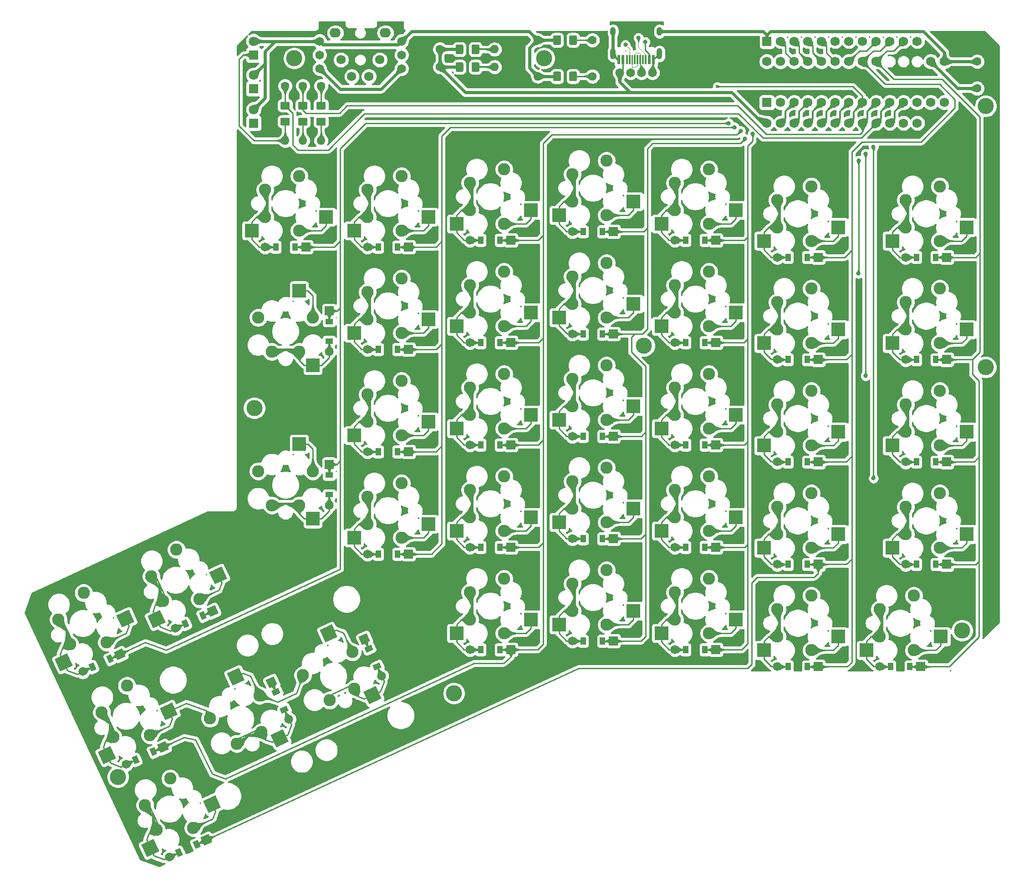
<source format=gbr>
G04 #@! TF.GenerationSoftware,KiCad,Pcbnew,(5.1.4)-1*
G04 #@! TF.CreationDate,2019-09-13T04:19:27+08:00*
G04 #@! TF.ProjectId,ErgoDoxTW,4572676f-446f-4785-9457-2e6b69636164,rev?*
G04 #@! TF.SameCoordinates,Original*
G04 #@! TF.FileFunction,Copper,L2,Bot*
G04 #@! TF.FilePolarity,Positive*
%FSLAX46Y46*%
G04 Gerber Fmt 4.6, Leading zero omitted, Abs format (unit mm)*
G04 Created by KiCad (PCBNEW (5.1.4)-1) date 2019-09-13 04:19:27*
%MOMM*%
%LPD*%
G04 APERTURE LIST*
%ADD10C,1.000000*%
%ADD11C,0.150000*%
%ADD12C,1.651000*%
%ADD13C,2.286000*%
%ADD14C,2.500000*%
%ADD15R,0.600000X1.800000*%
%ADD16R,0.300000X1.800000*%
%ADD17C,0.300000*%
%ADD18O,1.000000X2.100000*%
%ADD19O,1.000000X1.600000*%
%ADD20O,1.600000X1.600000*%
%ADD21C,1.600000*%
%ADD22C,1.800000*%
%ADD23R,1.800000X1.800000*%
%ADD24C,1.425000*%
%ADD25R,1.000000X1.400000*%
%ADD26R,2.550000X2.500000*%
%ADD27R,1.651000X1.651000*%
%ADD28R,1.400000X1.000000*%
%ADD29R,2.500000X2.550000*%
%ADD30C,1.752600*%
%ADD31R,1.752600X1.752600*%
%ADD32O,2.057400X1.752600*%
%ADD33C,3.000000*%
%ADD34C,0.812800*%
%ADD35C,0.609600*%
%ADD36C,0.254000*%
%ADD37C,0.304800*%
%ADD38C,0.508000*%
%ADD39C,0.609600*%
%ADD40C,0.100000*%
%ADD41C,0.025400*%
G04 APERTURE END LIST*
D10*
X49627615Y-141228829D03*
D11*
G36*
X49470294Y-142074554D02*
G01*
X48878628Y-140805723D01*
X49784936Y-140383104D01*
X50376602Y-141651935D01*
X49470294Y-142074554D01*
X49470294Y-142074554D01*
G37*
D10*
X46364907Y-142750255D03*
D11*
G36*
X46207586Y-143595980D02*
G01*
X45615920Y-142327149D01*
X46522228Y-141904530D01*
X47113894Y-143173361D01*
X46207586Y-143595980D01*
X46207586Y-143595980D01*
G37*
D12*
X44543229Y-143599717D03*
D13*
X40034737Y-133931226D03*
X44716341Y-128945578D03*
X42181638Y-138535269D03*
X49010143Y-138153665D03*
D14*
X52486357Y-133730100D03*
D11*
G36*
X51859087Y-135401823D02*
G01*
X50802542Y-133136054D01*
X53113627Y-132058377D01*
X54170172Y-134324146D01*
X51859087Y-135401823D01*
X51859087Y-135401823D01*
G37*
D14*
X41007445Y-141885384D03*
D11*
G36*
X40380175Y-143557107D02*
G01*
X39323630Y-141291338D01*
X41634715Y-140213661D01*
X42691260Y-142479430D01*
X40380175Y-143557107D01*
X40380175Y-143557107D01*
G37*
D12*
X51449294Y-140379366D03*
D11*
G36*
X51050008Y-141476394D02*
G01*
X50352266Y-139980080D01*
X51848580Y-139282338D01*
X52546322Y-140778652D01*
X51050008Y-141476394D01*
X51050008Y-141476394D01*
G37*
D10*
X80506554Y-147404432D03*
D11*
G36*
X81352279Y-147561753D02*
G01*
X80083448Y-148153419D01*
X79660829Y-147247111D01*
X80929660Y-146655445D01*
X81352279Y-147561753D01*
X81352279Y-147561753D01*
G37*
D10*
X82027980Y-150667140D03*
D11*
G36*
X82873705Y-150824461D02*
G01*
X81604874Y-151416127D01*
X81182255Y-150509819D01*
X82451086Y-149918153D01*
X82873705Y-150824461D01*
X82873705Y-150824461D01*
G37*
D12*
X82877442Y-152488818D03*
D13*
X73208951Y-156997310D03*
X68223303Y-152315706D03*
X77812994Y-154850409D03*
X77431390Y-148021904D03*
D14*
X73007825Y-144545690D03*
D11*
G36*
X74679548Y-145172960D02*
G01*
X72413779Y-146229505D01*
X71336102Y-143918420D01*
X73601871Y-142861875D01*
X74679548Y-145172960D01*
X74679548Y-145172960D01*
G37*
D14*
X81163109Y-156024602D03*
D11*
G36*
X82834832Y-156651872D02*
G01*
X80569063Y-157708417D01*
X79491386Y-155397332D01*
X81757155Y-154340787D01*
X82834832Y-156651872D01*
X82834832Y-156651872D01*
G37*
D12*
X79657091Y-145582753D03*
D11*
G36*
X80754119Y-145982039D02*
G01*
X79257805Y-146679781D01*
X78560063Y-145183467D01*
X80056377Y-144485725D01*
X80754119Y-145982039D01*
X80754119Y-145982039D01*
G37*
D12*
X150498716Y-32123340D03*
X148473316Y-32123340D03*
X146447916Y-32123340D03*
X144397116Y-32123340D03*
D15*
X150701516Y-29719040D03*
X144251516Y-29719040D03*
X149926516Y-29719040D03*
X145026516Y-29719040D03*
D16*
X145726516Y-29719040D03*
X149226516Y-29719040D03*
X146226516Y-29719040D03*
X148726516Y-29719040D03*
D17*
X146726516Y-29719040D03*
D11*
G36*
X146876516Y-30619040D02*
G01*
X146576516Y-30619040D01*
X146576516Y-28819040D01*
X146876516Y-28819040D01*
X146876516Y-30619040D01*
X146876516Y-30619040D01*
G37*
D16*
X148226516Y-29719040D03*
X147726516Y-29719040D03*
X147226516Y-29719040D03*
D18*
X143156516Y-28629040D03*
X151796516Y-28629040D03*
D19*
X143156516Y-24449040D03*
X151796516Y-24449040D03*
D20*
X121135526Y-27785528D03*
D21*
X110975526Y-27785528D03*
D20*
X129187025Y-26075498D03*
D21*
X139347025Y-26075498D03*
D20*
X121141970Y-31071803D03*
D21*
X110981970Y-31071803D03*
D20*
X129186837Y-32797474D03*
D21*
X139346837Y-32797474D03*
D22*
X76326891Y-26278782D03*
D23*
X76326891Y-28818782D03*
D11*
G36*
X133245587Y-25201648D02*
G01*
X133269856Y-25205248D01*
X133293654Y-25211209D01*
X133316754Y-25219474D01*
X133338932Y-25229964D01*
X133359976Y-25242577D01*
X133379681Y-25257191D01*
X133397860Y-25273667D01*
X133414336Y-25291846D01*
X133428950Y-25311551D01*
X133441563Y-25332595D01*
X133452053Y-25354773D01*
X133460318Y-25377873D01*
X133466279Y-25401671D01*
X133469879Y-25425940D01*
X133471083Y-25450444D01*
X133471083Y-26700444D01*
X133469879Y-26724948D01*
X133466279Y-26749217D01*
X133460318Y-26773015D01*
X133452053Y-26796115D01*
X133441563Y-26818293D01*
X133428950Y-26839337D01*
X133414336Y-26859042D01*
X133397860Y-26877221D01*
X133379681Y-26893697D01*
X133359976Y-26908311D01*
X133338932Y-26920924D01*
X133316754Y-26931414D01*
X133293654Y-26939679D01*
X133269856Y-26945640D01*
X133245587Y-26949240D01*
X133221083Y-26950444D01*
X132296083Y-26950444D01*
X132271579Y-26949240D01*
X132247310Y-26945640D01*
X132223512Y-26939679D01*
X132200412Y-26931414D01*
X132178234Y-26920924D01*
X132157190Y-26908311D01*
X132137485Y-26893697D01*
X132119306Y-26877221D01*
X132102830Y-26859042D01*
X132088216Y-26839337D01*
X132075603Y-26818293D01*
X132065113Y-26796115D01*
X132056848Y-26773015D01*
X132050887Y-26749217D01*
X132047287Y-26724948D01*
X132046083Y-26700444D01*
X132046083Y-25450444D01*
X132047287Y-25425940D01*
X132050887Y-25401671D01*
X132056848Y-25377873D01*
X132065113Y-25354773D01*
X132075603Y-25332595D01*
X132088216Y-25311551D01*
X132102830Y-25291846D01*
X132119306Y-25273667D01*
X132137485Y-25257191D01*
X132157190Y-25242577D01*
X132178234Y-25229964D01*
X132200412Y-25219474D01*
X132223512Y-25211209D01*
X132247310Y-25205248D01*
X132271579Y-25201648D01*
X132296083Y-25200444D01*
X133221083Y-25200444D01*
X133245587Y-25201648D01*
X133245587Y-25201648D01*
G37*
D24*
X132758583Y-26075444D03*
D11*
G36*
X136220587Y-25201648D02*
G01*
X136244856Y-25205248D01*
X136268654Y-25211209D01*
X136291754Y-25219474D01*
X136313932Y-25229964D01*
X136334976Y-25242577D01*
X136354681Y-25257191D01*
X136372860Y-25273667D01*
X136389336Y-25291846D01*
X136403950Y-25311551D01*
X136416563Y-25332595D01*
X136427053Y-25354773D01*
X136435318Y-25377873D01*
X136441279Y-25401671D01*
X136444879Y-25425940D01*
X136446083Y-25450444D01*
X136446083Y-26700444D01*
X136444879Y-26724948D01*
X136441279Y-26749217D01*
X136435318Y-26773015D01*
X136427053Y-26796115D01*
X136416563Y-26818293D01*
X136403950Y-26839337D01*
X136389336Y-26859042D01*
X136372860Y-26877221D01*
X136354681Y-26893697D01*
X136334976Y-26908311D01*
X136313932Y-26920924D01*
X136291754Y-26931414D01*
X136268654Y-26939679D01*
X136244856Y-26945640D01*
X136220587Y-26949240D01*
X136196083Y-26950444D01*
X135271083Y-26950444D01*
X135246579Y-26949240D01*
X135222310Y-26945640D01*
X135198512Y-26939679D01*
X135175412Y-26931414D01*
X135153234Y-26920924D01*
X135132190Y-26908311D01*
X135112485Y-26893697D01*
X135094306Y-26877221D01*
X135077830Y-26859042D01*
X135063216Y-26839337D01*
X135050603Y-26818293D01*
X135040113Y-26796115D01*
X135031848Y-26773015D01*
X135025887Y-26749217D01*
X135022287Y-26724948D01*
X135021083Y-26700444D01*
X135021083Y-25450444D01*
X135022287Y-25425940D01*
X135025887Y-25401671D01*
X135031848Y-25377873D01*
X135040113Y-25354773D01*
X135050603Y-25332595D01*
X135063216Y-25311551D01*
X135077830Y-25291846D01*
X135094306Y-25273667D01*
X135112485Y-25257191D01*
X135132190Y-25242577D01*
X135153234Y-25229964D01*
X135175412Y-25219474D01*
X135198512Y-25211209D01*
X135222310Y-25205248D01*
X135246579Y-25201648D01*
X135271083Y-25200444D01*
X136196083Y-25200444D01*
X136220587Y-25201648D01*
X136220587Y-25201648D01*
G37*
D24*
X135733583Y-26075444D03*
D11*
G36*
X133244080Y-31932625D02*
G01*
X133268349Y-31936225D01*
X133292147Y-31942186D01*
X133315247Y-31950451D01*
X133337425Y-31960941D01*
X133358469Y-31973554D01*
X133378174Y-31988168D01*
X133396353Y-32004644D01*
X133412829Y-32022823D01*
X133427443Y-32042528D01*
X133440056Y-32063572D01*
X133450546Y-32085750D01*
X133458811Y-32108850D01*
X133464772Y-32132648D01*
X133468372Y-32156917D01*
X133469576Y-32181421D01*
X133469576Y-33431421D01*
X133468372Y-33455925D01*
X133464772Y-33480194D01*
X133458811Y-33503992D01*
X133450546Y-33527092D01*
X133440056Y-33549270D01*
X133427443Y-33570314D01*
X133412829Y-33590019D01*
X133396353Y-33608198D01*
X133378174Y-33624674D01*
X133358469Y-33639288D01*
X133337425Y-33651901D01*
X133315247Y-33662391D01*
X133292147Y-33670656D01*
X133268349Y-33676617D01*
X133244080Y-33680217D01*
X133219576Y-33681421D01*
X132294576Y-33681421D01*
X132270072Y-33680217D01*
X132245803Y-33676617D01*
X132222005Y-33670656D01*
X132198905Y-33662391D01*
X132176727Y-33651901D01*
X132155683Y-33639288D01*
X132135978Y-33624674D01*
X132117799Y-33608198D01*
X132101323Y-33590019D01*
X132086709Y-33570314D01*
X132074096Y-33549270D01*
X132063606Y-33527092D01*
X132055341Y-33503992D01*
X132049380Y-33480194D01*
X132045780Y-33455925D01*
X132044576Y-33431421D01*
X132044576Y-32181421D01*
X132045780Y-32156917D01*
X132049380Y-32132648D01*
X132055341Y-32108850D01*
X132063606Y-32085750D01*
X132074096Y-32063572D01*
X132086709Y-32042528D01*
X132101323Y-32022823D01*
X132117799Y-32004644D01*
X132135978Y-31988168D01*
X132155683Y-31973554D01*
X132176727Y-31960941D01*
X132198905Y-31950451D01*
X132222005Y-31942186D01*
X132245803Y-31936225D01*
X132270072Y-31932625D01*
X132294576Y-31931421D01*
X133219576Y-31931421D01*
X133244080Y-31932625D01*
X133244080Y-31932625D01*
G37*
D24*
X132757076Y-32806421D03*
D11*
G36*
X136219080Y-31932625D02*
G01*
X136243349Y-31936225D01*
X136267147Y-31942186D01*
X136290247Y-31950451D01*
X136312425Y-31960941D01*
X136333469Y-31973554D01*
X136353174Y-31988168D01*
X136371353Y-32004644D01*
X136387829Y-32022823D01*
X136402443Y-32042528D01*
X136415056Y-32063572D01*
X136425546Y-32085750D01*
X136433811Y-32108850D01*
X136439772Y-32132648D01*
X136443372Y-32156917D01*
X136444576Y-32181421D01*
X136444576Y-33431421D01*
X136443372Y-33455925D01*
X136439772Y-33480194D01*
X136433811Y-33503992D01*
X136425546Y-33527092D01*
X136415056Y-33549270D01*
X136402443Y-33570314D01*
X136387829Y-33590019D01*
X136371353Y-33608198D01*
X136353174Y-33624674D01*
X136333469Y-33639288D01*
X136312425Y-33651901D01*
X136290247Y-33662391D01*
X136267147Y-33670656D01*
X136243349Y-33676617D01*
X136219080Y-33680217D01*
X136194576Y-33681421D01*
X135269576Y-33681421D01*
X135245072Y-33680217D01*
X135220803Y-33676617D01*
X135197005Y-33670656D01*
X135173905Y-33662391D01*
X135151727Y-33651901D01*
X135130683Y-33639288D01*
X135110978Y-33624674D01*
X135092799Y-33608198D01*
X135076323Y-33590019D01*
X135061709Y-33570314D01*
X135049096Y-33549270D01*
X135038606Y-33527092D01*
X135030341Y-33503992D01*
X135024380Y-33480194D01*
X135020780Y-33455925D01*
X135019576Y-33431421D01*
X135019576Y-32181421D01*
X135020780Y-32156917D01*
X135024380Y-32132648D01*
X135030341Y-32108850D01*
X135038606Y-32085750D01*
X135049096Y-32063572D01*
X135061709Y-32042528D01*
X135076323Y-32022823D01*
X135092799Y-32004644D01*
X135110978Y-31988168D01*
X135130683Y-31973554D01*
X135151727Y-31960941D01*
X135173905Y-31950451D01*
X135197005Y-31942186D01*
X135220803Y-31936225D01*
X135245072Y-31932625D01*
X135269576Y-31931421D01*
X136194576Y-31931421D01*
X136219080Y-31932625D01*
X136219080Y-31932625D01*
G37*
D24*
X135732076Y-32806421D03*
D22*
X76327115Y-38978667D03*
D23*
X76327115Y-41518667D03*
D22*
X76327365Y-32578628D03*
D23*
X76327365Y-35118628D03*
D25*
X203182609Y-104584587D03*
X199582609Y-104584587D03*
D12*
X197572609Y-104584587D03*
D13*
X197572609Y-93916587D03*
X203922609Y-91376587D03*
X197572609Y-98996587D03*
X203922609Y-101536587D03*
D26*
X208942609Y-98996587D03*
X195092609Y-101536587D03*
D27*
X205192609Y-104584587D03*
D25*
X203182366Y-85533777D03*
X199582366Y-85533777D03*
D12*
X197572366Y-85533777D03*
D13*
X197572366Y-74865777D03*
X203922366Y-72325777D03*
X197572366Y-79945777D03*
X203922366Y-82485777D03*
D26*
X208942366Y-79945777D03*
X195092366Y-82485777D03*
D27*
X205192366Y-85533777D03*
D25*
X203182430Y-123634490D03*
X199582430Y-123634490D03*
D12*
X197572430Y-123634490D03*
D13*
X197572430Y-112966490D03*
X203922430Y-110426490D03*
X197572430Y-118046490D03*
X203922430Y-120586490D03*
D26*
X208942430Y-118046490D03*
X195092430Y-120586490D03*
D27*
X205192430Y-123634490D03*
D25*
X203182001Y-66487437D03*
X199582001Y-66487437D03*
D12*
X197572001Y-66487437D03*
D13*
X197572001Y-55819437D03*
X203922001Y-53279437D03*
X197572001Y-60899437D03*
X203922001Y-63439437D03*
D26*
X208942001Y-60899437D03*
X195092001Y-63439437D03*
D27*
X205192001Y-66487437D03*
D10*
X66891872Y-133178374D03*
D11*
G36*
X66734551Y-134024099D02*
G01*
X66142885Y-132755268D01*
X67049193Y-132332649D01*
X67640859Y-133601480D01*
X66734551Y-134024099D01*
X66734551Y-134024099D01*
G37*
D10*
X63629164Y-134699800D03*
D11*
G36*
X63471843Y-135545525D02*
G01*
X62880177Y-134276694D01*
X63786485Y-133854075D01*
X64378151Y-135122906D01*
X63471843Y-135545525D01*
X63471843Y-135545525D01*
G37*
D12*
X61807486Y-135549262D03*
D13*
X57298994Y-125880771D03*
X61980598Y-120895123D03*
X59445895Y-130484814D03*
X66274400Y-130103210D03*
D14*
X69750614Y-125679645D03*
D11*
G36*
X69123344Y-127351368D02*
G01*
X68066799Y-125085599D01*
X70377884Y-124007922D01*
X71434429Y-126273691D01*
X69123344Y-127351368D01*
X69123344Y-127351368D01*
G37*
D14*
X58271702Y-133834929D03*
D11*
G36*
X57644432Y-135506652D02*
G01*
X56587887Y-133240883D01*
X58898972Y-132163206D01*
X59955517Y-134428975D01*
X57644432Y-135506652D01*
X57644432Y-135506652D01*
G37*
D12*
X68713551Y-132328911D03*
D11*
G36*
X68314265Y-133425939D02*
G01*
X67616523Y-131929625D01*
X69112837Y-131231883D01*
X69810579Y-132728197D01*
X68314265Y-133425939D01*
X68314265Y-133425939D01*
G37*
D25*
X103101765Y-121729968D03*
X99501765Y-121729968D03*
D12*
X97491765Y-121729968D03*
D13*
X97491765Y-111061968D03*
X103841765Y-108521968D03*
X97491765Y-116141968D03*
X103841765Y-118681968D03*
D26*
X108861765Y-116141968D03*
X95011765Y-118681968D03*
D27*
X105111765Y-121729968D03*
D25*
X141202655Y-61711581D03*
X137602655Y-61711581D03*
D12*
X135592655Y-61711581D03*
D13*
X135592655Y-51043581D03*
X141942655Y-48503581D03*
X135592655Y-56123581D03*
X141942655Y-58663581D03*
D26*
X146962655Y-56123581D03*
X133112655Y-58663581D03*
D27*
X143212655Y-61711581D03*
D25*
X103101989Y-64581949D03*
X99501989Y-64581949D03*
D12*
X97491989Y-64581949D03*
D13*
X97491989Y-53913949D03*
X103841989Y-51373949D03*
X97491989Y-58993949D03*
X103841989Y-61533949D03*
D26*
X108861989Y-58993949D03*
X95011989Y-61533949D03*
D27*
X105111989Y-64581949D03*
D25*
X122151859Y-82359328D03*
X118551859Y-82359328D03*
D12*
X116541859Y-82359328D03*
D13*
X116541859Y-71691328D03*
X122891859Y-69151328D03*
X116541859Y-76771328D03*
X122891859Y-79311328D03*
D26*
X127911859Y-76771328D03*
X114061859Y-79311328D03*
D27*
X124161859Y-82359328D03*
D25*
X141202475Y-80761484D03*
X137602475Y-80761484D03*
D12*
X135592475Y-80761484D03*
D13*
X135592475Y-70093484D03*
X141942475Y-67553484D03*
X135592475Y-75173484D03*
X141942475Y-77713484D03*
D26*
X146962475Y-75173484D03*
X133112475Y-77713484D03*
D27*
X143212475Y-80761484D03*
D25*
X103101702Y-83629255D03*
X99501702Y-83629255D03*
D12*
X97491702Y-83629255D03*
D13*
X97491702Y-72961255D03*
X103841702Y-70421255D03*
X97491702Y-78041255D03*
X103841702Y-80581255D03*
D26*
X108861702Y-78041255D03*
X95011702Y-80581255D03*
D27*
X105111702Y-83629255D03*
D28*
X90379844Y-78464336D03*
X90379844Y-82064336D03*
D12*
X90379844Y-84074336D03*
D13*
X79711844Y-84074336D03*
X77171844Y-77724336D03*
X84791844Y-84074336D03*
X87331844Y-77724336D03*
D29*
X84791844Y-72704336D03*
X87331844Y-86554336D03*
D27*
X90379844Y-76454336D03*
D25*
X122152039Y-63309424D03*
X118552039Y-63309424D03*
D12*
X116542039Y-63309424D03*
D13*
X116542039Y-52641424D03*
X122892039Y-50101424D03*
X116542039Y-57721424D03*
X122892039Y-60261424D03*
D26*
X127912039Y-57721424D03*
X114062039Y-60261424D03*
D27*
X124162039Y-63309424D03*
D25*
X179302202Y-66486377D03*
X175702202Y-66486377D03*
D12*
X173692202Y-66486377D03*
D13*
X173692202Y-55818377D03*
X180042202Y-53278377D03*
X173692202Y-60898377D03*
X180042202Y-63438377D03*
D26*
X185062202Y-60898377D03*
X171212202Y-63438377D03*
D27*
X181312202Y-66486377D03*
D25*
X160251846Y-63309784D03*
X156651846Y-63309784D03*
D12*
X154641846Y-63309784D03*
D13*
X154641846Y-52641784D03*
X160991846Y-50101784D03*
X154641846Y-57721784D03*
X160991846Y-60261784D03*
D26*
X166011846Y-57721784D03*
X152161846Y-60261784D03*
D27*
X162261846Y-63309784D03*
D25*
X179302084Y-85534046D03*
X175702084Y-85534046D03*
D12*
X173692084Y-85534046D03*
D13*
X173692084Y-74866046D03*
X180042084Y-72326046D03*
X173692084Y-79946046D03*
X180042084Y-82486046D03*
D26*
X185062084Y-79946046D03*
X171212084Y-82486046D03*
D27*
X181312084Y-85534046D03*
D25*
X160252572Y-82359265D03*
X156652572Y-82359265D03*
D12*
X154642572Y-82359265D03*
D13*
X154642572Y-71691265D03*
X160992572Y-69151265D03*
X154642572Y-76771265D03*
X160992572Y-79311265D03*
D26*
X166012572Y-76771265D03*
X152162572Y-79311265D03*
D27*
X162262572Y-82359265D03*
D25*
X179302326Y-104584856D03*
X175702326Y-104584856D03*
D12*
X173692326Y-104584856D03*
D13*
X173692326Y-93916856D03*
X180042326Y-91376856D03*
X173692326Y-98996856D03*
X180042326Y-101536856D03*
D26*
X185062326Y-98996856D03*
X171212326Y-101536856D03*
D27*
X181312326Y-104584856D03*
D25*
X160252393Y-101409168D03*
X156652393Y-101409168D03*
D12*
X154642393Y-101409168D03*
D13*
X154642393Y-90741168D03*
X160992393Y-88201168D03*
X154642393Y-95821168D03*
X160992393Y-98361168D03*
D26*
X166012393Y-95821168D03*
X152162393Y-98361168D03*
D27*
X162262393Y-101409168D03*
D25*
X141202296Y-99811388D03*
X137602296Y-99811388D03*
D12*
X135592296Y-99811388D03*
D13*
X135592296Y-89143388D03*
X141942296Y-86603388D03*
X135592296Y-94223388D03*
X141942296Y-96763388D03*
D26*
X146962296Y-94223388D03*
X133112296Y-96763388D03*
D27*
X143212296Y-99811388D03*
D25*
X122152102Y-101410138D03*
X118552102Y-101410138D03*
D12*
X116542102Y-101410138D03*
D13*
X116542102Y-90742138D03*
X122892102Y-88202138D03*
X116542102Y-95822138D03*
X122892102Y-98362138D03*
D26*
X127912102Y-95822138D03*
X114062102Y-98362138D03*
D27*
X124162102Y-101410138D03*
D25*
X103101945Y-102680064D03*
X99501945Y-102680064D03*
D12*
X97491945Y-102680064D03*
D13*
X97491945Y-92012064D03*
X103841945Y-89472064D03*
X97491945Y-97092064D03*
X103841945Y-99632064D03*
D26*
X108861945Y-97092064D03*
X95011945Y-99632064D03*
D27*
X105111945Y-102680064D03*
D25*
X179302147Y-123634759D03*
X175702147Y-123634759D03*
D12*
X173692147Y-123634759D03*
D13*
X173692147Y-112966759D03*
X180042147Y-110426759D03*
X173692147Y-118046759D03*
X180042147Y-120586759D03*
D26*
X185062147Y-118046759D03*
X171212147Y-120586759D03*
D27*
X181312147Y-123634759D03*
D25*
X160252636Y-120459978D03*
X156652636Y-120459978D03*
D12*
X154642636Y-120459978D03*
D13*
X154642636Y-109791978D03*
X160992636Y-107251978D03*
X154642636Y-114871978D03*
X160992636Y-117411978D03*
D26*
X166012636Y-114871978D03*
X152162636Y-117411978D03*
D27*
X162262636Y-120459978D03*
D25*
X141202116Y-118861291D03*
X137602116Y-118861291D03*
D12*
X135592116Y-118861291D03*
D13*
X135592116Y-108193291D03*
X141942116Y-105653291D03*
X135592116Y-113273291D03*
X141942116Y-115813291D03*
D26*
X146962116Y-113273291D03*
X133112116Y-115813291D03*
D27*
X143212116Y-118861291D03*
D25*
X122151922Y-120460041D03*
X118551922Y-120460041D03*
D12*
X116541922Y-120460041D03*
D13*
X116541922Y-109792041D03*
X122891922Y-107252041D03*
X116541922Y-114872041D03*
X122891922Y-117412041D03*
D26*
X127911922Y-114872041D03*
X114061922Y-117412041D03*
D27*
X124161922Y-120460041D03*
D28*
X90380088Y-107038400D03*
X90380088Y-110638400D03*
D12*
X90380088Y-112648400D03*
D13*
X79712088Y-112648400D03*
X77172088Y-106298400D03*
X84792088Y-112648400D03*
X87332088Y-106298400D03*
D29*
X84792088Y-101278400D03*
X87332088Y-115128400D03*
D27*
X90380088Y-105028400D03*
D25*
X198351871Y-142684842D03*
X194751871Y-142684842D03*
D12*
X192741871Y-142684842D03*
D13*
X192741871Y-132016842D03*
X199091871Y-129476842D03*
X192741871Y-137096842D03*
X199091871Y-139636842D03*
D26*
X204111871Y-137096842D03*
X190261871Y-139636842D03*
D27*
X200361871Y-142684842D03*
D25*
X179301967Y-142684663D03*
X175701967Y-142684663D03*
D12*
X173691967Y-142684663D03*
D13*
X173691967Y-132016663D03*
X180041967Y-129476663D03*
X173691967Y-137096663D03*
X180041967Y-139636663D03*
D26*
X185061967Y-137096663D03*
X171211967Y-139636663D03*
D27*
X181311967Y-142684663D03*
D25*
X160252456Y-139509882D03*
X156652456Y-139509882D03*
D12*
X154642456Y-139509882D03*
D13*
X154642456Y-128841882D03*
X160992456Y-126301882D03*
X154642456Y-133921882D03*
X160992456Y-136461882D03*
D26*
X166012456Y-133921882D03*
X152162456Y-136461882D03*
D27*
X162262456Y-139509882D03*
D25*
X141202359Y-137912101D03*
X137602359Y-137912101D03*
D12*
X135592359Y-137912101D03*
D13*
X135592359Y-127244101D03*
X141942359Y-124704101D03*
X135592359Y-132324101D03*
X141942359Y-134864101D03*
D26*
X146962359Y-132324101D03*
X133112359Y-134864101D03*
D27*
X143212359Y-137912101D03*
D25*
X122152649Y-139509522D03*
X118552649Y-139509522D03*
D12*
X116542649Y-139509522D03*
D13*
X116542649Y-128841522D03*
X122892649Y-126301522D03*
X116542649Y-133921522D03*
X122892649Y-136461522D03*
D26*
X127912649Y-133921522D03*
X114062649Y-136461522D03*
D27*
X124162649Y-139509522D03*
D10*
X65728646Y-175759494D03*
D11*
G36*
X65571325Y-176605219D02*
G01*
X64979659Y-175336388D01*
X65885967Y-174913769D01*
X66477633Y-176182600D01*
X65571325Y-176605219D01*
X65571325Y-176605219D01*
G37*
D10*
X62465938Y-177280920D03*
D11*
G36*
X62308617Y-178126645D02*
G01*
X61716951Y-176857814D01*
X62623259Y-176435195D01*
X63214925Y-177704026D01*
X62308617Y-178126645D01*
X62308617Y-178126645D01*
G37*
D12*
X60644260Y-178130382D03*
D13*
X56135768Y-168461891D03*
X60817372Y-163476243D03*
X58282669Y-173065934D03*
X65111174Y-172684330D03*
D14*
X68587388Y-168260765D03*
D11*
G36*
X67960118Y-169932488D02*
G01*
X66903573Y-167666719D01*
X69214658Y-166589042D01*
X70271203Y-168854811D01*
X67960118Y-169932488D01*
X67960118Y-169932488D01*
G37*
D14*
X57108476Y-176416049D03*
D11*
G36*
X56481206Y-178087772D02*
G01*
X55424661Y-175822003D01*
X57735746Y-174744326D01*
X58792291Y-177010095D01*
X56481206Y-178087772D01*
X56481206Y-178087772D01*
G37*
D12*
X67550325Y-174910031D03*
D11*
G36*
X67151039Y-176007059D02*
G01*
X66453297Y-174510745D01*
X67949611Y-173813003D01*
X68647353Y-175309317D01*
X67151039Y-176007059D01*
X67151039Y-176007059D01*
G37*
D10*
X97770600Y-139351868D03*
D11*
G36*
X98616325Y-139509189D02*
G01*
X97347494Y-140100855D01*
X96924875Y-139194547D01*
X98193706Y-138602881D01*
X98616325Y-139509189D01*
X98616325Y-139509189D01*
G37*
D10*
X99292026Y-142614576D03*
D11*
G36*
X100137751Y-142771897D02*
G01*
X98868920Y-143363563D01*
X98446301Y-142457255D01*
X99715132Y-141865589D01*
X100137751Y-142771897D01*
X100137751Y-142771897D01*
G37*
D12*
X100141488Y-144436254D03*
D13*
X90472997Y-148944746D03*
X85487349Y-144263142D03*
X95077040Y-146797845D03*
X94695436Y-139969340D03*
D14*
X90271871Y-136493126D03*
D11*
G36*
X91943594Y-137120396D02*
G01*
X89677825Y-138176941D01*
X88600148Y-135865856D01*
X90865917Y-134809311D01*
X91943594Y-137120396D01*
X91943594Y-137120396D01*
G37*
D14*
X98427155Y-147972038D03*
D11*
G36*
X100098878Y-148599308D02*
G01*
X97833109Y-149655853D01*
X96755432Y-147344768D01*
X99021201Y-146288223D01*
X100098878Y-148599308D01*
X100098878Y-148599308D01*
G37*
D12*
X96921137Y-137530189D03*
D11*
G36*
X98018165Y-137929475D02*
G01*
X96521851Y-138627217D01*
X95824109Y-137130903D01*
X97320423Y-136433161D01*
X98018165Y-137929475D01*
X98018165Y-137929475D01*
G37*
D10*
X57676832Y-158492560D03*
D11*
G36*
X57519511Y-159338285D02*
G01*
X56927845Y-158069454D01*
X57834153Y-157646835D01*
X58425819Y-158915666D01*
X57519511Y-159338285D01*
X57519511Y-159338285D01*
G37*
D10*
X54414124Y-160013986D03*
D11*
G36*
X54256803Y-160859711D02*
G01*
X53665137Y-159590880D01*
X54571445Y-159168261D01*
X55163111Y-160437092D01*
X54256803Y-160859711D01*
X54256803Y-160859711D01*
G37*
D12*
X52592446Y-160863448D03*
D13*
X48083954Y-151194957D03*
X52765558Y-146209309D03*
X50230855Y-155799000D03*
X57059360Y-155417396D03*
D14*
X60535574Y-150993831D03*
D11*
G36*
X59908304Y-152665554D02*
G01*
X58851759Y-150399785D01*
X61162844Y-149322108D01*
X62219389Y-151587877D01*
X59908304Y-152665554D01*
X59908304Y-152665554D01*
G37*
D14*
X49056662Y-159149115D03*
D11*
G36*
X48429392Y-160820838D02*
G01*
X47372847Y-158555069D01*
X49683932Y-157477392D01*
X50740477Y-159743161D01*
X48429392Y-160820838D01*
X48429392Y-160820838D01*
G37*
D12*
X59498511Y-157643097D03*
D11*
G36*
X59099225Y-158740125D02*
G01*
X58401483Y-157243811D01*
X59897797Y-156546069D01*
X60595539Y-158042383D01*
X59099225Y-158740125D01*
X59099225Y-158740125D01*
G37*
D25*
X84052128Y-64581860D03*
X80452128Y-64581860D03*
D12*
X78442128Y-64581860D03*
D13*
X78442128Y-53913860D03*
X84792128Y-51373860D03*
X78442128Y-58993860D03*
X84792128Y-61533860D03*
D26*
X89812128Y-58993860D03*
X75962128Y-61533860D03*
D27*
X86062128Y-64581860D03*
D30*
X171772429Y-30063405D03*
X174312429Y-30063405D03*
X176852429Y-30063405D03*
X179392429Y-30063405D03*
X181932429Y-30063405D03*
X184472429Y-30063405D03*
X187012429Y-30063405D03*
X189552429Y-30063405D03*
X192092429Y-30063405D03*
X202252429Y-30063405D03*
X204792429Y-30063405D03*
D31*
X171772429Y-37683405D03*
D30*
X204792429Y-37683405D03*
X202252429Y-37683405D03*
X199712429Y-37683405D03*
X197172429Y-37683405D03*
X194632429Y-37683405D03*
X192092429Y-37683405D03*
X189552429Y-37683405D03*
X187012429Y-37683405D03*
X184472429Y-37683405D03*
X181932429Y-37683405D03*
X179392429Y-37683405D03*
X176852429Y-37683405D03*
X174312429Y-37683405D03*
X99777960Y-29733192D03*
X94570960Y-32831992D03*
D32*
X91522960Y-24729392D03*
D30*
X97771360Y-32831992D03*
X92564360Y-29733192D03*
D32*
X100819360Y-24729392D03*
D12*
X103841862Y-26278859D03*
X103841862Y-28818859D03*
X103841862Y-31358859D03*
X88601982Y-26278806D03*
X88601982Y-28818806D03*
X88601982Y-31358806D03*
D31*
X171787614Y-26278819D03*
D30*
X174327614Y-26278819D03*
X176867614Y-26278819D03*
X179407614Y-26278819D03*
X181947614Y-26278819D03*
X184487614Y-26278819D03*
X187027614Y-26278819D03*
X189567614Y-26278819D03*
X192107614Y-26278819D03*
X194647614Y-26278819D03*
X197187614Y-26278819D03*
X199727614Y-26278819D03*
X199727614Y-41518819D03*
X197187614Y-41518819D03*
X194647614Y-41518819D03*
X192107614Y-41518819D03*
X189567614Y-41518819D03*
X187027614Y-41518819D03*
X184487614Y-41518819D03*
X176867614Y-41518819D03*
X174327614Y-41518819D03*
X171787614Y-41518819D03*
X181947614Y-41518819D03*
X179407614Y-41518819D03*
D21*
X210865009Y-30063056D03*
X210865009Y-35063056D03*
D11*
G36*
X118073939Y-26916082D02*
G01*
X118098208Y-26919682D01*
X118122006Y-26925643D01*
X118145106Y-26933908D01*
X118167284Y-26944398D01*
X118188328Y-26957011D01*
X118208033Y-26971625D01*
X118226212Y-26988101D01*
X118242688Y-27006280D01*
X118257302Y-27025985D01*
X118269915Y-27047029D01*
X118280405Y-27069207D01*
X118288670Y-27092307D01*
X118294631Y-27116105D01*
X118298231Y-27140374D01*
X118299435Y-27164878D01*
X118299435Y-28414878D01*
X118298231Y-28439382D01*
X118294631Y-28463651D01*
X118288670Y-28487449D01*
X118280405Y-28510549D01*
X118269915Y-28532727D01*
X118257302Y-28553771D01*
X118242688Y-28573476D01*
X118226212Y-28591655D01*
X118208033Y-28608131D01*
X118188328Y-28622745D01*
X118167284Y-28635358D01*
X118145106Y-28645848D01*
X118122006Y-28654113D01*
X118098208Y-28660074D01*
X118073939Y-28663674D01*
X118049435Y-28664878D01*
X117124435Y-28664878D01*
X117099931Y-28663674D01*
X117075662Y-28660074D01*
X117051864Y-28654113D01*
X117028764Y-28645848D01*
X117006586Y-28635358D01*
X116985542Y-28622745D01*
X116965837Y-28608131D01*
X116947658Y-28591655D01*
X116931182Y-28573476D01*
X116916568Y-28553771D01*
X116903955Y-28532727D01*
X116893465Y-28510549D01*
X116885200Y-28487449D01*
X116879239Y-28463651D01*
X116875639Y-28439382D01*
X116874435Y-28414878D01*
X116874435Y-27164878D01*
X116875639Y-27140374D01*
X116879239Y-27116105D01*
X116885200Y-27092307D01*
X116893465Y-27069207D01*
X116903955Y-27047029D01*
X116916568Y-27025985D01*
X116931182Y-27006280D01*
X116947658Y-26988101D01*
X116965837Y-26971625D01*
X116985542Y-26957011D01*
X117006586Y-26944398D01*
X117028764Y-26933908D01*
X117051864Y-26925643D01*
X117075662Y-26919682D01*
X117099931Y-26916082D01*
X117124435Y-26914878D01*
X118049435Y-26914878D01*
X118073939Y-26916082D01*
X118073939Y-26916082D01*
G37*
D24*
X117586935Y-27789878D03*
D11*
G36*
X115098939Y-26916082D02*
G01*
X115123208Y-26919682D01*
X115147006Y-26925643D01*
X115170106Y-26933908D01*
X115192284Y-26944398D01*
X115213328Y-26957011D01*
X115233033Y-26971625D01*
X115251212Y-26988101D01*
X115267688Y-27006280D01*
X115282302Y-27025985D01*
X115294915Y-27047029D01*
X115305405Y-27069207D01*
X115313670Y-27092307D01*
X115319631Y-27116105D01*
X115323231Y-27140374D01*
X115324435Y-27164878D01*
X115324435Y-28414878D01*
X115323231Y-28439382D01*
X115319631Y-28463651D01*
X115313670Y-28487449D01*
X115305405Y-28510549D01*
X115294915Y-28532727D01*
X115282302Y-28553771D01*
X115267688Y-28573476D01*
X115251212Y-28591655D01*
X115233033Y-28608131D01*
X115213328Y-28622745D01*
X115192284Y-28635358D01*
X115170106Y-28645848D01*
X115147006Y-28654113D01*
X115123208Y-28660074D01*
X115098939Y-28663674D01*
X115074435Y-28664878D01*
X114149435Y-28664878D01*
X114124931Y-28663674D01*
X114100662Y-28660074D01*
X114076864Y-28654113D01*
X114053764Y-28645848D01*
X114031586Y-28635358D01*
X114010542Y-28622745D01*
X113990837Y-28608131D01*
X113972658Y-28591655D01*
X113956182Y-28573476D01*
X113941568Y-28553771D01*
X113928955Y-28532727D01*
X113918465Y-28510549D01*
X113910200Y-28487449D01*
X113904239Y-28463651D01*
X113900639Y-28439382D01*
X113899435Y-28414878D01*
X113899435Y-27164878D01*
X113900639Y-27140374D01*
X113904239Y-27116105D01*
X113910200Y-27092307D01*
X113918465Y-27069207D01*
X113928955Y-27047029D01*
X113941568Y-27025985D01*
X113956182Y-27006280D01*
X113972658Y-26988101D01*
X113990837Y-26971625D01*
X114010542Y-26957011D01*
X114031586Y-26944398D01*
X114053764Y-26933908D01*
X114076864Y-26925643D01*
X114100662Y-26919682D01*
X114124931Y-26916082D01*
X114149435Y-26914878D01*
X115074435Y-26914878D01*
X115098939Y-26916082D01*
X115098939Y-26916082D01*
G37*
D24*
X114611935Y-27789878D03*
D11*
G36*
X118074038Y-30205315D02*
G01*
X118098307Y-30208915D01*
X118122105Y-30214876D01*
X118145205Y-30223141D01*
X118167383Y-30233631D01*
X118188427Y-30246244D01*
X118208132Y-30260858D01*
X118226311Y-30277334D01*
X118242787Y-30295513D01*
X118257401Y-30315218D01*
X118270014Y-30336262D01*
X118280504Y-30358440D01*
X118288769Y-30381540D01*
X118294730Y-30405338D01*
X118298330Y-30429607D01*
X118299534Y-30454111D01*
X118299534Y-31704111D01*
X118298330Y-31728615D01*
X118294730Y-31752884D01*
X118288769Y-31776682D01*
X118280504Y-31799782D01*
X118270014Y-31821960D01*
X118257401Y-31843004D01*
X118242787Y-31862709D01*
X118226311Y-31880888D01*
X118208132Y-31897364D01*
X118188427Y-31911978D01*
X118167383Y-31924591D01*
X118145205Y-31935081D01*
X118122105Y-31943346D01*
X118098307Y-31949307D01*
X118074038Y-31952907D01*
X118049534Y-31954111D01*
X117124534Y-31954111D01*
X117100030Y-31952907D01*
X117075761Y-31949307D01*
X117051963Y-31943346D01*
X117028863Y-31935081D01*
X117006685Y-31924591D01*
X116985641Y-31911978D01*
X116965936Y-31897364D01*
X116947757Y-31880888D01*
X116931281Y-31862709D01*
X116916667Y-31843004D01*
X116904054Y-31821960D01*
X116893564Y-31799782D01*
X116885299Y-31776682D01*
X116879338Y-31752884D01*
X116875738Y-31728615D01*
X116874534Y-31704111D01*
X116874534Y-30454111D01*
X116875738Y-30429607D01*
X116879338Y-30405338D01*
X116885299Y-30381540D01*
X116893564Y-30358440D01*
X116904054Y-30336262D01*
X116916667Y-30315218D01*
X116931281Y-30295513D01*
X116947757Y-30277334D01*
X116965936Y-30260858D01*
X116985641Y-30246244D01*
X117006685Y-30233631D01*
X117028863Y-30223141D01*
X117051963Y-30214876D01*
X117075761Y-30208915D01*
X117100030Y-30205315D01*
X117124534Y-30204111D01*
X118049534Y-30204111D01*
X118074038Y-30205315D01*
X118074038Y-30205315D01*
G37*
D24*
X117587034Y-31079111D03*
D11*
G36*
X115099038Y-30205315D02*
G01*
X115123307Y-30208915D01*
X115147105Y-30214876D01*
X115170205Y-30223141D01*
X115192383Y-30233631D01*
X115213427Y-30246244D01*
X115233132Y-30260858D01*
X115251311Y-30277334D01*
X115267787Y-30295513D01*
X115282401Y-30315218D01*
X115295014Y-30336262D01*
X115305504Y-30358440D01*
X115313769Y-30381540D01*
X115319730Y-30405338D01*
X115323330Y-30429607D01*
X115324534Y-30454111D01*
X115324534Y-31704111D01*
X115323330Y-31728615D01*
X115319730Y-31752884D01*
X115313769Y-31776682D01*
X115305504Y-31799782D01*
X115295014Y-31821960D01*
X115282401Y-31843004D01*
X115267787Y-31862709D01*
X115251311Y-31880888D01*
X115233132Y-31897364D01*
X115213427Y-31911978D01*
X115192383Y-31924591D01*
X115170205Y-31935081D01*
X115147105Y-31943346D01*
X115123307Y-31949307D01*
X115099038Y-31952907D01*
X115074534Y-31954111D01*
X114149534Y-31954111D01*
X114125030Y-31952907D01*
X114100761Y-31949307D01*
X114076963Y-31943346D01*
X114053863Y-31935081D01*
X114031685Y-31924591D01*
X114010641Y-31911978D01*
X113990936Y-31897364D01*
X113972757Y-31880888D01*
X113956281Y-31862709D01*
X113941667Y-31843004D01*
X113929054Y-31821960D01*
X113918564Y-31799782D01*
X113910299Y-31776682D01*
X113904338Y-31752884D01*
X113900738Y-31728615D01*
X113899534Y-31704111D01*
X113899534Y-30454111D01*
X113900738Y-30429607D01*
X113904338Y-30405338D01*
X113910299Y-30381540D01*
X113918564Y-30358440D01*
X113929054Y-30336262D01*
X113941667Y-30315218D01*
X113956281Y-30295513D01*
X113972757Y-30277334D01*
X113990936Y-30260858D01*
X114010641Y-30246244D01*
X114031685Y-30233631D01*
X114053863Y-30223141D01*
X114076963Y-30214876D01*
X114100761Y-30208915D01*
X114125030Y-30205315D01*
X114149534Y-30204111D01*
X115074534Y-30204111D01*
X115099038Y-30205315D01*
X115099038Y-30205315D01*
G37*
D24*
X114612034Y-31079111D03*
D11*
G36*
X82829145Y-40525401D02*
G01*
X82853414Y-40529001D01*
X82877212Y-40534962D01*
X82900312Y-40543227D01*
X82922490Y-40553717D01*
X82943534Y-40566330D01*
X82963239Y-40580944D01*
X82981418Y-40597420D01*
X82997894Y-40615599D01*
X83012508Y-40635304D01*
X83025121Y-40656348D01*
X83035611Y-40678526D01*
X83043876Y-40701626D01*
X83049837Y-40725424D01*
X83053437Y-40749693D01*
X83054641Y-40774197D01*
X83054641Y-41699197D01*
X83053437Y-41723701D01*
X83049837Y-41747970D01*
X83043876Y-41771768D01*
X83035611Y-41794868D01*
X83025121Y-41817046D01*
X83012508Y-41838090D01*
X82997894Y-41857795D01*
X82981418Y-41875974D01*
X82963239Y-41892450D01*
X82943534Y-41907064D01*
X82922490Y-41919677D01*
X82900312Y-41930167D01*
X82877212Y-41938432D01*
X82853414Y-41944393D01*
X82829145Y-41947993D01*
X82804641Y-41949197D01*
X81554641Y-41949197D01*
X81530137Y-41947993D01*
X81505868Y-41944393D01*
X81482070Y-41938432D01*
X81458970Y-41930167D01*
X81436792Y-41919677D01*
X81415748Y-41907064D01*
X81396043Y-41892450D01*
X81377864Y-41875974D01*
X81361388Y-41857795D01*
X81346774Y-41838090D01*
X81334161Y-41817046D01*
X81323671Y-41794868D01*
X81315406Y-41771768D01*
X81309445Y-41747970D01*
X81305845Y-41723701D01*
X81304641Y-41699197D01*
X81304641Y-40774197D01*
X81305845Y-40749693D01*
X81309445Y-40725424D01*
X81315406Y-40701626D01*
X81323671Y-40678526D01*
X81334161Y-40656348D01*
X81346774Y-40635304D01*
X81361388Y-40615599D01*
X81377864Y-40597420D01*
X81396043Y-40580944D01*
X81415748Y-40566330D01*
X81436792Y-40553717D01*
X81458970Y-40543227D01*
X81482070Y-40534962D01*
X81505868Y-40529001D01*
X81530137Y-40525401D01*
X81554641Y-40524197D01*
X82804641Y-40524197D01*
X82829145Y-40525401D01*
X82829145Y-40525401D01*
G37*
D24*
X82179641Y-41236697D03*
D11*
G36*
X82829145Y-37550401D02*
G01*
X82853414Y-37554001D01*
X82877212Y-37559962D01*
X82900312Y-37568227D01*
X82922490Y-37578717D01*
X82943534Y-37591330D01*
X82963239Y-37605944D01*
X82981418Y-37622420D01*
X82997894Y-37640599D01*
X83012508Y-37660304D01*
X83025121Y-37681348D01*
X83035611Y-37703526D01*
X83043876Y-37726626D01*
X83049837Y-37750424D01*
X83053437Y-37774693D01*
X83054641Y-37799197D01*
X83054641Y-38724197D01*
X83053437Y-38748701D01*
X83049837Y-38772970D01*
X83043876Y-38796768D01*
X83035611Y-38819868D01*
X83025121Y-38842046D01*
X83012508Y-38863090D01*
X82997894Y-38882795D01*
X82981418Y-38900974D01*
X82963239Y-38917450D01*
X82943534Y-38932064D01*
X82922490Y-38944677D01*
X82900312Y-38955167D01*
X82877212Y-38963432D01*
X82853414Y-38969393D01*
X82829145Y-38972993D01*
X82804641Y-38974197D01*
X81554641Y-38974197D01*
X81530137Y-38972993D01*
X81505868Y-38969393D01*
X81482070Y-38963432D01*
X81458970Y-38955167D01*
X81436792Y-38944677D01*
X81415748Y-38932064D01*
X81396043Y-38917450D01*
X81377864Y-38900974D01*
X81361388Y-38882795D01*
X81346774Y-38863090D01*
X81334161Y-38842046D01*
X81323671Y-38819868D01*
X81315406Y-38796768D01*
X81309445Y-38772970D01*
X81305845Y-38748701D01*
X81304641Y-38724197D01*
X81304641Y-37799197D01*
X81305845Y-37774693D01*
X81309445Y-37750424D01*
X81315406Y-37726626D01*
X81323671Y-37703526D01*
X81334161Y-37681348D01*
X81346774Y-37660304D01*
X81361388Y-37640599D01*
X81377864Y-37622420D01*
X81396043Y-37605944D01*
X81415748Y-37591330D01*
X81436792Y-37578717D01*
X81458970Y-37568227D01*
X81482070Y-37559962D01*
X81505868Y-37554001D01*
X81530137Y-37550401D01*
X81554641Y-37549197D01*
X82804641Y-37549197D01*
X82829145Y-37550401D01*
X82829145Y-37550401D01*
G37*
D24*
X82179641Y-38261697D03*
D11*
G36*
X86130370Y-40525227D02*
G01*
X86154639Y-40528827D01*
X86178437Y-40534788D01*
X86201537Y-40543053D01*
X86223715Y-40553543D01*
X86244759Y-40566156D01*
X86264464Y-40580770D01*
X86282643Y-40597246D01*
X86299119Y-40615425D01*
X86313733Y-40635130D01*
X86326346Y-40656174D01*
X86336836Y-40678352D01*
X86345101Y-40701452D01*
X86351062Y-40725250D01*
X86354662Y-40749519D01*
X86355866Y-40774023D01*
X86355866Y-41699023D01*
X86354662Y-41723527D01*
X86351062Y-41747796D01*
X86345101Y-41771594D01*
X86336836Y-41794694D01*
X86326346Y-41816872D01*
X86313733Y-41837916D01*
X86299119Y-41857621D01*
X86282643Y-41875800D01*
X86264464Y-41892276D01*
X86244759Y-41906890D01*
X86223715Y-41919503D01*
X86201537Y-41929993D01*
X86178437Y-41938258D01*
X86154639Y-41944219D01*
X86130370Y-41947819D01*
X86105866Y-41949023D01*
X84855866Y-41949023D01*
X84831362Y-41947819D01*
X84807093Y-41944219D01*
X84783295Y-41938258D01*
X84760195Y-41929993D01*
X84738017Y-41919503D01*
X84716973Y-41906890D01*
X84697268Y-41892276D01*
X84679089Y-41875800D01*
X84662613Y-41857621D01*
X84647999Y-41837916D01*
X84635386Y-41816872D01*
X84624896Y-41794694D01*
X84616631Y-41771594D01*
X84610670Y-41747796D01*
X84607070Y-41723527D01*
X84605866Y-41699023D01*
X84605866Y-40774023D01*
X84607070Y-40749519D01*
X84610670Y-40725250D01*
X84616631Y-40701452D01*
X84624896Y-40678352D01*
X84635386Y-40656174D01*
X84647999Y-40635130D01*
X84662613Y-40615425D01*
X84679089Y-40597246D01*
X84697268Y-40580770D01*
X84716973Y-40566156D01*
X84738017Y-40553543D01*
X84760195Y-40543053D01*
X84783295Y-40534788D01*
X84807093Y-40528827D01*
X84831362Y-40525227D01*
X84855866Y-40524023D01*
X86105866Y-40524023D01*
X86130370Y-40525227D01*
X86130370Y-40525227D01*
G37*
D24*
X85480866Y-41236523D03*
D11*
G36*
X86130370Y-37550227D02*
G01*
X86154639Y-37553827D01*
X86178437Y-37559788D01*
X86201537Y-37568053D01*
X86223715Y-37578543D01*
X86244759Y-37591156D01*
X86264464Y-37605770D01*
X86282643Y-37622246D01*
X86299119Y-37640425D01*
X86313733Y-37660130D01*
X86326346Y-37681174D01*
X86336836Y-37703352D01*
X86345101Y-37726452D01*
X86351062Y-37750250D01*
X86354662Y-37774519D01*
X86355866Y-37799023D01*
X86355866Y-38724023D01*
X86354662Y-38748527D01*
X86351062Y-38772796D01*
X86345101Y-38796594D01*
X86336836Y-38819694D01*
X86326346Y-38841872D01*
X86313733Y-38862916D01*
X86299119Y-38882621D01*
X86282643Y-38900800D01*
X86264464Y-38917276D01*
X86244759Y-38931890D01*
X86223715Y-38944503D01*
X86201537Y-38954993D01*
X86178437Y-38963258D01*
X86154639Y-38969219D01*
X86130370Y-38972819D01*
X86105866Y-38974023D01*
X84855866Y-38974023D01*
X84831362Y-38972819D01*
X84807093Y-38969219D01*
X84783295Y-38963258D01*
X84760195Y-38954993D01*
X84738017Y-38944503D01*
X84716973Y-38931890D01*
X84697268Y-38917276D01*
X84679089Y-38900800D01*
X84662613Y-38882621D01*
X84647999Y-38862916D01*
X84635386Y-38841872D01*
X84624896Y-38819694D01*
X84616631Y-38796594D01*
X84610670Y-38772796D01*
X84607070Y-38748527D01*
X84605866Y-38724023D01*
X84605866Y-37799023D01*
X84607070Y-37774519D01*
X84610670Y-37750250D01*
X84616631Y-37726452D01*
X84624896Y-37703352D01*
X84635386Y-37681174D01*
X84647999Y-37660130D01*
X84662613Y-37640425D01*
X84679089Y-37622246D01*
X84697268Y-37605770D01*
X84716973Y-37591156D01*
X84738017Y-37578543D01*
X84760195Y-37568053D01*
X84783295Y-37559788D01*
X84807093Y-37553827D01*
X84831362Y-37550227D01*
X84855866Y-37549023D01*
X86105866Y-37549023D01*
X86130370Y-37550227D01*
X86130370Y-37550227D01*
G37*
D24*
X85480866Y-38261523D03*
D11*
G36*
X89521109Y-40525350D02*
G01*
X89545378Y-40528950D01*
X89569176Y-40534911D01*
X89592276Y-40543176D01*
X89614454Y-40553666D01*
X89635498Y-40566279D01*
X89655203Y-40580893D01*
X89673382Y-40597369D01*
X89689858Y-40615548D01*
X89704472Y-40635253D01*
X89717085Y-40656297D01*
X89727575Y-40678475D01*
X89735840Y-40701575D01*
X89741801Y-40725373D01*
X89745401Y-40749642D01*
X89746605Y-40774146D01*
X89746605Y-41699146D01*
X89745401Y-41723650D01*
X89741801Y-41747919D01*
X89735840Y-41771717D01*
X89727575Y-41794817D01*
X89717085Y-41816995D01*
X89704472Y-41838039D01*
X89689858Y-41857744D01*
X89673382Y-41875923D01*
X89655203Y-41892399D01*
X89635498Y-41907013D01*
X89614454Y-41919626D01*
X89592276Y-41930116D01*
X89569176Y-41938381D01*
X89545378Y-41944342D01*
X89521109Y-41947942D01*
X89496605Y-41949146D01*
X88246605Y-41949146D01*
X88222101Y-41947942D01*
X88197832Y-41944342D01*
X88174034Y-41938381D01*
X88150934Y-41930116D01*
X88128756Y-41919626D01*
X88107712Y-41907013D01*
X88088007Y-41892399D01*
X88069828Y-41875923D01*
X88053352Y-41857744D01*
X88038738Y-41838039D01*
X88026125Y-41816995D01*
X88015635Y-41794817D01*
X88007370Y-41771717D01*
X88001409Y-41747919D01*
X87997809Y-41723650D01*
X87996605Y-41699146D01*
X87996605Y-40774146D01*
X87997809Y-40749642D01*
X88001409Y-40725373D01*
X88007370Y-40701575D01*
X88015635Y-40678475D01*
X88026125Y-40656297D01*
X88038738Y-40635253D01*
X88053352Y-40615548D01*
X88069828Y-40597369D01*
X88088007Y-40580893D01*
X88107712Y-40566279D01*
X88128756Y-40553666D01*
X88150934Y-40543176D01*
X88174034Y-40534911D01*
X88197832Y-40528950D01*
X88222101Y-40525350D01*
X88246605Y-40524146D01*
X89496605Y-40524146D01*
X89521109Y-40525350D01*
X89521109Y-40525350D01*
G37*
D24*
X88871605Y-41236646D03*
D11*
G36*
X89521109Y-37550350D02*
G01*
X89545378Y-37553950D01*
X89569176Y-37559911D01*
X89592276Y-37568176D01*
X89614454Y-37578666D01*
X89635498Y-37591279D01*
X89655203Y-37605893D01*
X89673382Y-37622369D01*
X89689858Y-37640548D01*
X89704472Y-37660253D01*
X89717085Y-37681297D01*
X89727575Y-37703475D01*
X89735840Y-37726575D01*
X89741801Y-37750373D01*
X89745401Y-37774642D01*
X89746605Y-37799146D01*
X89746605Y-38724146D01*
X89745401Y-38748650D01*
X89741801Y-38772919D01*
X89735840Y-38796717D01*
X89727575Y-38819817D01*
X89717085Y-38841995D01*
X89704472Y-38863039D01*
X89689858Y-38882744D01*
X89673382Y-38900923D01*
X89655203Y-38917399D01*
X89635498Y-38932013D01*
X89614454Y-38944626D01*
X89592276Y-38955116D01*
X89569176Y-38963381D01*
X89545378Y-38969342D01*
X89521109Y-38972942D01*
X89496605Y-38974146D01*
X88246605Y-38974146D01*
X88222101Y-38972942D01*
X88197832Y-38969342D01*
X88174034Y-38963381D01*
X88150934Y-38955116D01*
X88128756Y-38944626D01*
X88107712Y-38932013D01*
X88088007Y-38917399D01*
X88069828Y-38900923D01*
X88053352Y-38882744D01*
X88038738Y-38863039D01*
X88026125Y-38841995D01*
X88015635Y-38819817D01*
X88007370Y-38796717D01*
X88001409Y-38772919D01*
X87997809Y-38748650D01*
X87996605Y-38724146D01*
X87996605Y-37799146D01*
X87997809Y-37774642D01*
X88001409Y-37750373D01*
X88007370Y-37726575D01*
X88015635Y-37703475D01*
X88026125Y-37681297D01*
X88038738Y-37660253D01*
X88053352Y-37640548D01*
X88069828Y-37622369D01*
X88088007Y-37605893D01*
X88107712Y-37591279D01*
X88128756Y-37578666D01*
X88150934Y-37568176D01*
X88174034Y-37559911D01*
X88197832Y-37553950D01*
X88222101Y-37550350D01*
X88246605Y-37549146D01*
X89496605Y-37549146D01*
X89521109Y-37550350D01*
X89521109Y-37550350D01*
G37*
D24*
X88871605Y-38261646D03*
D20*
X82179713Y-44769961D03*
D21*
X82179713Y-34609961D03*
D20*
X85480412Y-44771024D03*
D21*
X85480412Y-34611024D03*
D20*
X88877790Y-44768824D03*
D21*
X88877790Y-34608824D03*
D33*
X148926981Y-82957538D03*
X51094018Y-163197383D03*
X113573593Y-147637537D03*
X208062402Y-135953100D03*
X212462594Y-86953630D03*
X76462255Y-94553947D03*
X212462184Y-38353334D03*
X130361917Y-29453788D03*
X83862221Y-29453700D03*
D34*
X167710288Y-44427394D03*
X169133524Y-43456990D03*
X166897811Y-42971341D03*
X165780206Y-42285394D03*
X164662315Y-41544410D03*
D35*
X162529001Y-34686119D03*
D34*
X191605888Y-107628091D03*
X191604613Y-45976340D03*
X190130987Y-88564280D03*
X190131519Y-47216048D03*
X188805236Y-69526914D03*
X188825329Y-48503712D03*
X149121406Y-26405814D03*
X147883216Y-25643470D03*
X145469501Y-26934069D03*
D36*
X206394302Y-66486599D02*
X206395631Y-66487083D01*
X202882359Y-66486833D02*
X205191736Y-66486849D01*
X205191736Y-66486849D02*
X206394302Y-66486599D01*
X211203267Y-103670042D02*
X211202837Y-103489289D01*
X202882061Y-104584405D02*
X205192767Y-104584905D01*
X205192767Y-104584905D02*
X210287994Y-104584534D01*
X210287994Y-104584534D02*
X211203267Y-103670042D01*
X211203267Y-103670042D02*
X211203307Y-122793770D01*
X211202837Y-103489289D02*
X211203267Y-103670042D01*
X197187012Y-26278591D02*
X196311260Y-27154793D01*
X196311260Y-27154793D02*
X195389521Y-28076714D01*
X195389521Y-28076714D02*
X194078696Y-28076690D01*
X194078696Y-28076690D02*
X192092180Y-30063364D01*
X192092180Y-30063364D02*
X195381380Y-33352450D01*
X195381380Y-33352450D02*
X204390714Y-33352991D01*
X204390714Y-33352991D02*
X211386319Y-40347888D01*
X211386319Y-40347888D02*
X211386397Y-65283089D01*
X211386397Y-65283089D02*
X211386097Y-65687066D01*
X198052228Y-142684238D02*
X200362028Y-142685160D01*
X200362028Y-142685160D02*
X205691231Y-142684919D01*
X205691231Y-142684919D02*
X211203235Y-137173024D01*
X211203235Y-137173024D02*
X211203473Y-123049676D01*
X202881881Y-123634308D02*
X205192587Y-123634808D01*
X202882240Y-85534501D02*
X205192524Y-85534095D01*
X205192524Y-85534095D02*
X210004538Y-85534487D01*
X210004538Y-85534487D02*
X210005806Y-85537205D01*
X210005806Y-85537205D02*
X210006085Y-88277866D01*
X210006085Y-88277866D02*
X211202800Y-89474199D01*
X211202800Y-89474199D02*
X211202837Y-103489289D01*
X211203307Y-122793770D02*
X211203473Y-123049676D01*
X211386397Y-65283089D02*
X211386097Y-65687066D01*
X211203307Y-122793770D02*
X211203473Y-123049676D01*
X211203473Y-123049676D02*
X210616576Y-123636709D01*
X210616576Y-123636709D02*
X205191197Y-123636560D01*
X211386097Y-65687066D02*
X211385787Y-84152240D01*
X211385787Y-84152240D02*
X210004538Y-85534487D01*
X211386097Y-65687066D02*
X210586245Y-66487050D01*
X210586245Y-66487050D02*
X206395631Y-66487083D01*
X206395631Y-66487083D02*
X206394302Y-66486599D01*
X187548096Y-84558551D02*
X187547928Y-84515598D01*
X179001957Y-85534770D02*
X181312241Y-85534364D01*
X181312241Y-85534364D02*
X186572091Y-85534465D01*
X186572091Y-85534465D02*
X187548096Y-84558551D01*
X187550792Y-103486846D02*
X187550635Y-103197834D01*
X179001778Y-104584673D02*
X181312062Y-104584267D01*
X181312062Y-104584267D02*
X186452899Y-104584695D01*
X186452899Y-104584695D02*
X187550792Y-103486846D01*
X187550023Y-122689290D02*
X187549855Y-122646337D01*
X179002324Y-142684058D02*
X181312125Y-142684981D01*
X181312125Y-142684981D02*
X186719622Y-142684642D01*
X186719622Y-142684642D02*
X187550293Y-141853736D01*
X187550293Y-141853736D02*
X187550023Y-122689290D01*
X187550023Y-122689290D02*
X187549855Y-122646337D01*
X181312304Y-123635077D02*
X186604837Y-123634281D01*
X186604837Y-123634281D02*
X187550023Y-122689290D01*
X65728646Y-175759494D02*
X67550325Y-174910031D01*
X65456754Y-175886279D02*
X65728646Y-175759494D01*
X67550325Y-174910031D02*
X136760746Y-142991969D01*
X136760746Y-142991969D02*
X168213398Y-142991456D01*
X168213398Y-142991456D02*
X168975058Y-142230245D01*
X168975058Y-142230245D02*
X168975312Y-127025579D01*
X168975312Y-127025579D02*
X169994102Y-126006544D01*
X169994102Y-126006544D02*
X180560319Y-126007122D01*
X180560319Y-126007122D02*
X181311887Y-125255030D01*
X181311887Y-125255030D02*
X181312304Y-123635077D01*
X194647222Y-26278990D02*
X193771470Y-27155192D01*
X193771470Y-27155192D02*
X192844232Y-28081884D01*
X192844232Y-28081884D02*
X191534737Y-28082343D01*
X191534737Y-28082343D02*
X189552390Y-30063763D01*
X189552390Y-30063763D02*
X193780482Y-34292052D01*
X193780482Y-34292052D02*
X203910945Y-34292804D01*
X203910945Y-34292804D02*
X206749844Y-37132048D01*
X206749844Y-37132048D02*
X206750709Y-38705061D01*
X206750709Y-38705061D02*
X200449428Y-45006493D01*
X200449428Y-45006493D02*
X189417494Y-45005717D01*
X189417494Y-45005717D02*
X187548273Y-46874803D01*
X187548273Y-46874803D02*
X187547763Y-64790588D01*
X187547763Y-64790588D02*
X187548007Y-65191000D01*
X187547763Y-64790588D02*
X187548007Y-65191000D01*
X179001598Y-123634577D02*
X181312304Y-123635077D01*
X179002076Y-66487101D02*
X181312360Y-66486695D01*
X181312360Y-66486695D02*
X186252327Y-66487004D01*
X186252327Y-66487004D02*
X187548007Y-65191000D01*
X187550393Y-100128350D02*
X187550635Y-103197834D01*
X187550635Y-103197834D02*
X187550792Y-103486846D01*
X187550792Y-103486846D02*
X187549855Y-122646337D01*
X187548096Y-84558551D02*
X187547808Y-100697795D01*
X187548007Y-65191000D02*
X187547928Y-84515598D01*
X187547928Y-84515598D02*
X187548096Y-84558551D01*
X149562134Y-60693106D02*
X149562098Y-46268664D01*
X149562098Y-46268664D02*
X150520071Y-45310869D01*
X150520071Y-45310869D02*
X166825835Y-45310964D01*
X166825835Y-45310964D02*
X167710288Y-44427394D01*
X149561976Y-61026400D02*
X149562134Y-60693106D01*
X97770600Y-139351868D02*
X97897386Y-139623760D01*
X96921137Y-137530189D02*
X97770600Y-139351868D01*
X149246983Y-98737785D02*
X149247511Y-98996833D01*
X147207753Y-80761349D02*
X143212633Y-80761802D01*
X143212633Y-80761802D02*
X140901926Y-80761302D01*
X149561976Y-61026400D02*
X149562592Y-79834293D01*
X149562592Y-79834293D02*
X148635777Y-80761891D01*
X148635777Y-80761891D02*
X147715518Y-80761801D01*
X147715518Y-80761801D02*
X147207753Y-80761349D01*
X149247511Y-98996833D02*
X149247422Y-86801238D01*
X149247422Y-86801238D02*
X146600093Y-84155128D01*
X146600093Y-84155128D02*
X146600612Y-81368856D01*
X146600612Y-81368856D02*
X147207753Y-80761349D01*
X140901810Y-137911919D02*
X143212094Y-137911513D01*
X143212094Y-137911513D02*
X148361450Y-137911279D01*
X148361450Y-137911279D02*
X149247293Y-137025958D01*
X149247293Y-137025958D02*
X149247346Y-117997077D01*
X140901990Y-118862015D02*
X143212274Y-118861609D01*
X143212274Y-118861609D02*
X148382653Y-118861502D01*
X148382653Y-118861502D02*
X149247346Y-117997077D01*
X140902169Y-99812112D02*
X143212453Y-99811706D01*
X143212453Y-99811706D02*
X148432491Y-99811614D01*
X148432491Y-99811614D02*
X149247511Y-98996833D01*
X140902106Y-61711398D02*
X143212813Y-61711898D01*
X143212813Y-61711898D02*
X148876216Y-61711393D01*
X148876216Y-61711393D02*
X149561976Y-61026400D01*
X181947174Y-26278629D02*
X182823587Y-27154834D01*
X182823587Y-27154834D02*
X182823028Y-28414821D01*
X182823028Y-28414821D02*
X183811733Y-29404060D01*
X149561976Y-61026400D02*
X149562134Y-60693106D01*
X149247511Y-98996833D02*
X149247346Y-117997077D01*
X80506554Y-147404432D02*
X80633339Y-147676324D01*
X79657091Y-145582753D02*
X80506554Y-147404432D01*
X159951907Y-139509700D02*
X162262191Y-139509293D01*
X162262191Y-139509293D02*
X167085381Y-139509991D01*
X167085381Y-139509991D02*
X168198019Y-138396438D01*
X168198019Y-138396438D02*
X168198455Y-119910241D01*
X159952087Y-120459796D02*
X162262371Y-120459390D01*
X162262371Y-120459390D02*
X167649267Y-120459830D01*
X167649267Y-120459830D02*
X168198455Y-119910241D01*
X159952266Y-101409892D02*
X162262550Y-101409486D01*
X162262550Y-101409486D02*
X167588612Y-101409607D01*
X167588612Y-101409607D02*
X167588311Y-101404230D01*
X167588311Y-101404230D02*
X168197748Y-100794548D01*
X159952023Y-82359083D02*
X162262730Y-82359583D01*
X162262730Y-82359583D02*
X167560156Y-82359816D01*
X167560156Y-82359816D02*
X168198116Y-81721386D01*
X159952203Y-63309179D02*
X162261581Y-63309195D01*
X162261581Y-63309195D02*
X167610901Y-63309504D01*
X167610901Y-63309504D02*
X168197797Y-62722470D01*
X187012178Y-30063256D02*
X188999117Y-28077488D01*
X188999117Y-28077488D02*
X190309518Y-28076606D01*
X190309518Y-28076606D02*
X191231257Y-27154685D01*
X191231257Y-27154685D02*
X192107010Y-26278483D01*
X169133524Y-43456990D02*
X169132617Y-43457412D01*
X168197748Y-100794548D02*
X168198455Y-119910241D01*
X168197797Y-62722470D02*
X168198116Y-81721386D01*
X168198116Y-81721386D02*
X168197748Y-100794548D01*
X169133524Y-43456990D02*
X169132617Y-43457412D01*
X169132617Y-43457412D02*
X169133348Y-44871602D01*
X169133348Y-44871602D02*
X168197831Y-45806568D01*
X168197831Y-45806568D02*
X168197797Y-62722470D01*
X130169389Y-119302035D02*
X130168996Y-119611164D01*
X130168767Y-100510695D02*
X130169389Y-119302035D01*
X181924887Y-30071180D02*
X181927061Y-30073476D01*
X179407215Y-26278665D02*
X180283586Y-27154780D01*
X180283586Y-27154780D02*
X180283464Y-28429900D01*
X180283464Y-28429900D02*
X181924887Y-30071180D01*
X124161900Y-139510263D02*
X121852100Y-139509340D01*
X59498511Y-157643097D02*
X63417865Y-155830920D01*
X63417865Y-155830920D02*
X65513407Y-156262766D01*
X65513407Y-156262766D02*
X68663345Y-162664321D01*
X68663345Y-162664321D02*
X71076373Y-163540635D01*
X71076373Y-163540635D02*
X117279293Y-142052131D01*
X117279293Y-142052131D02*
X122777839Y-142026990D01*
X122777839Y-142026990D02*
X124161861Y-140870746D01*
X124161861Y-140870746D02*
X124161900Y-139510263D01*
X57676832Y-158492560D02*
X59498511Y-157643097D01*
X57404940Y-158619346D02*
X57676832Y-158492560D01*
X122152468Y-120459586D02*
X124161657Y-120459453D01*
X124161657Y-120459453D02*
X129319954Y-120459464D01*
X129319954Y-120459464D02*
X130168996Y-119611164D01*
X121852459Y-101409533D02*
X124161837Y-101409549D01*
X124161837Y-101409549D02*
X129270475Y-101409545D01*
X129270475Y-101409545D02*
X130168767Y-100510695D01*
X121852639Y-82359630D02*
X124162017Y-82359646D01*
X124162017Y-82359646D02*
X129318078Y-82359595D01*
X129318078Y-82359595D02*
X130168993Y-81508215D01*
X121852396Y-63308820D02*
X124162196Y-63309742D01*
X124162196Y-63309742D02*
X129218940Y-63309663D01*
X129218940Y-63309663D02*
X130169202Y-62358994D01*
X130169395Y-100225731D02*
X130168767Y-100510695D01*
X181932386Y-30063600D02*
X181924887Y-30071180D01*
X130169202Y-62358994D02*
X130169460Y-80132086D01*
X130169395Y-100225731D02*
X130168767Y-100510695D01*
X130169460Y-80132086D02*
X130168993Y-81508215D01*
X130169389Y-119302035D02*
X130168996Y-119611164D01*
X130168996Y-119611164D02*
X130169053Y-138472280D01*
X130169053Y-138472280D02*
X129132315Y-139509614D01*
X129132315Y-139509614D02*
X124161900Y-139510263D01*
X130169460Y-80132086D02*
X130168993Y-81508215D01*
X130168993Y-81508215D02*
X130169395Y-100225731D01*
X166897811Y-42971341D02*
X166166487Y-43702959D01*
X166166487Y-43702959D02*
X131757606Y-43702873D01*
X131757606Y-43702873D02*
X130168792Y-45290702D01*
X130168792Y-45290702D02*
X130169202Y-62358994D01*
X111322147Y-63517883D02*
X111322008Y-81531475D01*
X111321878Y-62854768D02*
X111322147Y-63517883D01*
X111321948Y-100789861D02*
X111322554Y-101602768D01*
X111322352Y-82615935D02*
X111321948Y-100789861D01*
X179393038Y-30062580D02*
X177743045Y-28412387D01*
X177743045Y-28412387D02*
X177743627Y-27154816D01*
X177743627Y-27154816D02*
X176867214Y-26278611D01*
X179394409Y-30063154D02*
X179393038Y-30062580D01*
X111322352Y-82615935D02*
X111322008Y-81531475D01*
X102802482Y-83629556D02*
X105111859Y-83629572D01*
X105111859Y-83629572D02*
X110308639Y-83629292D01*
X110308639Y-83629292D02*
X111322352Y-82615935D01*
X66891872Y-133178374D02*
X68713551Y-132328911D01*
X66619980Y-133305159D02*
X66891872Y-133178374D01*
X102802122Y-121729363D02*
X105111923Y-121730286D01*
X105111923Y-121730286D02*
X109412608Y-121729681D01*
X109412608Y-121729681D02*
X111322318Y-119819648D01*
X111322318Y-119819648D02*
X111322554Y-101602768D01*
X102802302Y-102679460D02*
X105111680Y-102679476D01*
X105111680Y-102679476D02*
X106318716Y-102679349D01*
X102802516Y-64581706D02*
X105112020Y-64581995D01*
X105112020Y-64581995D02*
X106319056Y-64581867D01*
X111322008Y-81531475D02*
X111322352Y-82615935D01*
X179392385Y-30063546D02*
X179393038Y-30062580D01*
X106350915Y-102679781D02*
X106318716Y-102679349D01*
X165780206Y-42285394D02*
X112942990Y-42285915D01*
X112942990Y-42285915D02*
X111321967Y-43906417D01*
X111321967Y-43906417D02*
X111321878Y-62854768D01*
X106319413Y-64580267D02*
X106319056Y-64581867D01*
X111322554Y-101602768D02*
X111321948Y-100789861D01*
X106318716Y-102679349D02*
X106350915Y-102679781D01*
X106350915Y-102679781D02*
X110244905Y-102680144D01*
X110244905Y-102680144D02*
X111322554Y-101602768D01*
X111321878Y-62854768D02*
X111322147Y-63517883D01*
X111322147Y-63517883D02*
X110258192Y-64582032D01*
X110258192Y-64582032D02*
X106319056Y-64581867D01*
X92437724Y-75895247D02*
X92437793Y-76482212D01*
X90377865Y-76456353D02*
X91876148Y-76456130D01*
X91876148Y-76456130D02*
X92437724Y-75895247D01*
X49627615Y-141228829D02*
X51449294Y-140379366D01*
X49355723Y-141355614D02*
X49627615Y-141228829D01*
X164662315Y-41544410D02*
X97189559Y-41544211D01*
X97189559Y-41544211D02*
X92437698Y-46296375D01*
X92437698Y-46296375D02*
X92437600Y-62199406D01*
X92437600Y-62199406D02*
X92437872Y-63489569D01*
X92437600Y-62199406D02*
X92437872Y-63489569D01*
X92438200Y-104401897D02*
X92170556Y-104667934D01*
X92170556Y-104667934D02*
X91810393Y-105028972D01*
X91810393Y-105028972D02*
X90380134Y-105028369D01*
X90380134Y-105028369D02*
X90380268Y-107338780D01*
X90380145Y-78763556D02*
X90380161Y-76454178D01*
X83751748Y-64582040D02*
X86062159Y-64581906D01*
X86062159Y-64581906D02*
X91345183Y-64582013D01*
X91345183Y-64582013D02*
X92437872Y-63489569D01*
X176191814Y-29404079D02*
X176852257Y-30063220D01*
X92437793Y-76482212D02*
X92438200Y-104401897D01*
X92437872Y-63489569D02*
X92437724Y-75895247D01*
X92437724Y-75895247D02*
X92439598Y-75892167D01*
X92439598Y-75892167D02*
X92439667Y-76479132D01*
X92439667Y-76479132D02*
X92437793Y-76482212D01*
X174327255Y-26278647D02*
X175203626Y-27154762D01*
X175203626Y-27154762D02*
X175203109Y-28414840D01*
X175203109Y-28414840D02*
X176191814Y-29404079D01*
X176191814Y-29404079D02*
X176852342Y-30063401D01*
X176852342Y-30063401D02*
X176852426Y-30063583D01*
X92437715Y-124488015D02*
X92438200Y-104401897D01*
X92437608Y-124488308D02*
X92437715Y-124488015D01*
X60060343Y-139586075D02*
X92437608Y-124488308D01*
X51449294Y-140379366D02*
X56191547Y-138177948D01*
X56191547Y-138177948D02*
X60060343Y-139586075D01*
D37*
X194639206Y-37690552D02*
X194647001Y-37683607D01*
X192106685Y-41518490D02*
X192983343Y-40641865D01*
X192983343Y-40641865D02*
X192982940Y-39346688D01*
X192982940Y-39346688D02*
X194639206Y-37690552D01*
D36*
X82179713Y-34609961D02*
X82179977Y-38261577D01*
X82179977Y-38261577D02*
X83644269Y-39726491D01*
X83644269Y-39726491D02*
X83644026Y-45572853D01*
X83644026Y-45572853D02*
X84599000Y-46527617D01*
X84599000Y-46527617D02*
X90187504Y-46527392D01*
X90187504Y-46527392D02*
X96941007Y-39773667D01*
X96941007Y-39773667D02*
X166521238Y-39773914D01*
X166521238Y-39773914D02*
X171035478Y-44286950D01*
X171035478Y-44286950D02*
X189338687Y-44287755D01*
X189338687Y-44287755D02*
X191230932Y-42394692D01*
X191230932Y-42394692D02*
X192106685Y-41518490D01*
X82179713Y-34609961D02*
X82178046Y-34608752D01*
X194632683Y-37683664D02*
X194639206Y-37690552D01*
D37*
X192099416Y-37690951D02*
X192106788Y-37683100D01*
X189566895Y-41518889D02*
X190443553Y-40642264D01*
X190443553Y-40642264D02*
X190443150Y-39347087D01*
X190443150Y-39347087D02*
X192099416Y-37690951D01*
D36*
X88967998Y-39669552D02*
X92297985Y-39669537D01*
X92297985Y-39669537D02*
X93705104Y-38262317D01*
X93705104Y-38262317D02*
X166330781Y-38262828D01*
X166330781Y-38262828D02*
X171657628Y-43588587D01*
X171657628Y-43588587D02*
X189097425Y-43588171D01*
X189097425Y-43588171D02*
X189567027Y-43118725D01*
X189567027Y-43118725D02*
X189566895Y-41518889D01*
X88784882Y-39669649D02*
X88967998Y-39669552D01*
X85480412Y-34611024D02*
X85480296Y-38261825D01*
X85480296Y-38261825D02*
X85480649Y-39074188D01*
X85480649Y-39074188D02*
X86075999Y-39669454D01*
X86075999Y-39669454D02*
X88967998Y-39669552D01*
X192092471Y-37683156D02*
X192099416Y-37690951D01*
X88871034Y-38261949D02*
X88871028Y-34615619D01*
X88871028Y-34615619D02*
X88877790Y-34608824D01*
X60535574Y-150993831D02*
X61171192Y-152356918D01*
X61171192Y-152356918D02*
X60670090Y-153733685D01*
X60670090Y-153733685D02*
X57059360Y-155417396D01*
X189551716Y-37063907D02*
X189552079Y-36444742D01*
X189552079Y-36444742D02*
X187794059Y-34685926D01*
X187794059Y-34685926D02*
X162529001Y-34686119D01*
X189551774Y-37683978D02*
X189551716Y-37063907D01*
X68223303Y-152315706D02*
X67539929Y-150850206D01*
X67539929Y-150850206D02*
X63778525Y-149481618D01*
X63778525Y-149481618D02*
X60535574Y-150993831D01*
X90271871Y-136493126D02*
X91634958Y-135857508D01*
X91634958Y-135857508D02*
X93011725Y-136358610D01*
X93011725Y-136358610D02*
X94695436Y-139969341D01*
X73007825Y-144545690D02*
X74370912Y-143910072D01*
X74370912Y-143910072D02*
X75747679Y-144411174D01*
X75747679Y-144411174D02*
X77431390Y-148021904D01*
X68587388Y-168260765D02*
X69223006Y-169623852D01*
X69223006Y-169623852D02*
X68721904Y-171000619D01*
X68721904Y-171000619D02*
X65111173Y-172684330D01*
X52486357Y-133730100D02*
X53121975Y-135093187D01*
X53121975Y-135093187D02*
X52620873Y-136469954D01*
X52620873Y-136469954D02*
X49010143Y-138153665D01*
X69750614Y-125679645D02*
X70386232Y-127042732D01*
X70386232Y-127042732D02*
X69885130Y-128419499D01*
X69885130Y-128419499D02*
X66274400Y-130103210D01*
X189551716Y-37063907D02*
X189567418Y-37078652D01*
X189567418Y-37078652D02*
X189567406Y-37734064D01*
D37*
X187026682Y-41518382D02*
X187903341Y-40641757D01*
X187903341Y-40641757D02*
X187903345Y-39397145D01*
X187903345Y-39397145D02*
X189567406Y-37734064D01*
D36*
X84934493Y-145782103D02*
X85487349Y-144263142D01*
X84250816Y-147660488D02*
X84934493Y-145782103D01*
X77431390Y-148021904D02*
X80826079Y-149257470D01*
X80826079Y-149257470D02*
X84250816Y-147660488D01*
D37*
X187019413Y-37690843D02*
X187026786Y-37682992D01*
X184486892Y-41518781D02*
X185363551Y-40642156D01*
X185363551Y-40642156D02*
X185363147Y-39346978D01*
X185363147Y-39346978D02*
X187019413Y-37690843D01*
D36*
X187011562Y-37683471D02*
X187019413Y-37690843D01*
X122892330Y-136461126D02*
X127002837Y-136462036D01*
X127002837Y-136462036D02*
X127911705Y-135552738D01*
X127911705Y-135552738D02*
X127912428Y-133921608D01*
X141942040Y-134863705D02*
X146053031Y-134863286D01*
X146053031Y-134863286D02*
X146962321Y-133954894D01*
X146962321Y-133954894D02*
X146962138Y-132324187D01*
X160992137Y-136461485D02*
X165103551Y-136461973D01*
X165103551Y-136461973D02*
X166012419Y-135552674D01*
X166012419Y-135552674D02*
X166012235Y-133921967D01*
X180042071Y-139637173D02*
X184153062Y-139636753D01*
X184153062Y-139636753D02*
X185061930Y-138727455D01*
X185061930Y-138727455D02*
X185061746Y-137096748D01*
X199091552Y-139636446D02*
X203202966Y-139636933D01*
X203202966Y-139636933D02*
X204111833Y-138727635D01*
X204111833Y-138727635D02*
X204112556Y-137096505D01*
D38*
X184486892Y-41518781D02*
X184487241Y-41358628D01*
D37*
X184479623Y-37691242D02*
X184486996Y-37683391D01*
X181947102Y-41519180D02*
X182823761Y-40642555D01*
X182823761Y-40642555D02*
X182823357Y-39347377D01*
X182823357Y-39347377D02*
X184479623Y-37691242D01*
D36*
X203918063Y-120586878D02*
X203922534Y-120587000D01*
X203922534Y-120587000D02*
X208029054Y-120586459D01*
X208029054Y-120586459D02*
X208938345Y-119678067D01*
X208938345Y-119678067D02*
X208937738Y-118046454D01*
X191604613Y-45976340D02*
X191604559Y-107627607D01*
X184471772Y-37683869D02*
X184479623Y-37691242D01*
X180041828Y-120586363D02*
X184153242Y-120586850D01*
X184153242Y-120586850D02*
X185062109Y-119677552D01*
X185062109Y-119677552D02*
X185061926Y-118046845D01*
X160992317Y-117411582D02*
X165103308Y-117411163D01*
X165103308Y-117411163D02*
X166012598Y-116502771D01*
X166012598Y-116502771D02*
X166012414Y-114872064D01*
X141942220Y-115813801D02*
X146053211Y-115813382D01*
X146053211Y-115813382D02*
X146962501Y-114904990D01*
X146962501Y-114904990D02*
X146961895Y-113273377D01*
X122892510Y-117411222D02*
X127003017Y-117412132D01*
X127003017Y-117412132D02*
X127911885Y-116502834D01*
X127911885Y-116502834D02*
X127912607Y-114871704D01*
X103842353Y-118681149D02*
X107953766Y-118681636D01*
X107953766Y-118681636D02*
X108861728Y-117772760D01*
X108861728Y-117772760D02*
X108862450Y-116141631D01*
X84792173Y-101278621D02*
X86423243Y-101278269D01*
X86423243Y-101278269D02*
X87331997Y-102187390D01*
X87331997Y-102187390D02*
X87332144Y-106298507D01*
D37*
X181939411Y-37690735D02*
X181947206Y-37683790D01*
X179406890Y-41518672D02*
X180283548Y-40642048D01*
X180283548Y-40642048D02*
X180283145Y-39346870D01*
X180283145Y-39346870D02*
X181939411Y-37690735D01*
D36*
X203918243Y-101536974D02*
X203922291Y-101536190D01*
X203922291Y-101536190D02*
X208029234Y-101536555D01*
X208029234Y-101536555D02*
X208938102Y-100627257D01*
X208938102Y-100627257D02*
X208937918Y-98996550D01*
X190131519Y-47216048D02*
X190130987Y-88564280D01*
X181931982Y-37684268D02*
X181939411Y-37690735D01*
X103841626Y-99631668D02*
X107953946Y-99631733D01*
X107953946Y-99631733D02*
X108861907Y-98722857D01*
X108861907Y-98722857D02*
X108862630Y-97091727D01*
X122891783Y-98361741D02*
X127002774Y-98361322D01*
X127002774Y-98361322D02*
X127912064Y-97452930D01*
X127912064Y-97452930D02*
X127911881Y-95822223D01*
X141942400Y-96763897D02*
X146053390Y-96763478D01*
X146053390Y-96763478D02*
X146962258Y-95854180D01*
X146962258Y-95854180D02*
X146962075Y-94223473D01*
X160992497Y-98361678D02*
X165103488Y-98361259D01*
X165103488Y-98361259D02*
X166012778Y-97452867D01*
X166012778Y-97452867D02*
X166012172Y-95821254D01*
X185062105Y-98996941D02*
X185062289Y-100627648D01*
X185062289Y-100627648D02*
X184153421Y-101536946D01*
X184153421Y-101536946D02*
X180042008Y-101536459D01*
X203918000Y-82486165D02*
X203922471Y-82486287D01*
X203922471Y-82486287D02*
X208029414Y-82486652D01*
X208029414Y-82486652D02*
X208938281Y-81577354D01*
X208938281Y-81577354D02*
X208938098Y-79946647D01*
X188825329Y-48503712D02*
X188824574Y-69506863D01*
X188824574Y-69506863D02*
X188805236Y-69526914D01*
X180042188Y-82486555D02*
X184153178Y-82486136D01*
X184153178Y-82486136D02*
X185062469Y-81577745D01*
X185062469Y-81577745D02*
X185061863Y-79946131D01*
X160992254Y-79310868D02*
X165103667Y-79311356D01*
X165103667Y-79311356D02*
X166011629Y-78402480D01*
X166011629Y-78402480D02*
X166012351Y-76771350D01*
X141942579Y-77713994D02*
X146053570Y-77713575D01*
X146053570Y-77713575D02*
X146961954Y-76805606D01*
X146961954Y-76805606D02*
X146962254Y-75173570D01*
X122891963Y-79311838D02*
X127002954Y-79311419D01*
X127002954Y-79311419D02*
X127912244Y-78403027D01*
X127912244Y-78403027D02*
X127912544Y-76770991D01*
X103841806Y-80581764D02*
X107953703Y-80580923D01*
X107953703Y-80580923D02*
X108862087Y-79672953D01*
X108862087Y-79672953D02*
X108862387Y-78040918D01*
X84792624Y-72703681D02*
X86423500Y-72703860D01*
X86423500Y-72703860D02*
X87332629Y-73612365D01*
X87332629Y-73612365D02*
X87332353Y-77724232D01*
D37*
X176867100Y-41519071D02*
X177743758Y-40642447D01*
X177743758Y-40642447D02*
X177743355Y-39347269D01*
X177743355Y-39347269D02*
X178516074Y-38574281D01*
X178516074Y-38574281D02*
X178516017Y-38559963D01*
X178516017Y-38559963D02*
X179391770Y-37683761D01*
X176859408Y-37690626D02*
X176867204Y-37683681D01*
X174326887Y-41518564D02*
X175202639Y-40642362D01*
X175202639Y-40642362D02*
X175203142Y-39346762D01*
X175203142Y-39346762D02*
X176859408Y-37690626D01*
D36*
X203918119Y-63438496D02*
X203922589Y-63438618D01*
X203922589Y-63438618D02*
X208029532Y-63438983D01*
X208029532Y-63438983D02*
X208938400Y-62529685D01*
X208938400Y-62529685D02*
X208938216Y-60898978D01*
X176851980Y-37684160D02*
X176859408Y-37690626D01*
X84792021Y-61533916D02*
X88903223Y-61533950D01*
X88903223Y-61533950D02*
X89812302Y-60625105D01*
X89812302Y-60625105D02*
X89811907Y-58993945D01*
X103841882Y-61534005D02*
X107953084Y-61534040D01*
X107953084Y-61534040D02*
X108862163Y-60625194D01*
X108862163Y-60625194D02*
X108861768Y-58994034D01*
X122892143Y-60261934D02*
X127003133Y-60261515D01*
X127003133Y-60261515D02*
X127912001Y-59352217D01*
X127912001Y-59352217D02*
X127911818Y-57721510D01*
X146962434Y-56123666D02*
X146961711Y-57754796D01*
X146961711Y-57754796D02*
X146052844Y-58664094D01*
X146052844Y-58664094D02*
X141942337Y-58663184D01*
X160992434Y-60260965D02*
X165102941Y-60261875D01*
X165102941Y-60261875D02*
X166011808Y-59352576D01*
X166011808Y-59352576D02*
X166012531Y-57721447D01*
X180042306Y-63438887D02*
X184153297Y-63438468D01*
X184153297Y-63438468D02*
X185062588Y-62530076D01*
X185062588Y-62530076D02*
X185061981Y-60898463D01*
D37*
X117586937Y-31079218D02*
X121134348Y-31079327D01*
X121134348Y-31079327D02*
X121141890Y-31071838D01*
X117586838Y-27789984D02*
X121130896Y-27790002D01*
X121130896Y-27790002D02*
X121135446Y-27785563D01*
D39*
X88602381Y-31358596D02*
X92412507Y-35168528D01*
X92412507Y-35168528D02*
X100032426Y-35168510D01*
X100032426Y-35168510D02*
X103842261Y-31358649D01*
X80342460Y-26278526D02*
X87435095Y-26278552D01*
X87435095Y-26278552D02*
X88602447Y-26278503D01*
X88602447Y-26278503D02*
X89237331Y-26913592D01*
X89237331Y-26913592D02*
X103207232Y-26913664D01*
X103207232Y-26913664D02*
X103842327Y-26278556D01*
X80342460Y-26278526D02*
X80342551Y-26278484D01*
X80342551Y-26278484D02*
X76327398Y-26278569D01*
X76327398Y-26278569D02*
X80342460Y-26278526D01*
X78467875Y-30438188D02*
X78467220Y-28153398D01*
X78467220Y-28153398D02*
X80342460Y-26278526D01*
X129112065Y-26039948D02*
X127641663Y-27510220D01*
X127641663Y-27510220D02*
X127642058Y-31252031D01*
X127642058Y-31252031D02*
X129186917Y-32797438D01*
X129186917Y-32797438D02*
X132747486Y-32797371D01*
X132747486Y-32797371D02*
X132757173Y-32806315D01*
X129187104Y-26075462D02*
X132758680Y-26075337D01*
X171787538Y-25148160D02*
X172447513Y-24488321D01*
X172447513Y-24488321D02*
X200908932Y-24487862D01*
X200908932Y-24487862D02*
X204781663Y-28361064D01*
X204781663Y-28361064D02*
X204781949Y-30053513D01*
X204781949Y-30053513D02*
X204792398Y-30064088D01*
X204792398Y-30064088D02*
X210865154Y-30063583D01*
X76327623Y-38978454D02*
X78467625Y-36838228D01*
X78467625Y-36838228D02*
X78467944Y-31801269D01*
X78467944Y-31801269D02*
X78467875Y-30438188D01*
X78467875Y-30438188D02*
X77786055Y-31119799D01*
X77786055Y-31119799D02*
X76326924Y-32578747D01*
X76326924Y-32578747D02*
X76345670Y-32578722D01*
X151797017Y-24448794D02*
X151797567Y-24449972D01*
X151797567Y-24449972D02*
X171088932Y-24449770D01*
X171088932Y-24449770D02*
X171787538Y-25148160D01*
D36*
X150701628Y-29718893D02*
X150702012Y-31920284D01*
X150702012Y-31920284D02*
X150498768Y-32123299D01*
X143157038Y-28628735D02*
X143156491Y-28823957D01*
X143156491Y-28823957D02*
X144251828Y-29918828D01*
X150702119Y-29918706D02*
X150701759Y-29723907D01*
X150701759Y-29723907D02*
X151796576Y-28628926D01*
D39*
X143156530Y-24448935D02*
X143157038Y-28628735D01*
X103842327Y-26278556D02*
X103841889Y-26433785D01*
X103842327Y-26278556D02*
X103887558Y-26278539D01*
X103842327Y-26278556D02*
X105709253Y-24411644D01*
X105709253Y-24411644D02*
X127515336Y-24411700D01*
X127515336Y-24411700D02*
X129186226Y-26083044D01*
X171787253Y-26278593D02*
X171787538Y-25148160D01*
X146404819Y-35811315D02*
X165246114Y-35811343D01*
X165246114Y-35811343D02*
X170954073Y-41519020D01*
X170954073Y-41519020D02*
X171787097Y-41518963D01*
X115722079Y-35811300D02*
X143966286Y-35811170D01*
X143966286Y-35811170D02*
X146404819Y-35811315D01*
X110981970Y-31071803D02*
X114604280Y-31071632D01*
X114604280Y-31071632D02*
X114612174Y-31079096D01*
X110975526Y-27785528D02*
X114607853Y-27785541D01*
X114607853Y-27785541D02*
X114612074Y-27789862D01*
X202252185Y-30063581D02*
X207251513Y-35063199D01*
X207251513Y-35063199D02*
X210865009Y-35063056D01*
D36*
X149926992Y-29718755D02*
X149926990Y-28703649D01*
X149926990Y-28703649D02*
X149121413Y-27898902D01*
X149121413Y-27898902D02*
X149121575Y-26836825D01*
X149121575Y-26836825D02*
X149121406Y-26405814D01*
X144397080Y-32123283D02*
X145027014Y-31493671D01*
X145027014Y-31493671D02*
X145026922Y-29718821D01*
D39*
X144397392Y-32377135D02*
X144397319Y-33874784D01*
X144397319Y-33874784D02*
X146334137Y-35811173D01*
D36*
X146334137Y-35811173D02*
X146404819Y-35811315D01*
D37*
X202301858Y-30013936D02*
X202301436Y-30013030D01*
D36*
X202252185Y-30063581D02*
X202301858Y-30013936D01*
D37*
X194646897Y-41518997D02*
X195523556Y-40642373D01*
X195523556Y-40642373D02*
X195523152Y-39347195D01*
X195523152Y-39347195D02*
X197136634Y-37734182D01*
D36*
X197136634Y-37734182D02*
X197171623Y-37698005D01*
X197171623Y-37698005D02*
X197172473Y-37683265D01*
D39*
X110975526Y-27785528D02*
X110975320Y-31064642D01*
X110981970Y-31071803D02*
X115722079Y-35811300D01*
D36*
X115722079Y-35811300D02*
X115711072Y-35811357D01*
X82179305Y-41236818D02*
X82179388Y-44767368D01*
X82179388Y-44767368D02*
X82177871Y-44768847D01*
X82177871Y-44768847D02*
X76377320Y-44768647D01*
X76377320Y-44768647D02*
X73627430Y-42018537D01*
X73627430Y-42018537D02*
X73627033Y-29595128D01*
X73627033Y-29595128D02*
X74429266Y-28793151D01*
X74429266Y-28793151D02*
X76326891Y-28818782D01*
X85480573Y-41236734D02*
X85480275Y-44766468D01*
X85480275Y-44766468D02*
X85478021Y-44768733D01*
X88871269Y-41236767D02*
X88871093Y-44762031D01*
X88871093Y-44762031D02*
X88878522Y-44768497D01*
X139347025Y-26075498D02*
X138216005Y-26075376D01*
X138216005Y-26075376D02*
X135733444Y-26075459D01*
D40*
X149226925Y-29918755D02*
X149227112Y-28752618D01*
X149227112Y-28752618D02*
X147883173Y-27408563D01*
X147883173Y-27408563D02*
X147883216Y-25643470D01*
X147227007Y-29718714D02*
X147226678Y-28563300D01*
X147226678Y-28563300D02*
X147390781Y-28399390D01*
X147390781Y-28399390D02*
X148063864Y-28399437D01*
X148063864Y-28399437D02*
X148227128Y-28562629D01*
X148227128Y-28562629D02*
X148226763Y-29718918D01*
X148226763Y-29718918D02*
X148226556Y-31876450D01*
X148226556Y-31876450D02*
X148473932Y-32123004D01*
X146730301Y-31041021D02*
X147530304Y-31041136D01*
X147530304Y-31041136D02*
X147726659Y-30844643D01*
X147726659Y-30844643D02*
X147726449Y-29919007D01*
X146727151Y-29718657D02*
X146727175Y-30885247D01*
X146727175Y-30885247D02*
X146726596Y-31844684D01*
X146726596Y-31844684D02*
X146448189Y-32123132D01*
D36*
X79712048Y-84073598D02*
X80230477Y-83556006D01*
X80230477Y-83556006D02*
X84274440Y-83555948D01*
X84274440Y-83555948D02*
X84791779Y-84073833D01*
X84791779Y-84073833D02*
X84791799Y-85645034D01*
X84791799Y-85645034D02*
X85701097Y-86553902D01*
X85701097Y-86553902D02*
X87331804Y-86553718D01*
X87331804Y-86553718D02*
X88963840Y-86554018D01*
X88963840Y-86554018D02*
X90379595Y-85136923D01*
X90379595Y-85136923D02*
X90380452Y-84073971D01*
X90380452Y-84073971D02*
X90380046Y-81763687D01*
X78441748Y-53914034D02*
X78950010Y-54421918D01*
X78950010Y-54421918D02*
X78950509Y-58485757D01*
X78950509Y-58485757D02*
X78442589Y-58993704D01*
X78442589Y-58993704D02*
X76870439Y-58994056D01*
X76870439Y-58994056D02*
X75962266Y-59902479D01*
X75962266Y-59902479D02*
X75961755Y-61534061D01*
X75961755Y-61534061D02*
X75962150Y-63165222D01*
X75962150Y-63165222D02*
X77378634Y-64582034D01*
X77378634Y-64582034D02*
X78442197Y-64581834D01*
X78442197Y-64581834D02*
X80752608Y-64581699D01*
X97492516Y-53913700D02*
X97999871Y-54422007D01*
X97999871Y-54422007D02*
X98000328Y-58485756D01*
X98000328Y-58485756D02*
X97492450Y-58993793D01*
X97492450Y-58993793D02*
X95921207Y-58993723D01*
X95921207Y-58993723D02*
X95012128Y-59902568D01*
X95012128Y-59902568D02*
X95012523Y-61533728D01*
X95012523Y-61533728D02*
X95011969Y-63165220D01*
X95011969Y-63165220D02*
X96428453Y-64582032D01*
X96428453Y-64582032D02*
X97492059Y-64581923D01*
X97492059Y-64581923D02*
X99802469Y-64581789D01*
X40318028Y-140406925D02*
X40757556Y-139199330D01*
X40757556Y-139199330D02*
X42181638Y-138535270D01*
X41007445Y-141885385D02*
X40318028Y-140406925D01*
X41696862Y-143363844D02*
X43579552Y-144049087D01*
X43579552Y-144049087D02*
X44543229Y-143599717D01*
X41007445Y-141885385D02*
X41696862Y-143363844D01*
X46364907Y-142750255D02*
X46636800Y-142623469D01*
X44543229Y-143599717D02*
X46364907Y-142750255D01*
X40034737Y-133931226D02*
X40890565Y-134242722D01*
X40890565Y-134242722D02*
X42493134Y-137679441D01*
X42493134Y-137679441D02*
X42181638Y-138535270D01*
X58961119Y-135313389D02*
X60843809Y-135998632D01*
X60843809Y-135998632D02*
X61807486Y-135549262D01*
X58271702Y-133834929D02*
X58961119Y-135313389D01*
X57582285Y-132356469D02*
X58021813Y-131148874D01*
X58021813Y-131148874D02*
X59445895Y-130484814D01*
X58271702Y-133834929D02*
X57582285Y-132356469D01*
X63629164Y-134699799D02*
X63901057Y-134573014D01*
X61807486Y-135549262D02*
X63629164Y-134699799D01*
X57298994Y-125880771D02*
X58270802Y-126234179D01*
X58270802Y-126234179D02*
X59799834Y-129513200D01*
X59799834Y-129513200D02*
X59445895Y-130484814D01*
X49746079Y-160627576D02*
X51628769Y-161312819D01*
X51628769Y-161312819D02*
X52592446Y-160863449D01*
X49056662Y-159149116D02*
X49746079Y-160627576D01*
X48367245Y-157670656D02*
X48806773Y-156463061D01*
X48806773Y-156463061D02*
X50230855Y-155799001D01*
X49056662Y-159149116D02*
X48367245Y-157670656D01*
X54414124Y-160013986D02*
X54686017Y-159887200D01*
X52592446Y-160863449D02*
X54414124Y-160013986D01*
X50230855Y-155799001D02*
X50550181Y-154921867D01*
X50550181Y-154921867D02*
X48961136Y-151514150D01*
X48961136Y-151514150D02*
X48083954Y-151194957D01*
X99905616Y-147282621D02*
X100590859Y-145399932D01*
X100590859Y-145399932D02*
X100141489Y-144436255D01*
X98427156Y-147972038D02*
X99905616Y-147282621D01*
X96948696Y-148661455D02*
X95741101Y-148221927D01*
X95741101Y-148221927D02*
X95077041Y-146797845D01*
X98427156Y-147972038D02*
X96948696Y-148661455D01*
X99292026Y-142614576D02*
X100141489Y-144436255D01*
X95077041Y-146797845D02*
X93903508Y-146370790D01*
X93903508Y-146370790D02*
X90900276Y-147771220D01*
X90900276Y-147771220D02*
X90473118Y-148943586D01*
X99292026Y-142614576D02*
X99165240Y-142342684D01*
X99165240Y-142342684D02*
X99165422Y-142342599D01*
X79684650Y-156714019D02*
X78477054Y-156274490D01*
X78477054Y-156274490D02*
X77812994Y-154850409D01*
X81163109Y-156024602D02*
X79684650Y-156714019D01*
X82641569Y-155335185D02*
X83326812Y-153452495D01*
X83326812Y-153452495D02*
X82877442Y-152488818D01*
X81163109Y-156024602D02*
X82641569Y-155335185D01*
X82027980Y-150667140D02*
X82877442Y-152488818D01*
X77812994Y-154850409D02*
X76866980Y-154505938D01*
X76866980Y-154505938D02*
X73553066Y-156051241D01*
X73553066Y-156051241D02*
X73209014Y-156988453D01*
X82027980Y-150667140D02*
X81901194Y-150395247D01*
X81901194Y-150395247D02*
X81900862Y-150394299D01*
X57797893Y-177894509D02*
X59680582Y-178579752D01*
X59680582Y-178579752D02*
X60644259Y-178130382D01*
X57108476Y-176416049D02*
X57797893Y-177894509D01*
X56419058Y-174937589D02*
X56858587Y-173729994D01*
X56858587Y-173729994D02*
X58282669Y-173065934D01*
X57108476Y-176416049D02*
X56419058Y-174937589D01*
X62465938Y-177280920D02*
X62737830Y-177154134D01*
X60644259Y-178130382D02*
X62465938Y-177280920D01*
X58282669Y-173065934D02*
X58605501Y-172178338D01*
X58605501Y-172178338D02*
X57023219Y-168785122D01*
X57023219Y-168785122D02*
X56135768Y-168461891D01*
X116542353Y-128841878D02*
X117050573Y-129349671D01*
X117050573Y-129349671D02*
X117050039Y-133413661D01*
X117050039Y-133413661D02*
X116542245Y-133921880D01*
X116542245Y-133921880D02*
X114971044Y-133921900D01*
X114971044Y-133921900D02*
X114062177Y-134831199D01*
X114062177Y-134831199D02*
X114062544Y-138092612D01*
X114062544Y-138092612D02*
X115479155Y-139509696D01*
X115479155Y-139509696D02*
X116541685Y-139509647D01*
X116541685Y-139509647D02*
X118851969Y-139509241D01*
X135591641Y-127243550D02*
X136099860Y-127751344D01*
X136099860Y-127751344D02*
X136100655Y-131815817D01*
X136100655Y-131815817D02*
X135592439Y-132323130D01*
X135592439Y-132323130D02*
X134021238Y-132323150D01*
X134021238Y-132323150D02*
X133112370Y-133232448D01*
X133112370Y-133232448D02*
X133111648Y-134863578D01*
X133111648Y-134863578D02*
X133111831Y-136494285D01*
X133111831Y-136494285D02*
X134529771Y-137911853D01*
X134529771Y-137911853D02*
X135592301Y-137911803D01*
X135592301Y-137911803D02*
X137902585Y-137911397D01*
X154641738Y-128841331D02*
X155150380Y-129350031D01*
X155150380Y-129350031D02*
X155149846Y-133414021D01*
X155149846Y-133414021D02*
X154642052Y-133922240D01*
X154642052Y-133922240D02*
X153071758Y-133921837D01*
X153071758Y-133921837D02*
X152162467Y-134830229D01*
X152162467Y-134830229D02*
X152161745Y-136461359D01*
X152161745Y-136461359D02*
X152162351Y-138092972D01*
X152162351Y-138092972D02*
X153578962Y-139510056D01*
X153578962Y-139510056D02*
X154642398Y-139509584D01*
X154642398Y-139509584D02*
X156951776Y-139509600D01*
X173692578Y-132016596D02*
X174199891Y-132524812D01*
X174199891Y-132524812D02*
X174200264Y-136588379D01*
X174200264Y-136588379D02*
X173692470Y-137096598D01*
X173692470Y-137096598D02*
X172121269Y-137096618D01*
X172121269Y-137096618D02*
X171212401Y-138005916D01*
X171212401Y-138005916D02*
X171212585Y-139636623D01*
X171212585Y-139636623D02*
X171211862Y-141267753D01*
X171211862Y-141267753D02*
X172629380Y-142684414D01*
X172629380Y-142684414D02*
X173691910Y-142684365D01*
X173691910Y-142684365D02*
X176002616Y-142684865D01*
X192742482Y-132016775D02*
X193249794Y-132524991D01*
X193249794Y-132524991D02*
X193250167Y-136588559D01*
X193250167Y-136588559D02*
X192742373Y-137096778D01*
X192742373Y-137096778D02*
X191171173Y-137096798D01*
X191171173Y-137096798D02*
X190262305Y-138006096D01*
X190262305Y-138006096D02*
X190262489Y-139636803D01*
X190262489Y-139636803D02*
X190261766Y-141267932D01*
X190261766Y-141267932D02*
X191679283Y-142684594D01*
X191679283Y-142684594D02*
X192741813Y-142684545D01*
X192741813Y-142684545D02*
X195052520Y-142685045D01*
X79712262Y-112648780D02*
X80103305Y-112257895D01*
X80103305Y-112257895D02*
X84401120Y-112257525D01*
X84401120Y-112257525D02*
X84792264Y-112648888D01*
X84792264Y-112648888D02*
X84792375Y-114220047D01*
X84792375Y-114220047D02*
X85700707Y-115128262D01*
X85700707Y-115128262D02*
X87332199Y-115128815D01*
X87332199Y-115128815D02*
X88963359Y-115128420D01*
X88963359Y-115128420D02*
X90380262Y-113711894D01*
X90380262Y-113711894D02*
X90380062Y-112648331D01*
X90380062Y-112648331D02*
X90380259Y-110338869D01*
X97492376Y-111061901D02*
X98000595Y-111569694D01*
X98000595Y-111569694D02*
X98000061Y-115633684D01*
X98000061Y-115633684D02*
X97492268Y-116141903D01*
X97492268Y-116141903D02*
X95921067Y-116141923D01*
X95921067Y-116141923D02*
X95011958Y-117050231D01*
X95011958Y-117050231D02*
X95012292Y-118681971D01*
X95012292Y-118681971D02*
X95012204Y-120312804D01*
X95012204Y-120312804D02*
X96428906Y-121729846D01*
X96428906Y-121729846D02*
X97492070Y-121729501D01*
X97492070Y-121729501D02*
X99801991Y-121729264D01*
X116542533Y-109791974D02*
X117050752Y-110299768D01*
X117050752Y-110299768D02*
X117050219Y-114363758D01*
X117050219Y-114363758D02*
X116542425Y-114871977D01*
X116542425Y-114871977D02*
X114971224Y-114871997D01*
X114971224Y-114871997D02*
X114061934Y-115780389D01*
X114061934Y-115780389D02*
X114062540Y-117412002D01*
X114062540Y-117412002D02*
X114062724Y-119042709D01*
X114062724Y-119042709D02*
X115479335Y-120459793D01*
X115479335Y-120459793D02*
X116541865Y-120459744D01*
X116541865Y-120459744D02*
X118852149Y-120459337D01*
X135591821Y-108193647D02*
X136100040Y-108701440D01*
X136100040Y-108701440D02*
X136100835Y-112765914D01*
X136100835Y-112765914D02*
X135591712Y-113273649D01*
X135591712Y-113273649D02*
X134021418Y-113273247D01*
X134021418Y-113273247D02*
X133112550Y-114182545D01*
X133112550Y-114182545D02*
X133111827Y-115813674D01*
X133111827Y-115813674D02*
X133112011Y-117444381D01*
X133112011Y-117444381D02*
X134528622Y-118861465D01*
X134528622Y-118861465D02*
X135592481Y-118861900D01*
X135592481Y-118861900D02*
X137901859Y-118861916D01*
X154641918Y-109791427D02*
X155150137Y-110299221D01*
X155150137Y-110299221D02*
X155150026Y-114364117D01*
X155150026Y-114364117D02*
X154641809Y-114871430D01*
X154641809Y-114871430D02*
X153070609Y-114871450D01*
X153070609Y-114871450D02*
X152161741Y-115780748D01*
X152161741Y-115780748D02*
X152162108Y-119042162D01*
X152162108Y-119042162D02*
X153579142Y-120460152D01*
X153579142Y-120460152D02*
X154642578Y-120459680D01*
X154642578Y-120459680D02*
X156951956Y-120459697D01*
X173691852Y-112967115D02*
X174200071Y-113474908D01*
X174200071Y-113474908D02*
X174200443Y-117538475D01*
X174200443Y-117538475D02*
X173692650Y-118046694D01*
X173692650Y-118046694D02*
X172121449Y-118046714D01*
X172121449Y-118046714D02*
X171212581Y-118956013D01*
X171212581Y-118956013D02*
X171211858Y-120587142D01*
X171211858Y-120587142D02*
X171212042Y-122217849D01*
X171212042Y-122217849D02*
X172629559Y-123634511D01*
X172629559Y-123634511D02*
X173692089Y-123634461D01*
X173692089Y-123634461D02*
X176002373Y-123634055D01*
X197572135Y-112966846D02*
X198076428Y-113470953D01*
X198076428Y-113470953D02*
X198076134Y-117542555D01*
X198076134Y-117542555D02*
X197572026Y-118046848D01*
X197572026Y-118046848D02*
X196000825Y-118046868D01*
X196000825Y-118046868D02*
X195091958Y-118956166D01*
X195091958Y-118956166D02*
X195092325Y-122217580D01*
X195092325Y-122217580D02*
X196508936Y-123634664D01*
X196508936Y-123634664D02*
X197572372Y-123634193D01*
X197572372Y-123634193D02*
X199882173Y-123635115D01*
X99802171Y-102679360D02*
X97491887Y-102679767D01*
X97491887Y-102679767D02*
X96429357Y-102679816D01*
X96429357Y-102679816D02*
X95012746Y-101262732D01*
X95012746Y-101262732D02*
X95012562Y-99632025D01*
X95012562Y-99632025D02*
X95011956Y-98000412D01*
X95011956Y-98000412D02*
X95921247Y-97092020D01*
X95921247Y-97092020D02*
X97492447Y-97092000D01*
X97492447Y-97092000D02*
X98000241Y-96583781D01*
X98000241Y-96583781D02*
X98000775Y-92519791D01*
X98000775Y-92519791D02*
X97492556Y-92011997D01*
X116542290Y-90741164D02*
X117050026Y-91250287D01*
X117050026Y-91250287D02*
X117050398Y-95313854D01*
X117050398Y-95313854D02*
X116542182Y-95821167D01*
X116542182Y-95821167D02*
X114971404Y-95822093D01*
X114971404Y-95822093D02*
X114062113Y-96730485D01*
X114062113Y-96730485D02*
X114062297Y-98361192D01*
X114062297Y-98361192D02*
X114061997Y-99993228D01*
X114061997Y-99993228D02*
X115479514Y-101409889D01*
X115479514Y-101409889D02*
X116542044Y-101409840D01*
X116542044Y-101409840D02*
X118852328Y-101409434D01*
X135592000Y-89143743D02*
X136100219Y-89651537D01*
X136100219Y-89651537D02*
X136099686Y-93715526D01*
X136099686Y-93715526D02*
X135591892Y-94223746D01*
X135591892Y-94223746D02*
X134020691Y-94223766D01*
X134020691Y-94223766D02*
X133111823Y-95133064D01*
X133111823Y-95133064D02*
X133112191Y-98394478D01*
X133112191Y-98394478D02*
X134528802Y-99811562D01*
X134528802Y-99811562D02*
X135592661Y-99811996D01*
X135592661Y-99811996D02*
X137902038Y-99812013D01*
X154642097Y-90741524D02*
X155150316Y-91249317D01*
X155150316Y-91249317D02*
X155149783Y-95313307D01*
X155149783Y-95313307D02*
X154641989Y-95821526D01*
X154641989Y-95821526D02*
X153070788Y-95821546D01*
X153070788Y-95821546D02*
X152161920Y-96730845D01*
X152161920Y-96730845D02*
X152162288Y-99992258D01*
X152162288Y-99992258D02*
X153578899Y-101409342D01*
X153578899Y-101409342D02*
X154642758Y-101409777D01*
X154642758Y-101409777D02*
X156952136Y-101409793D01*
X173692031Y-93917211D02*
X174200250Y-94425005D01*
X174200250Y-94425005D02*
X174200623Y-98488572D01*
X174200623Y-98488572D02*
X173691923Y-98997213D01*
X173691923Y-98997213D02*
X172121628Y-98996811D01*
X172121628Y-98996811D02*
X171212338Y-99905203D01*
X171212338Y-99905203D02*
X171212038Y-101537239D01*
X171212038Y-101537239D02*
X171212222Y-103167946D01*
X171212222Y-103167946D02*
X172628833Y-104585030D01*
X172628833Y-104585030D02*
X173692269Y-104584558D01*
X173692269Y-104584558D02*
X176001647Y-104584574D01*
X197572314Y-93916942D02*
X198076185Y-94420143D01*
X198076185Y-94420143D02*
X198076313Y-98492651D01*
X198076313Y-98492651D02*
X197572206Y-98996945D01*
X197572206Y-98996945D02*
X196001005Y-98996965D01*
X196001005Y-98996965D02*
X195091715Y-99905357D01*
X195091715Y-99905357D02*
X195092321Y-101536970D01*
X195092321Y-101536970D02*
X195092505Y-103167677D01*
X195092505Y-103167677D02*
X196509116Y-104584761D01*
X196509116Y-104584761D02*
X197571646Y-104584712D01*
X197571646Y-104584712D02*
X199881930Y-104584305D01*
X97492313Y-72961187D02*
X98000532Y-73468981D01*
X98000532Y-73468981D02*
X97999998Y-77532971D01*
X97999998Y-77532971D02*
X97492204Y-78041190D01*
X97492204Y-78041190D02*
X95921004Y-78041210D01*
X95921004Y-78041210D02*
X95012136Y-78950508D01*
X95012136Y-78950508D02*
X95012320Y-80581215D01*
X95012320Y-80581215D02*
X95012020Y-82213251D01*
X95012020Y-82213251D02*
X96429114Y-83629006D01*
X96429114Y-83629006D02*
X97492067Y-83629863D01*
X97492067Y-83629863D02*
X99802351Y-83629457D01*
X116542470Y-71691261D02*
X117049783Y-72199477D01*
X117049783Y-72199477D02*
X117050155Y-76263044D01*
X117050155Y-76263044D02*
X116542362Y-76771263D01*
X116542362Y-76771263D02*
X114971161Y-76771283D01*
X114971161Y-76771283D02*
X114061870Y-77679675D01*
X114061870Y-77679675D02*
X114062477Y-79311288D01*
X114062477Y-79311288D02*
X114061754Y-80942418D01*
X114061754Y-80942418D02*
X115479272Y-82359079D01*
X115479272Y-82359079D02*
X116541802Y-82359030D01*
X116541802Y-82359030D02*
X118852508Y-82359530D01*
X135592180Y-70093839D02*
X136100399Y-70601633D01*
X136100399Y-70601633D02*
X136099865Y-74665623D01*
X136099865Y-74665623D02*
X135592072Y-75173842D01*
X135592072Y-75173842D02*
X134020871Y-75173862D01*
X134020871Y-75173862D02*
X133111581Y-76082254D01*
X133111581Y-76082254D02*
X133112187Y-77713867D01*
X133112187Y-77713867D02*
X133111916Y-79246585D01*
X133111916Y-79246585D02*
X134627393Y-80762110D01*
X134627393Y-80762110D02*
X135592418Y-80761186D01*
X135592418Y-80761186D02*
X137902218Y-80762109D01*
X154642277Y-71691620D02*
X155150496Y-72199414D01*
X155150496Y-72199414D02*
X155149962Y-76263404D01*
X155149962Y-76263404D02*
X154642169Y-76771623D01*
X154642169Y-76771623D02*
X153070968Y-76771643D01*
X153070968Y-76771643D02*
X152161678Y-77680035D01*
X152161678Y-77680035D02*
X152162284Y-79311648D01*
X152162284Y-79311648D02*
X152162468Y-80942355D01*
X152162468Y-80942355D02*
X153579079Y-82359439D01*
X153579079Y-82359439D02*
X154642515Y-82358967D01*
X154642515Y-82358967D02*
X156951893Y-82358983D01*
X176001826Y-85534671D02*
X173692449Y-85534654D01*
X173692449Y-85534654D02*
X172628590Y-85534220D01*
X172628590Y-85534220D02*
X171212402Y-84118042D01*
X171212402Y-84118042D02*
X171211795Y-82486429D01*
X171211795Y-82486429D02*
X171212518Y-80855299D01*
X171212518Y-80855299D02*
X172121386Y-79946001D01*
X172121386Y-79946001D02*
X173691680Y-79946404D01*
X173691680Y-79946404D02*
X174200380Y-79437762D01*
X174200380Y-79437762D02*
X174200007Y-75374195D01*
X174200007Y-75374195D02*
X173691788Y-74866401D01*
X197572071Y-74866132D02*
X198076365Y-75370240D01*
X198076365Y-75370240D02*
X198076493Y-79442748D01*
X198076493Y-79442748D02*
X197571963Y-79946135D01*
X197571963Y-79946135D02*
X196000762Y-79946155D01*
X196000762Y-79946155D02*
X195091894Y-80855453D01*
X195091894Y-80855453D02*
X195092078Y-82486160D01*
X195092078Y-82486160D02*
X195092684Y-84117773D01*
X195092684Y-84117773D02*
X196509295Y-85534857D01*
X196509295Y-85534857D02*
X197571825Y-85534808D01*
X197571825Y-85534808D02*
X199882109Y-85534402D01*
X116542565Y-52641176D02*
X117049920Y-53149483D01*
X117049920Y-53149483D02*
X117050377Y-57213231D01*
X117050377Y-57213231D02*
X116542499Y-57721269D01*
X116542499Y-57721269D02*
X114971298Y-57721289D01*
X114971298Y-57721289D02*
X114062177Y-58630044D01*
X114062177Y-58630044D02*
X114062572Y-60261204D01*
X114062572Y-60261204D02*
X114062018Y-61892696D01*
X114062018Y-61892696D02*
X115479451Y-63309176D01*
X115479451Y-63309176D02*
X116541981Y-63309127D01*
X116541981Y-63309127D02*
X118852688Y-63309627D01*
X135592233Y-51043664D02*
X136100494Y-51551548D01*
X136100494Y-51551548D02*
X136100045Y-55615719D01*
X136100045Y-55615719D02*
X135592251Y-56123938D01*
X135592251Y-56123938D02*
X134021051Y-56123958D01*
X134021051Y-56123958D02*
X133111760Y-57032350D01*
X133111760Y-57032350D02*
X133112367Y-58663964D01*
X133112367Y-58663964D02*
X133112550Y-60294670D01*
X133112550Y-60294670D02*
X134529161Y-61711755D01*
X134529161Y-61711755D02*
X135591691Y-61711705D01*
X135591691Y-61711705D02*
X137901975Y-61711299D01*
X154642457Y-52641717D02*
X155150676Y-53149510D01*
X155150676Y-53149510D02*
X155150142Y-57213500D01*
X155150142Y-57213500D02*
X154642348Y-57721719D01*
X154642348Y-57721719D02*
X153071148Y-57721739D01*
X153071148Y-57721739D02*
X152161857Y-58630131D01*
X152161857Y-58630131D02*
X152162464Y-60261744D01*
X152162464Y-60261744D02*
X152161741Y-61892874D01*
X152161741Y-61892874D02*
X153579258Y-63309535D01*
X153579258Y-63309535D02*
X154641788Y-63309486D01*
X154641788Y-63309486D02*
X156952072Y-63309080D01*
X173691907Y-55818733D02*
X174200126Y-56326526D01*
X174200126Y-56326526D02*
X174200015Y-60391423D01*
X174200015Y-60391423D02*
X173691799Y-60898735D01*
X173691799Y-60898735D02*
X172120598Y-60898755D01*
X172120598Y-60898755D02*
X171212636Y-61807631D01*
X171212636Y-61807631D02*
X171211914Y-63438760D01*
X171211914Y-63438760D02*
X171212520Y-65070374D01*
X171212520Y-65070374D02*
X172628709Y-66486551D01*
X172628709Y-66486551D02*
X173692567Y-66486986D01*
X173692567Y-66486986D02*
X176001945Y-66487002D01*
X197572190Y-55818464D02*
X198076483Y-56322571D01*
X198076483Y-56322571D02*
X198076612Y-60395079D01*
X198076612Y-60395079D02*
X197572082Y-60898466D01*
X197572082Y-60898466D02*
X196000881Y-60898486D01*
X196000881Y-60898486D02*
X195092013Y-61807785D01*
X195092013Y-61807785D02*
X195092197Y-63438492D01*
X195092197Y-63438492D02*
X195091897Y-65070527D01*
X195091897Y-65070527D02*
X196509414Y-66487189D01*
X196509414Y-66487189D02*
X197571944Y-66487140D01*
X197571944Y-66487140D02*
X199882228Y-66486733D01*
X139346837Y-32797474D02*
X135740953Y-32797377D01*
X135740953Y-32797377D02*
X135731937Y-32806436D01*
D40*
X146226879Y-29918837D02*
X146226364Y-27691136D01*
X146226364Y-27691136D02*
X145774837Y-27238667D01*
X145774837Y-27238667D02*
X145469501Y-26934069D01*
D36*
G36*
X75812026Y-45280982D02*
G01*
X75835880Y-45310050D01*
X75864943Y-45333903D01*
X75864945Y-45333905D01*
X75951901Y-45405274D01*
X76084275Y-45476036D01*
X76084280Y-45476038D01*
X76084281Y-45476038D01*
X76097034Y-45479907D01*
X76227911Y-45519614D01*
X76227915Y-45519614D01*
X76227917Y-45519615D01*
X76268747Y-45523638D01*
X76377289Y-45534333D01*
X76414722Y-45530648D01*
X80541482Y-45530790D01*
X80630855Y-45534063D01*
X80703611Y-45542058D01*
X80770541Y-45554665D01*
X80832483Y-45571552D01*
X80890488Y-45592630D01*
X80945604Y-45618058D01*
X80998819Y-45648258D01*
X81051067Y-45683935D01*
X81102920Y-45725865D01*
X81124881Y-45746648D01*
X81160105Y-45789569D01*
X81378612Y-45968893D01*
X81627905Y-46102143D01*
X81898404Y-46184197D01*
X82109221Y-46204961D01*
X82250205Y-46204961D01*
X82461022Y-46184197D01*
X82731521Y-46102143D01*
X82980814Y-45968893D01*
X82988375Y-45962688D01*
X83007364Y-45998218D01*
X83007399Y-45998260D01*
X83007428Y-45998315D01*
X83056615Y-46058236D01*
X83102582Y-46114252D01*
X83131695Y-46138146D01*
X84033763Y-47040016D01*
X84057600Y-47069060D01*
X84086688Y-47092930D01*
X84086711Y-47092953D01*
X84121228Y-47121274D01*
X84173634Y-47164279D01*
X84173656Y-47164291D01*
X84173677Y-47164308D01*
X84248334Y-47204203D01*
X84306014Y-47235030D01*
X84306034Y-47235036D01*
X84306062Y-47235051D01*
X84383747Y-47258607D01*
X84449653Y-47278597D01*
X84449680Y-47278600D01*
X84449704Y-47278607D01*
X84527500Y-47286261D01*
X84561605Y-47289618D01*
X84561627Y-47289618D01*
X84599084Y-47293303D01*
X84636487Y-47289615D01*
X90150095Y-47289393D01*
X90187516Y-47293078D01*
X90224954Y-47289390D01*
X90224960Y-47289390D01*
X90247185Y-47287200D01*
X90336894Y-47278363D01*
X90336905Y-47278360D01*
X90336912Y-47278359D01*
X90417395Y-47253941D01*
X90480531Y-47234788D01*
X90480536Y-47234785D01*
X90480547Y-47234782D01*
X90536218Y-47205022D01*
X90612907Y-47164030D01*
X90612919Y-47164020D01*
X90612921Y-47164019D01*
X90639021Y-47142598D01*
X90699864Y-47092663D01*
X90699872Y-47092655D01*
X90728947Y-47068792D01*
X90752797Y-47039728D01*
X91704676Y-46087818D01*
X91686725Y-46146993D01*
X91686723Y-46147010D01*
X91686720Y-46147021D01*
X91678548Y-46230017D01*
X91675699Y-46258945D01*
X91675699Y-46258953D01*
X91672012Y-46296399D01*
X91675699Y-46333815D01*
X91675629Y-57497808D01*
X91617665Y-57389366D01*
X91538313Y-57292675D01*
X91441622Y-57213323D01*
X91331308Y-57154358D01*
X91211610Y-57118048D01*
X91087128Y-57105788D01*
X88670418Y-57105788D01*
X88760926Y-56887281D01*
X88818028Y-56600208D01*
X88818028Y-56307512D01*
X88760926Y-56020439D01*
X88648916Y-55750022D01*
X88486302Y-55506654D01*
X88279334Y-55299686D01*
X88035966Y-55137072D01*
X87860978Y-55064590D01*
X87954140Y-54925162D01*
X88115081Y-54536616D01*
X88197128Y-54124139D01*
X88197128Y-53703581D01*
X88115081Y-53291104D01*
X87954140Y-52902558D01*
X87720491Y-52552877D01*
X87423111Y-52255497D01*
X87073430Y-52021848D01*
X86684884Y-51860907D01*
X86514810Y-51827077D01*
X86570128Y-51548978D01*
X86570128Y-51198742D01*
X86501800Y-50855237D01*
X86367771Y-50531661D01*
X86173191Y-50240451D01*
X85925537Y-49992797D01*
X85634327Y-49798217D01*
X85310751Y-49664188D01*
X84967246Y-49595860D01*
X84617010Y-49595860D01*
X84273505Y-49664188D01*
X83949929Y-49798217D01*
X83658719Y-49992797D01*
X83411065Y-50240451D01*
X83216485Y-50531661D01*
X83082456Y-50855237D01*
X83014128Y-51198742D01*
X83014128Y-51548978D01*
X83082456Y-51892483D01*
X83216485Y-52216059D01*
X83411065Y-52507269D01*
X83658719Y-52754923D01*
X83949929Y-52949503D01*
X84121273Y-53020476D01*
X84009175Y-53291104D01*
X83927128Y-53703581D01*
X83927128Y-54124139D01*
X83998365Y-54482271D01*
X83927954Y-54411860D01*
X83497379Y-54124159D01*
X83018950Y-53925987D01*
X82511052Y-53824960D01*
X81993204Y-53824960D01*
X81485306Y-53925987D01*
X81006877Y-54124159D01*
X80576302Y-54411860D01*
X80210128Y-54778034D01*
X79922427Y-55208609D01*
X79724255Y-55687038D01*
X79712172Y-55747782D01*
X79712100Y-55158360D01*
X79823191Y-55047269D01*
X80017771Y-54756059D01*
X80151800Y-54432483D01*
X80220128Y-54088978D01*
X80220128Y-53738742D01*
X80164810Y-53460643D01*
X80334884Y-53426813D01*
X80723430Y-53265872D01*
X81073111Y-53032223D01*
X81370491Y-52734843D01*
X81604140Y-52385162D01*
X81765081Y-51996616D01*
X81847128Y-51584139D01*
X81847128Y-51163581D01*
X81765081Y-50751104D01*
X81604140Y-50362558D01*
X81370491Y-50012877D01*
X81073111Y-49715497D01*
X80723430Y-49481848D01*
X80334884Y-49320907D01*
X79922407Y-49238860D01*
X79501849Y-49238860D01*
X79089372Y-49320907D01*
X78700826Y-49481848D01*
X78351145Y-49715497D01*
X78053765Y-50012877D01*
X77820116Y-50362558D01*
X77659175Y-50751104D01*
X77577128Y-51163581D01*
X77577128Y-51584139D01*
X77659175Y-51996616D01*
X77771273Y-52267244D01*
X77599929Y-52338217D01*
X77308719Y-52532797D01*
X77061065Y-52780451D01*
X76866485Y-53071661D01*
X76732456Y-53395237D01*
X76664128Y-53738742D01*
X76664128Y-54088978D01*
X76732456Y-54432483D01*
X76866485Y-54756059D01*
X77010150Y-54971069D01*
X76738707Y-55025062D01*
X76468290Y-55137072D01*
X76224922Y-55299686D01*
X76017954Y-55506654D01*
X75855340Y-55750022D01*
X75743330Y-56020439D01*
X75686228Y-56307512D01*
X75686228Y-56600208D01*
X75743330Y-56887281D01*
X75855340Y-57157698D01*
X76017954Y-57401066D01*
X76224922Y-57608034D01*
X76468290Y-57770648D01*
X76738707Y-57882658D01*
X76990246Y-57932692D01*
X76938948Y-57983742D01*
X76840918Y-58079178D01*
X76755900Y-58159659D01*
X76685069Y-58224275D01*
X76632306Y-58270009D01*
X76577325Y-58286695D01*
X76577294Y-58286711D01*
X76577266Y-58286720D01*
X76520289Y-58317191D01*
X76444958Y-58357470D01*
X76444928Y-58357495D01*
X76444905Y-58357507D01*
X76394976Y-58398501D01*
X76358009Y-58428848D01*
X76357982Y-58428875D01*
X76328896Y-58452756D01*
X76305069Y-58481803D01*
X75449957Y-59337150D01*
X75421014Y-59360888D01*
X75397040Y-59390082D01*
X75396916Y-59390206D01*
X75373108Y-59419225D01*
X75325755Y-59476888D01*
X75325674Y-59477040D01*
X75325563Y-59477175D01*
X75290479Y-59542835D01*
X75254956Y-59609243D01*
X75254905Y-59609412D01*
X75254825Y-59609561D01*
X75243841Y-59645788D01*
X74687128Y-59645788D01*
X74562646Y-59658048D01*
X74442948Y-59694358D01*
X74332634Y-59753323D01*
X74235943Y-59832675D01*
X74156591Y-59929366D01*
X74097626Y-60039680D01*
X74061316Y-60159378D01*
X74049056Y-60283860D01*
X74049056Y-62783860D01*
X74061316Y-62908342D01*
X74097626Y-63028040D01*
X74156591Y-63138354D01*
X74235943Y-63235045D01*
X74332634Y-63314397D01*
X74442948Y-63373362D01*
X74562646Y-63409672D01*
X74687128Y-63421932D01*
X75243731Y-63421932D01*
X75254715Y-63458155D01*
X75254778Y-63458273D01*
X75254819Y-63458408D01*
X75290229Y-63524616D01*
X75325456Y-63590540D01*
X75325545Y-63590649D01*
X75325609Y-63590768D01*
X75373140Y-63648656D01*
X75396812Y-63677507D01*
X75396905Y-63677600D01*
X75420860Y-63706775D01*
X75449834Y-63730541D01*
X76813382Y-65094407D01*
X76837314Y-65123557D01*
X76893060Y-65169289D01*
X76953167Y-65218629D01*
X76953275Y-65218687D01*
X76953362Y-65218758D01*
X77017890Y-65253234D01*
X77085536Y-65289401D01*
X77085648Y-65289435D01*
X77085753Y-65289491D01*
X77158094Y-65311421D01*
X77176886Y-65317124D01*
X77307683Y-65512875D01*
X77511113Y-65716305D01*
X77750322Y-65876139D01*
X78016116Y-65986234D01*
X78298281Y-66042360D01*
X78585975Y-66042360D01*
X78868140Y-65986234D01*
X79133934Y-65876139D01*
X79373143Y-65716305D01*
X79435791Y-65653657D01*
X79500943Y-65733045D01*
X79597634Y-65812397D01*
X79707948Y-65871362D01*
X79827646Y-65907672D01*
X79952128Y-65919932D01*
X80952128Y-65919932D01*
X81076610Y-65907672D01*
X81196308Y-65871362D01*
X81306622Y-65812397D01*
X81403313Y-65733045D01*
X81482665Y-65636354D01*
X81541630Y-65526040D01*
X81577940Y-65406342D01*
X81590200Y-65281860D01*
X81590200Y-63881860D01*
X81577940Y-63757378D01*
X81541630Y-63637680D01*
X81482665Y-63527366D01*
X81403313Y-63430675D01*
X81306622Y-63351323D01*
X81196308Y-63292358D01*
X81076610Y-63256048D01*
X80990310Y-63247549D01*
X81073111Y-63192223D01*
X81370491Y-62894843D01*
X81604140Y-62545162D01*
X81765081Y-62156616D01*
X81847128Y-61744139D01*
X81847128Y-61323581D01*
X81765081Y-60911104D01*
X81604140Y-60522558D01*
X81370491Y-60172877D01*
X81073111Y-59875497D01*
X80723430Y-59641848D01*
X80334884Y-59480907D01*
X80164810Y-59447077D01*
X80220128Y-59168978D01*
X80220128Y-58818742D01*
X80151800Y-58475237D01*
X80017771Y-58151661D01*
X79823191Y-57860451D01*
X79712418Y-57749678D01*
X79712346Y-57160810D01*
X79724255Y-57220682D01*
X79922427Y-57699111D01*
X80210128Y-58129686D01*
X80576302Y-58495860D01*
X81006877Y-58783561D01*
X81485306Y-58981733D01*
X81993204Y-59082760D01*
X82511052Y-59082760D01*
X83018950Y-58981733D01*
X83497379Y-58783561D01*
X83927954Y-58495860D01*
X83998365Y-58425449D01*
X83927128Y-58783581D01*
X83927128Y-59204139D01*
X84009175Y-59616616D01*
X84121273Y-59887244D01*
X83949929Y-59958217D01*
X83658719Y-60152797D01*
X83411065Y-60400451D01*
X83216485Y-60691661D01*
X83082456Y-61015237D01*
X83014128Y-61358742D01*
X83014128Y-61708978D01*
X83082456Y-62052483D01*
X83216485Y-62376059D01*
X83411065Y-62667269D01*
X83658719Y-62914923D01*
X83949929Y-63109503D01*
X84273505Y-63243532D01*
X84274792Y-63243788D01*
X83552128Y-63243788D01*
X83427646Y-63256048D01*
X83307948Y-63292358D01*
X83197634Y-63351323D01*
X83100943Y-63430675D01*
X83021591Y-63527366D01*
X82962626Y-63637680D01*
X82926316Y-63757378D01*
X82914056Y-63881860D01*
X82914056Y-65281860D01*
X82926316Y-65406342D01*
X82962626Y-65526040D01*
X83021591Y-65636354D01*
X83100943Y-65733045D01*
X83197634Y-65812397D01*
X83307948Y-65871362D01*
X83427646Y-65907672D01*
X83552128Y-65919932D01*
X84552128Y-65919932D01*
X84676610Y-65907672D01*
X84796308Y-65871362D01*
X84799186Y-65869824D01*
X84882134Y-65937897D01*
X84992448Y-65996862D01*
X85112146Y-66033172D01*
X85236628Y-66045432D01*
X86887628Y-66045432D01*
X87012110Y-66033172D01*
X87131808Y-65996862D01*
X87242122Y-65937897D01*
X87338813Y-65858545D01*
X87418165Y-65761854D01*
X87477130Y-65651540D01*
X87513440Y-65531842D01*
X87525700Y-65407360D01*
X87525700Y-65367247D01*
X87587841Y-65355610D01*
X87664997Y-65347240D01*
X87759563Y-65343940D01*
X91307703Y-65344011D01*
X91345098Y-65347699D01*
X91382565Y-65344013D01*
X91382593Y-65344013D01*
X91416845Y-65340640D01*
X91494477Y-65333003D01*
X91494508Y-65332994D01*
X91494545Y-65332990D01*
X91566486Y-65311168D01*
X91638119Y-65289447D01*
X91638152Y-65289429D01*
X91638183Y-65289420D01*
X91675851Y-65269287D01*
X91675733Y-75201051D01*
X91656529Y-75177651D01*
X91559838Y-75098299D01*
X91449524Y-75039334D01*
X91329826Y-75003024D01*
X91205344Y-74990764D01*
X89554344Y-74990764D01*
X89429862Y-75003024D01*
X89310164Y-75039334D01*
X89199850Y-75098299D01*
X89103159Y-75177651D01*
X89023807Y-75274342D01*
X88964842Y-75384656D01*
X88928532Y-75504354D01*
X88916272Y-75628836D01*
X88916272Y-76903346D01*
X88907487Y-76882137D01*
X88712907Y-76590927D01*
X88585776Y-76463796D01*
X88482346Y-76354495D01*
X88399646Y-76252223D01*
X88328077Y-76147407D01*
X88266831Y-76039450D01*
X88215202Y-75927446D01*
X88172749Y-75810395D01*
X88139289Y-75687207D01*
X88114918Y-75556865D01*
X88099961Y-75418516D01*
X88094518Y-75260494D01*
X88094626Y-73649687D01*
X88098315Y-73612101D01*
X88091015Y-73538251D01*
X88083613Y-73463038D01*
X88083565Y-73462880D01*
X88083550Y-73462728D01*
X88062230Y-73392531D01*
X88040050Y-73319398D01*
X88039975Y-73319258D01*
X88039929Y-73319106D01*
X88004220Y-73252354D01*
X87969302Y-73187016D01*
X87969203Y-73186896D01*
X87969127Y-73186753D01*
X87920619Y-73127687D01*
X87874087Y-73070980D01*
X87844902Y-73047025D01*
X86988724Y-72191436D01*
X86964981Y-72162498D01*
X86935781Y-72138529D01*
X86935657Y-72138405D01*
X86905899Y-72114000D01*
X86848961Y-72067262D01*
X86848813Y-72067183D01*
X86848674Y-72067069D01*
X86781221Y-72031045D01*
X86716592Y-71996491D01*
X86716428Y-71996441D01*
X86716272Y-71996358D01*
X86679916Y-71985343D01*
X86679916Y-71429336D01*
X86667656Y-71304854D01*
X86631346Y-71185156D01*
X86572381Y-71074842D01*
X86493029Y-70978151D01*
X86396338Y-70898799D01*
X86286024Y-70839834D01*
X86166326Y-70803524D01*
X86041844Y-70791264D01*
X83541844Y-70791264D01*
X83417362Y-70803524D01*
X83297664Y-70839834D01*
X83187350Y-70898799D01*
X83090659Y-70978151D01*
X83011307Y-71074842D01*
X82952342Y-71185156D01*
X82916032Y-71304854D01*
X82903772Y-71429336D01*
X82903772Y-73846046D01*
X82685265Y-73755538D01*
X82398192Y-73698436D01*
X82105496Y-73698436D01*
X81818423Y-73755538D01*
X81548006Y-73867548D01*
X81304638Y-74030162D01*
X81097670Y-74237130D01*
X80935056Y-74480498D01*
X80862574Y-74655486D01*
X80723146Y-74562324D01*
X80334600Y-74401383D01*
X79922123Y-74319336D01*
X79501565Y-74319336D01*
X79089088Y-74401383D01*
X78700542Y-74562324D01*
X78350861Y-74795973D01*
X78053481Y-75093353D01*
X77819832Y-75443034D01*
X77658891Y-75831580D01*
X77625061Y-76001654D01*
X77346962Y-75946336D01*
X76996726Y-75946336D01*
X76653221Y-76014664D01*
X76329645Y-76148693D01*
X76038435Y-76343273D01*
X75790781Y-76590927D01*
X75596201Y-76882137D01*
X75462172Y-77205713D01*
X75393844Y-77549218D01*
X75393844Y-77899454D01*
X75462172Y-78242959D01*
X75596201Y-78566535D01*
X75790781Y-78857745D01*
X76038435Y-79105399D01*
X76329645Y-79299979D01*
X76653221Y-79434008D01*
X76996726Y-79502336D01*
X77346962Y-79502336D01*
X77690467Y-79434008D01*
X78014043Y-79299979D01*
X78305253Y-79105399D01*
X78552907Y-78857745D01*
X78747487Y-78566535D01*
X78818460Y-78395191D01*
X79089088Y-78507289D01*
X79501565Y-78589336D01*
X79922123Y-78589336D01*
X80280255Y-78518099D01*
X80209844Y-78588510D01*
X79922143Y-79019085D01*
X79723971Y-79497514D01*
X79622944Y-80005412D01*
X79622944Y-80523260D01*
X79723971Y-81031158D01*
X79922143Y-81509587D01*
X80209844Y-81940162D01*
X80576018Y-82306336D01*
X81006593Y-82594037D01*
X81485022Y-82792209D01*
X81493967Y-82793988D01*
X80945976Y-82793996D01*
X80845253Y-82693273D01*
X80554043Y-82498693D01*
X80230467Y-82364664D01*
X79886962Y-82296336D01*
X79536726Y-82296336D01*
X79258627Y-82351654D01*
X79224797Y-82181580D01*
X79063856Y-81793034D01*
X78830207Y-81443353D01*
X78532827Y-81145973D01*
X78183146Y-80912324D01*
X77794600Y-80751383D01*
X77382123Y-80669336D01*
X76961565Y-80669336D01*
X76549088Y-80751383D01*
X76160542Y-80912324D01*
X75810861Y-81145973D01*
X75513481Y-81443353D01*
X75279832Y-81793034D01*
X75118891Y-82181580D01*
X75036844Y-82594057D01*
X75036844Y-83014615D01*
X75118891Y-83427092D01*
X75279832Y-83815638D01*
X75513481Y-84165319D01*
X75810861Y-84462699D01*
X76160542Y-84696348D01*
X76549088Y-84857289D01*
X76961565Y-84939336D01*
X77382123Y-84939336D01*
X77794600Y-84857289D01*
X78065228Y-84745191D01*
X78136201Y-84916535D01*
X78330781Y-85207745D01*
X78578435Y-85455399D01*
X78869645Y-85649979D01*
X79193221Y-85784008D01*
X79536726Y-85852336D01*
X79886962Y-85852336D01*
X80230467Y-85784008D01*
X80554043Y-85649979D01*
X80769053Y-85506314D01*
X80823046Y-85777757D01*
X80935056Y-86048174D01*
X81097670Y-86291542D01*
X81304638Y-86498510D01*
X81548006Y-86661124D01*
X81818423Y-86773134D01*
X82105496Y-86830236D01*
X82398192Y-86830236D01*
X82685265Y-86773134D01*
X82955682Y-86661124D01*
X83199050Y-86498510D01*
X83406018Y-86291542D01*
X83568632Y-86048174D01*
X83680642Y-85777757D01*
X83730667Y-85526264D01*
X83781538Y-85577389D01*
X83876986Y-85675422D01*
X83957477Y-85760417D01*
X84022238Y-85831351D01*
X84068039Y-85884121D01*
X84084401Y-85938058D01*
X84084442Y-85938135D01*
X84084467Y-85938217D01*
X84120265Y-86005152D01*
X84155160Y-86070434D01*
X84155213Y-86070499D01*
X84155255Y-86070577D01*
X84202576Y-86128209D01*
X84250384Y-86186462D01*
X84279522Y-86210375D01*
X85135914Y-87066363D01*
X85159737Y-87095385D01*
X85188837Y-87119261D01*
X85188879Y-87119303D01*
X85223993Y-87148106D01*
X85275777Y-87190594D01*
X85275815Y-87190615D01*
X85275855Y-87190647D01*
X85346292Y-87228275D01*
X85408162Y-87261337D01*
X85408205Y-87261350D01*
X85408248Y-87261373D01*
X85443772Y-87272140D01*
X85443772Y-87829336D01*
X85456032Y-87953818D01*
X85492342Y-88073516D01*
X85551307Y-88183830D01*
X85630659Y-88280521D01*
X85727350Y-88359873D01*
X85837664Y-88418838D01*
X85957362Y-88455148D01*
X86081844Y-88467408D01*
X88581844Y-88467408D01*
X88706326Y-88455148D01*
X88826024Y-88418838D01*
X88936338Y-88359873D01*
X89033029Y-88280521D01*
X89112381Y-88183830D01*
X89171346Y-88073516D01*
X89207656Y-87953818D01*
X89219916Y-87829336D01*
X89219916Y-87272631D01*
X89256724Y-87261473D01*
X89256947Y-87261354D01*
X89257190Y-87261280D01*
X89323261Y-87225925D01*
X89389114Y-87190741D01*
X89389310Y-87190581D01*
X89389533Y-87190461D01*
X89447507Y-87142837D01*
X89505162Y-87095539D01*
X89529183Y-87066280D01*
X90891873Y-85702301D01*
X90920580Y-85678781D01*
X90944767Y-85649358D01*
X90945117Y-85649007D01*
X90969005Y-85619871D01*
X91015896Y-85562828D01*
X91016125Y-85562400D01*
X91016441Y-85562015D01*
X91051862Y-85495670D01*
X91086760Y-85430508D01*
X91086903Y-85430039D01*
X91087135Y-85429604D01*
X91108770Y-85358162D01*
X91114249Y-85340151D01*
X91310859Y-85208781D01*
X91514289Y-85005351D01*
X91674123Y-84766142D01*
X91675914Y-84761818D01*
X91676191Y-103775376D01*
X91656773Y-103751715D01*
X91560082Y-103672363D01*
X91449768Y-103613398D01*
X91330070Y-103577088D01*
X91205588Y-103564828D01*
X89554588Y-103564828D01*
X89430106Y-103577088D01*
X89310408Y-103613398D01*
X89200094Y-103672363D01*
X89103403Y-103751715D01*
X89024051Y-103848406D01*
X88965086Y-103958720D01*
X88928776Y-104078418D01*
X88916516Y-104202900D01*
X88916516Y-105477410D01*
X88907731Y-105456201D01*
X88713151Y-105164991D01*
X88585861Y-105037701D01*
X88482419Y-104928415D01*
X88399677Y-104826130D01*
X88328067Y-104721307D01*
X88266759Y-104613316D01*
X88215081Y-104501312D01*
X88172567Y-104384245D01*
X88139049Y-104261065D01*
X88114612Y-104130727D01*
X88099580Y-103992376D01*
X88094055Y-103834555D01*
X88093998Y-102224884D01*
X88097683Y-102187544D01*
X88093995Y-102150023D01*
X88093995Y-102149937D01*
X88090227Y-102111690D01*
X88083000Y-102038163D01*
X88082974Y-102038077D01*
X88082965Y-102037986D01*
X88060758Y-101964787D01*
X88039457Y-101894517D01*
X88039415Y-101894438D01*
X88039388Y-101894350D01*
X88005013Y-101830044D01*
X87968728Y-101762126D01*
X87968665Y-101762050D01*
X87968626Y-101761976D01*
X87923729Y-101707272D01*
X87897380Y-101675153D01*
X87897311Y-101675084D01*
X87873399Y-101645949D01*
X87844401Y-101622153D01*
X86988512Y-100765918D01*
X86964548Y-100736731D01*
X86907871Y-100690238D01*
X86848764Y-100641710D01*
X86848617Y-100641631D01*
X86848497Y-100641533D01*
X86783322Y-100606714D01*
X86716401Y-100570927D01*
X86716249Y-100570881D01*
X86716105Y-100570804D01*
X86680160Y-100559909D01*
X86680160Y-100003400D01*
X86667900Y-99878918D01*
X86631590Y-99759220D01*
X86572625Y-99648906D01*
X86493273Y-99552215D01*
X86396582Y-99472863D01*
X86286268Y-99413898D01*
X86166570Y-99377588D01*
X86042088Y-99365328D01*
X83542088Y-99365328D01*
X83417606Y-99377588D01*
X83297908Y-99413898D01*
X83187594Y-99472863D01*
X83090903Y-99552215D01*
X83011551Y-99648906D01*
X82952586Y-99759220D01*
X82916276Y-99878918D01*
X82904016Y-100003400D01*
X82904016Y-102420110D01*
X82685509Y-102329602D01*
X82398436Y-102272500D01*
X82105740Y-102272500D01*
X81818667Y-102329602D01*
X81548250Y-102441612D01*
X81304882Y-102604226D01*
X81097914Y-102811194D01*
X80935300Y-103054562D01*
X80862818Y-103229550D01*
X80723390Y-103136388D01*
X80334844Y-102975447D01*
X79922367Y-102893400D01*
X79501809Y-102893400D01*
X79089332Y-102975447D01*
X78700786Y-103136388D01*
X78351105Y-103370037D01*
X78053725Y-103667417D01*
X77820076Y-104017098D01*
X77659135Y-104405644D01*
X77625305Y-104575718D01*
X77347206Y-104520400D01*
X76996970Y-104520400D01*
X76653465Y-104588728D01*
X76329889Y-104722757D01*
X76038679Y-104917337D01*
X75791025Y-105164991D01*
X75596445Y-105456201D01*
X75462416Y-105779777D01*
X75394088Y-106123282D01*
X75394088Y-106473518D01*
X75462416Y-106817023D01*
X75596445Y-107140599D01*
X75791025Y-107431809D01*
X76038679Y-107679463D01*
X76329889Y-107874043D01*
X76653465Y-108008072D01*
X76996970Y-108076400D01*
X77347206Y-108076400D01*
X77690711Y-108008072D01*
X78014287Y-107874043D01*
X78305497Y-107679463D01*
X78553151Y-107431809D01*
X78747731Y-107140599D01*
X78818704Y-106969255D01*
X79089332Y-107081353D01*
X79501809Y-107163400D01*
X79922367Y-107163400D01*
X80280499Y-107092163D01*
X80210088Y-107162574D01*
X79922387Y-107593149D01*
X79724215Y-108071578D01*
X79623188Y-108579476D01*
X79623188Y-109097324D01*
X79724215Y-109605222D01*
X79922387Y-110083651D01*
X80210088Y-110514226D01*
X80576262Y-110880400D01*
X81006837Y-111168101D01*
X81485266Y-111366273D01*
X81993164Y-111467300D01*
X82511012Y-111467300D01*
X83018910Y-111366273D01*
X83497339Y-111168101D01*
X83927914Y-110880400D01*
X84294088Y-110514226D01*
X84581789Y-110083651D01*
X84779961Y-109605222D01*
X84880988Y-109097324D01*
X84880988Y-108579476D01*
X84779961Y-108071578D01*
X84581789Y-107593149D01*
X84294088Y-107162574D01*
X84223677Y-107092163D01*
X84581809Y-107163400D01*
X85002367Y-107163400D01*
X85414844Y-107081353D01*
X85685472Y-106969255D01*
X85756445Y-107140599D01*
X85951025Y-107431809D01*
X86198679Y-107679463D01*
X86489889Y-107874043D01*
X86813465Y-108008072D01*
X87156970Y-108076400D01*
X87507206Y-108076400D01*
X87850711Y-108008072D01*
X88174287Y-107874043D01*
X88465497Y-107679463D01*
X88713151Y-107431809D01*
X88907731Y-107140599D01*
X89041760Y-106817023D01*
X89042016Y-106815736D01*
X89042016Y-107538400D01*
X89054276Y-107662882D01*
X89090586Y-107782580D01*
X89149551Y-107892894D01*
X89228903Y-107989585D01*
X89325594Y-108068937D01*
X89435908Y-108127902D01*
X89555606Y-108164212D01*
X89680088Y-108176472D01*
X91080088Y-108176472D01*
X91204570Y-108164212D01*
X91324268Y-108127902D01*
X91434582Y-108068937D01*
X91531273Y-107989585D01*
X91610625Y-107892894D01*
X91669590Y-107782580D01*
X91676119Y-107761056D01*
X91676067Y-109915572D01*
X91669590Y-109894220D01*
X91610625Y-109783906D01*
X91531273Y-109687215D01*
X91434582Y-109607863D01*
X91324268Y-109548898D01*
X91204570Y-109512588D01*
X91080088Y-109500328D01*
X89680088Y-109500328D01*
X89555606Y-109512588D01*
X89435908Y-109548898D01*
X89325594Y-109607863D01*
X89228903Y-109687215D01*
X89149551Y-109783906D01*
X89090586Y-109894220D01*
X89054276Y-110013918D01*
X89045777Y-110100218D01*
X88990451Y-110017417D01*
X88693071Y-109720037D01*
X88343390Y-109486388D01*
X87954844Y-109325447D01*
X87542367Y-109243400D01*
X87121809Y-109243400D01*
X86709332Y-109325447D01*
X86320786Y-109486388D01*
X85971105Y-109720037D01*
X85673725Y-110017417D01*
X85440076Y-110367098D01*
X85279135Y-110755644D01*
X85245305Y-110925718D01*
X84967206Y-110870400D01*
X84616970Y-110870400D01*
X84273465Y-110938728D01*
X83949889Y-111072757D01*
X83658679Y-111267337D01*
X83538795Y-111387221D01*
X83446736Y-111469326D01*
X83407535Y-111495611D01*
X81097086Y-111495810D01*
X81057249Y-111469107D01*
X80965182Y-111387022D01*
X80845497Y-111267337D01*
X80554287Y-111072757D01*
X80230711Y-110938728D01*
X79887206Y-110870400D01*
X79536970Y-110870400D01*
X79258871Y-110925718D01*
X79225041Y-110755644D01*
X79064100Y-110367098D01*
X78830451Y-110017417D01*
X78533071Y-109720037D01*
X78183390Y-109486388D01*
X77794844Y-109325447D01*
X77382367Y-109243400D01*
X76961809Y-109243400D01*
X76549332Y-109325447D01*
X76160786Y-109486388D01*
X75811105Y-109720037D01*
X75513725Y-110017417D01*
X75280076Y-110367098D01*
X75119135Y-110755644D01*
X75037088Y-111168121D01*
X75037088Y-111588679D01*
X75119135Y-112001156D01*
X75280076Y-112389702D01*
X75513725Y-112739383D01*
X75811105Y-113036763D01*
X76160786Y-113270412D01*
X76549332Y-113431353D01*
X76961809Y-113513400D01*
X77382367Y-113513400D01*
X77794844Y-113431353D01*
X78065472Y-113319255D01*
X78136445Y-113490599D01*
X78331025Y-113781809D01*
X78578679Y-114029463D01*
X78869889Y-114224043D01*
X79193465Y-114358072D01*
X79536970Y-114426400D01*
X79887206Y-114426400D01*
X80230711Y-114358072D01*
X80554287Y-114224043D01*
X80769297Y-114080378D01*
X80823290Y-114351821D01*
X80935300Y-114622238D01*
X81097914Y-114865606D01*
X81304882Y-115072574D01*
X81548250Y-115235188D01*
X81818667Y-115347198D01*
X82105740Y-115404300D01*
X82398436Y-115404300D01*
X82685509Y-115347198D01*
X82955926Y-115235188D01*
X83199294Y-115072574D01*
X83406262Y-114865606D01*
X83568876Y-114622238D01*
X83680886Y-114351821D01*
X83730912Y-114100322D01*
X83781761Y-114151429D01*
X83877263Y-114249539D01*
X83957713Y-114334526D01*
X84022457Y-114405487D01*
X84068423Y-114458499D01*
X84081954Y-114503091D01*
X84084972Y-114513037D01*
X84084994Y-114513111D01*
X84100653Y-114542402D01*
X84155758Y-114645480D01*
X84220284Y-114724094D01*
X84250992Y-114761507D01*
X84280065Y-114785363D01*
X85135353Y-115640542D01*
X85159102Y-115669500D01*
X85188280Y-115693462D01*
X85188392Y-115693574D01*
X85218615Y-115718375D01*
X85275100Y-115764762D01*
X85275230Y-115764832D01*
X85275355Y-115764934D01*
X85343655Y-115801435D01*
X85407453Y-115835564D01*
X85407597Y-115835608D01*
X85407736Y-115835682D01*
X85444016Y-115846685D01*
X85444016Y-116403400D01*
X85456276Y-116527882D01*
X85492586Y-116647580D01*
X85551551Y-116757894D01*
X85630903Y-116854585D01*
X85727594Y-116933937D01*
X85837908Y-116992902D01*
X85957606Y-117029212D01*
X86082088Y-117041472D01*
X88582088Y-117041472D01*
X88706570Y-117029212D01*
X88826268Y-116992902D01*
X88936582Y-116933937D01*
X89033273Y-116854585D01*
X89112625Y-116757894D01*
X89171590Y-116647580D01*
X89207900Y-116527882D01*
X89220160Y-116403400D01*
X89220160Y-115846812D01*
X89256280Y-115835860D01*
X89256404Y-115835794D01*
X89256545Y-115835751D01*
X89323038Y-115800189D01*
X89388666Y-115765121D01*
X89388779Y-115765029D01*
X89388905Y-115764961D01*
X89447546Y-115716812D01*
X89475634Y-115693767D01*
X89475732Y-115693669D01*
X89504912Y-115669710D01*
X89528674Y-115640741D01*
X90892630Y-114277149D01*
X90921785Y-114253214D01*
X90967397Y-114197614D01*
X91016850Y-114137372D01*
X91016912Y-114137257D01*
X91016986Y-114137166D01*
X91051946Y-114071732D01*
X91087624Y-114005004D01*
X91087660Y-114004885D01*
X91087719Y-114004775D01*
X91109817Y-113931879D01*
X91115352Y-113913641D01*
X91311103Y-113782845D01*
X91514533Y-113579415D01*
X91674367Y-113340206D01*
X91675985Y-113336300D01*
X91675728Y-124002805D01*
X60024368Y-138762077D01*
X56487950Y-137474927D01*
X56454665Y-137458891D01*
X56417619Y-137449328D01*
X56416997Y-137449102D01*
X56381130Y-137439909D01*
X56309327Y-137421375D01*
X56308668Y-137421338D01*
X56308025Y-137421173D01*
X56233488Y-137417104D01*
X56159464Y-137412935D01*
X56158811Y-137413027D01*
X56158149Y-137412991D01*
X56084485Y-137423508D01*
X56010834Y-137433893D01*
X56010209Y-137434112D01*
X56009555Y-137434205D01*
X55939614Y-137458801D01*
X55904647Y-137471030D01*
X55904046Y-137471309D01*
X55867955Y-137484001D01*
X55836165Y-137502820D01*
X52668062Y-138973497D01*
X52580956Y-139010286D01*
X52507433Y-139035180D01*
X52444802Y-139051133D01*
X52426870Y-139012677D01*
X52363150Y-138905040D01*
X52279655Y-138811902D01*
X52179595Y-138736843D01*
X52066814Y-138682747D01*
X51945646Y-138651692D01*
X51820748Y-138644873D01*
X51696920Y-138662552D01*
X51578919Y-138704048D01*
X50419534Y-139244677D01*
X50585786Y-138995864D01*
X50719815Y-138672288D01*
X50723514Y-138653694D01*
X50737903Y-138617305D01*
X50795647Y-138499078D01*
X50860392Y-138389876D01*
X50932352Y-138288686D01*
X51012058Y-138194479D01*
X51100193Y-138106475D01*
X51197689Y-138024023D01*
X51305498Y-137946785D01*
X51424549Y-137874683D01*
X51565283Y-137802957D01*
X52908992Y-137176376D01*
X52944466Y-137163901D01*
X52988376Y-137137907D01*
X53073631Y-137087438D01*
X53185396Y-136987245D01*
X53275467Y-136867172D01*
X53340383Y-136731835D01*
X53349721Y-136695398D01*
X53825224Y-135388965D01*
X53841484Y-135355066D01*
X53850818Y-135318646D01*
X53850821Y-135318638D01*
X53878750Y-135209666D01*
X53881304Y-135162882D01*
X54439833Y-134902436D01*
X54547470Y-134838716D01*
X54640608Y-134755221D01*
X54715667Y-134655161D01*
X54769764Y-134542380D01*
X54800818Y-134421212D01*
X54807637Y-134296314D01*
X54789958Y-134172485D01*
X54748462Y-134054485D01*
X53691917Y-131788716D01*
X53628197Y-131681079D01*
X53544702Y-131587941D01*
X53444642Y-131512882D01*
X53331860Y-131458785D01*
X53210693Y-131427731D01*
X53085795Y-131420912D01*
X52961966Y-131438591D01*
X52843966Y-131480087D01*
X50651164Y-132502608D01*
X50651164Y-132329823D01*
X50594062Y-132042750D01*
X50482052Y-131772333D01*
X50319438Y-131528965D01*
X50112470Y-131321997D01*
X49869102Y-131159383D01*
X49598685Y-131047373D01*
X49311612Y-130990271D01*
X49062054Y-130990271D01*
X49075802Y-130921154D01*
X49075802Y-130500596D01*
X48993755Y-130088119D01*
X48832814Y-129699573D01*
X48599165Y-129349892D01*
X48301785Y-129052512D01*
X47952104Y-128818863D01*
X47563558Y-128657922D01*
X47151081Y-128575875D01*
X46730523Y-128575875D01*
X46466098Y-128628473D01*
X46426013Y-128426955D01*
X46291984Y-128103379D01*
X46097404Y-127812169D01*
X45849750Y-127564515D01*
X45558540Y-127369935D01*
X45234964Y-127235906D01*
X44891459Y-127167578D01*
X44541223Y-127167578D01*
X44197718Y-127235906D01*
X43874142Y-127369935D01*
X43582932Y-127564515D01*
X43335278Y-127812169D01*
X43140698Y-128103379D01*
X43006669Y-128426955D01*
X42938341Y-128770460D01*
X42938341Y-129120696D01*
X43006669Y-129464201D01*
X43140698Y-129787777D01*
X43335278Y-130078987D01*
X43582932Y-130326641D01*
X43874142Y-130521221D01*
X44197718Y-130655250D01*
X44541223Y-130723578D01*
X44805802Y-130723578D01*
X44805802Y-130921154D01*
X44887849Y-131333631D01*
X45048790Y-131722177D01*
X45282439Y-132071858D01*
X45300252Y-132089671D01*
X44820144Y-131994172D01*
X44302296Y-131994172D01*
X43794398Y-132095199D01*
X43315969Y-132293371D01*
X42885394Y-132581072D01*
X42519220Y-132947246D01*
X42231519Y-133377821D01*
X42033347Y-133856250D01*
X41932320Y-134364148D01*
X41932320Y-134673729D01*
X41769381Y-134324306D01*
X41812737Y-134106344D01*
X41812737Y-133756108D01*
X41744409Y-133412603D01*
X41610380Y-133089027D01*
X41415800Y-132797817D01*
X41410664Y-132792681D01*
X41473280Y-132750842D01*
X41770660Y-132453462D01*
X42004309Y-132103781D01*
X42165250Y-131715235D01*
X42247297Y-131302758D01*
X42247297Y-130882200D01*
X42165250Y-130469723D01*
X42004309Y-130081177D01*
X41770660Y-129731496D01*
X41473280Y-129434116D01*
X41123599Y-129200467D01*
X40735053Y-129039526D01*
X40322576Y-128957479D01*
X39902018Y-128957479D01*
X39489541Y-129039526D01*
X39100995Y-129200467D01*
X38751314Y-129434116D01*
X38453934Y-129731496D01*
X38220285Y-130081177D01*
X38059344Y-130469723D01*
X37977297Y-130882200D01*
X37977297Y-131302758D01*
X38059344Y-131715235D01*
X38220285Y-132103781D01*
X38453934Y-132453462D01*
X38725982Y-132725510D01*
X38653674Y-132797817D01*
X38459094Y-133089027D01*
X38325065Y-133412603D01*
X38256737Y-133756108D01*
X38256737Y-134106344D01*
X38325065Y-134449849D01*
X38459094Y-134773425D01*
X38653674Y-135064635D01*
X38901328Y-135312289D01*
X39182766Y-135500340D01*
X39009970Y-135615799D01*
X38803002Y-135822767D01*
X38640388Y-136066135D01*
X38528378Y-136336552D01*
X38471276Y-136623625D01*
X38471276Y-136916321D01*
X38528378Y-137203394D01*
X38640388Y-137473811D01*
X38803002Y-137717179D01*
X39009970Y-137924147D01*
X39253338Y-138086761D01*
X39523755Y-138198771D01*
X39810828Y-138255873D01*
X40103524Y-138255873D01*
X40390597Y-138198771D01*
X40416998Y-138187836D01*
X40392472Y-138254682D01*
X40343891Y-138382749D01*
X40300896Y-138491503D01*
X40263941Y-138580183D01*
X40235415Y-138644047D01*
X40215114Y-138662246D01*
X40198409Y-138677222D01*
X40193033Y-138682041D01*
X40102962Y-138802113D01*
X40056399Y-138899189D01*
X40038047Y-138937450D01*
X40028711Y-138973877D01*
X39614781Y-140111141D01*
X39598519Y-140145045D01*
X39589183Y-140181472D01*
X39589182Y-140181475D01*
X39561253Y-140290447D01*
X39554215Y-140419372D01*
X39553071Y-140440324D01*
X39558424Y-140477817D01*
X39053969Y-140713048D01*
X38946332Y-140776768D01*
X38853194Y-140860263D01*
X38778135Y-140960323D01*
X38724038Y-141073104D01*
X38692984Y-141194272D01*
X38686165Y-141319170D01*
X38703844Y-141442999D01*
X38745340Y-141560999D01*
X39801885Y-143826768D01*
X39865605Y-143934405D01*
X39949100Y-144027543D01*
X40049160Y-144102602D01*
X40161942Y-144156699D01*
X40283109Y-144187753D01*
X40408007Y-144194572D01*
X40531836Y-144176893D01*
X40649836Y-144135397D01*
X41154291Y-143900166D01*
X41179571Y-143928366D01*
X41219632Y-143958417D01*
X41299645Y-144018438D01*
X41346431Y-144040879D01*
X41434981Y-144083353D01*
X41471411Y-144092690D01*
X43283771Y-144752335D01*
X43317672Y-144768596D01*
X43354095Y-144777931D01*
X43354101Y-144777933D01*
X43463073Y-144805862D01*
X43612950Y-144814044D01*
X43612951Y-144814044D01*
X43710849Y-144800068D01*
X43851423Y-144893996D01*
X44117217Y-145004091D01*
X44399382Y-145060217D01*
X44687076Y-145060217D01*
X44969241Y-145004091D01*
X45235035Y-144893996D01*
X45474244Y-144734162D01*
X45677674Y-144530732D01*
X45837508Y-144291523D01*
X45895833Y-144150714D01*
X45989353Y-144195572D01*
X46110521Y-144226626D01*
X46235419Y-144233445D01*
X46359247Y-144215766D01*
X46477247Y-144174269D01*
X47383555Y-143751650D01*
X47491192Y-143687931D01*
X47584330Y-143604436D01*
X47659389Y-143504376D01*
X47713486Y-143391594D01*
X47744540Y-143270427D01*
X47751359Y-143145529D01*
X47733680Y-143021700D01*
X47692184Y-142903700D01*
X47100518Y-141634869D01*
X47036798Y-141527232D01*
X46953303Y-141434094D01*
X46853242Y-141359034D01*
X46740461Y-141304938D01*
X46619293Y-141273884D01*
X46494395Y-141267065D01*
X46370567Y-141284744D01*
X46298908Y-141309944D01*
X46459052Y-140923322D01*
X46541099Y-140510845D01*
X46541099Y-140090287D01*
X46459052Y-139677810D01*
X46298111Y-139289264D01*
X46064462Y-138939583D01*
X45767082Y-138642203D01*
X45417401Y-138408554D01*
X45028855Y-138247613D01*
X44616378Y-138165566D01*
X44195820Y-138165566D01*
X43931395Y-138218164D01*
X43891310Y-138016646D01*
X43757281Y-137693070D01*
X43562701Y-137401860D01*
X43315047Y-137154206D01*
X43023837Y-136959626D01*
X42992128Y-136946492D01*
X42839498Y-136619176D01*
X42885394Y-136665072D01*
X43315969Y-136952773D01*
X43794398Y-137150945D01*
X44302296Y-137251972D01*
X44820144Y-137251972D01*
X45328042Y-137150945D01*
X45806471Y-136952773D01*
X46237046Y-136665072D01*
X46603220Y-136298898D01*
X46890921Y-135868323D01*
X46978769Y-135656239D01*
X47034750Y-135937674D01*
X47195691Y-136326220D01*
X47429340Y-136675901D01*
X47701388Y-136947949D01*
X47629080Y-137020256D01*
X47434500Y-137311466D01*
X47300471Y-137635042D01*
X47232143Y-137978547D01*
X47232143Y-138328783D01*
X47300471Y-138672288D01*
X47434500Y-138995864D01*
X47629080Y-139287074D01*
X47876734Y-139534728D01*
X48167944Y-139729308D01*
X48491520Y-139863337D01*
X48835025Y-139931665D01*
X49185261Y-139931665D01*
X49286379Y-139911551D01*
X48608967Y-140227434D01*
X48501330Y-140291153D01*
X48408192Y-140374648D01*
X48333133Y-140474708D01*
X48279036Y-140587490D01*
X48247982Y-140708657D01*
X48241163Y-140833555D01*
X48258842Y-140957384D01*
X48300338Y-141075384D01*
X48892004Y-142344215D01*
X48955724Y-142451852D01*
X49039219Y-142544990D01*
X49139280Y-142620050D01*
X49252061Y-142674146D01*
X49373229Y-142705200D01*
X49498127Y-142712019D01*
X49621955Y-142694340D01*
X49739955Y-142652843D01*
X50646263Y-142230224D01*
X50753900Y-142166505D01*
X50847038Y-142083010D01*
X50848997Y-142080399D01*
X50952942Y-142107040D01*
X51077840Y-142113859D01*
X51201668Y-142096180D01*
X51319669Y-142054684D01*
X52815983Y-141356942D01*
X52923620Y-141293222D01*
X53016758Y-141209727D01*
X53091817Y-141109667D01*
X53145913Y-140996886D01*
X53176968Y-140875718D01*
X53183787Y-140750820D01*
X53166108Y-140626992D01*
X53124612Y-140508991D01*
X53108595Y-140474642D01*
X53158977Y-140438689D01*
X53225417Y-140398613D01*
X53309782Y-140355803D01*
X56226803Y-139001683D01*
X59764562Y-140289323D01*
X59798463Y-140305584D01*
X59834886Y-140314919D01*
X59834892Y-140314921D01*
X59943864Y-140342850D01*
X60093741Y-140351032D01*
X60093742Y-140351032D01*
X60242335Y-140329818D01*
X60285251Y-140314726D01*
X60383936Y-140280022D01*
X60416301Y-140260862D01*
X64221018Y-138486693D01*
X73027140Y-138486693D01*
X73027140Y-138911979D01*
X73110110Y-139329093D01*
X73272859Y-139722006D01*
X73509136Y-140075618D01*
X73809858Y-140376340D01*
X74163470Y-140612617D01*
X74556383Y-140775366D01*
X74973497Y-140858336D01*
X75398783Y-140858336D01*
X75815897Y-140775366D01*
X76208810Y-140612617D01*
X76562422Y-140376340D01*
X76863144Y-140075618D01*
X77099421Y-139722006D01*
X77262170Y-139329093D01*
X77345140Y-138911979D01*
X77345140Y-138486693D01*
X77262170Y-138069579D01*
X77099421Y-137676666D01*
X76863144Y-137323054D01*
X76562422Y-137022332D01*
X76208810Y-136786055D01*
X75815897Y-136623306D01*
X75398783Y-136540336D01*
X74973497Y-136540336D01*
X74556383Y-136623306D01*
X74163470Y-136786055D01*
X73809858Y-137022332D01*
X73509136Y-137323054D01*
X73272859Y-137676666D01*
X73110110Y-138069579D01*
X73027140Y-138486693D01*
X64221018Y-138486693D01*
X68828677Y-136338106D01*
X77630066Y-136338106D01*
X77630066Y-136763392D01*
X77713036Y-137180506D01*
X77875785Y-137573419D01*
X78112062Y-137927031D01*
X78412784Y-138227753D01*
X78766396Y-138464030D01*
X79159309Y-138626779D01*
X79576423Y-138709749D01*
X80001709Y-138709749D01*
X80418823Y-138626779D01*
X80811736Y-138464030D01*
X81165348Y-138227753D01*
X81466070Y-137927031D01*
X81702347Y-137573419D01*
X81865096Y-137180506D01*
X81948066Y-136763392D01*
X81948066Y-136338106D01*
X81865096Y-135920992D01*
X81702347Y-135528079D01*
X81466070Y-135174467D01*
X81165348Y-134873745D01*
X80811736Y-134637468D01*
X80418823Y-134474719D01*
X80001709Y-134391749D01*
X79576423Y-134391749D01*
X79159309Y-134474719D01*
X78766396Y-134637468D01*
X78412784Y-134873745D01*
X78112062Y-135174467D01*
X77875785Y-135528079D01*
X77713036Y-135920992D01*
X77630066Y-136338106D01*
X68828677Y-136338106D01*
X82740058Y-129851123D01*
X90972297Y-129851123D01*
X90972297Y-130368971D01*
X91073324Y-130876869D01*
X91271496Y-131355298D01*
X91559197Y-131785873D01*
X91925371Y-132152047D01*
X92355946Y-132439748D01*
X92834375Y-132637920D01*
X93342273Y-132738947D01*
X93860121Y-132738947D01*
X94368019Y-132637920D01*
X94846448Y-132439748D01*
X95277023Y-132152047D01*
X95643197Y-131785873D01*
X95930898Y-131355298D01*
X96129070Y-130876869D01*
X96230097Y-130368971D01*
X96230097Y-129851123D01*
X96129070Y-129343225D01*
X95930898Y-128864796D01*
X95643197Y-128434221D01*
X95277023Y-128068047D01*
X94846448Y-127780346D01*
X94368019Y-127582174D01*
X93860121Y-127481147D01*
X93342273Y-127481147D01*
X92834375Y-127582174D01*
X92355946Y-127780346D01*
X91925371Y-128068047D01*
X91559197Y-128434221D01*
X91271496Y-128864796D01*
X91073324Y-129343225D01*
X90972297Y-129851123D01*
X82740058Y-129851123D01*
X92712192Y-125201041D01*
X92730712Y-125195424D01*
X92743745Y-125188458D01*
X92760455Y-125182602D01*
X92793185Y-125163274D01*
X92793562Y-125163098D01*
X92815579Y-125150064D01*
X92863091Y-125124670D01*
X92874731Y-125115118D01*
X92889702Y-125106277D01*
X92890008Y-125106003D01*
X92890365Y-125105792D01*
X92936577Y-125064365D01*
X92979123Y-125029450D01*
X92988885Y-125017555D01*
X93001575Y-125006204D01*
X93001823Y-125005874D01*
X93002130Y-125005599D01*
X93038610Y-124956968D01*
X93074349Y-124913422D01*
X93081776Y-124899528D01*
X93091775Y-124886228D01*
X93091953Y-124885857D01*
X93092201Y-124885527D01*
X93117904Y-124831942D01*
X93145109Y-124781047D01*
X93149916Y-124765201D01*
X93157117Y-124750189D01*
X93168623Y-124705294D01*
X93171606Y-124693706D01*
X93188685Y-124637411D01*
X93190288Y-124621138D01*
X93194364Y-124605306D01*
X93197633Y-124546580D01*
X93199714Y-124525459D01*
X93199714Y-124509196D01*
X93202707Y-124455439D01*
X93199716Y-124434327D01*
X93199816Y-120274467D01*
X93206228Y-120286462D01*
X93285580Y-120383153D01*
X93382271Y-120462505D01*
X93492585Y-120521470D01*
X93612283Y-120557780D01*
X93736765Y-120570040D01*
X94293945Y-120570040D01*
X94304768Y-120605734D01*
X94304780Y-120605756D01*
X94304787Y-120605780D01*
X94335661Y-120663549D01*
X94375508Y-120738120D01*
X94375528Y-120738145D01*
X94375537Y-120738161D01*
X94409858Y-120779986D01*
X94446863Y-120825087D01*
X94446884Y-120825108D01*
X94470753Y-120854196D01*
X94499801Y-120878038D01*
X95863689Y-122242253D01*
X95887660Y-122271443D01*
X95944712Y-122318234D01*
X96003437Y-122366440D01*
X96003591Y-122366522D01*
X96003721Y-122366629D01*
X96069219Y-122401611D01*
X96135805Y-122437212D01*
X96135969Y-122437262D01*
X96136121Y-122437343D01*
X96208396Y-122459242D01*
X96226114Y-122464619D01*
X96357320Y-122660983D01*
X96560750Y-122864413D01*
X96799959Y-123024247D01*
X97065753Y-123134342D01*
X97347918Y-123190468D01*
X97635612Y-123190468D01*
X97917777Y-123134342D01*
X98183571Y-123024247D01*
X98422780Y-122864413D01*
X98485428Y-122801765D01*
X98550580Y-122881153D01*
X98647271Y-122960505D01*
X98757585Y-123019470D01*
X98877283Y-123055780D01*
X99001765Y-123068040D01*
X100001765Y-123068040D01*
X100126247Y-123055780D01*
X100245945Y-123019470D01*
X100356259Y-122960505D01*
X100452950Y-122881153D01*
X100532302Y-122784462D01*
X100591267Y-122674148D01*
X100627577Y-122554450D01*
X100639837Y-122429968D01*
X100639837Y-121029968D01*
X100627577Y-120905486D01*
X100591267Y-120785788D01*
X100532302Y-120675474D01*
X100452950Y-120578783D01*
X100356259Y-120499431D01*
X100245945Y-120440466D01*
X100126247Y-120404156D01*
X100039947Y-120395657D01*
X100122748Y-120340331D01*
X100420128Y-120042951D01*
X100653777Y-119693270D01*
X100814718Y-119304724D01*
X100896765Y-118892247D01*
X100896765Y-118471689D01*
X100814718Y-118059212D01*
X100653777Y-117670666D01*
X100420128Y-117320985D01*
X100122748Y-117023605D01*
X99773067Y-116789956D01*
X99384521Y-116629015D01*
X99214447Y-116595185D01*
X99269765Y-116317086D01*
X99269765Y-115966850D01*
X99201437Y-115623345D01*
X99067408Y-115299769D01*
X98872828Y-115008559D01*
X98762157Y-114897888D01*
X98762235Y-114310184D01*
X98773892Y-114368790D01*
X98972064Y-114847219D01*
X99259765Y-115277794D01*
X99625939Y-115643968D01*
X100056514Y-115931669D01*
X100534943Y-116129841D01*
X101042841Y-116230868D01*
X101560689Y-116230868D01*
X102068587Y-116129841D01*
X102547016Y-115931669D01*
X102977591Y-115643968D01*
X103048002Y-115573557D01*
X102976765Y-115931689D01*
X102976765Y-116352247D01*
X103058812Y-116764724D01*
X103170910Y-117035352D01*
X102999566Y-117106325D01*
X102708356Y-117300905D01*
X102460702Y-117548559D01*
X102266122Y-117839769D01*
X102132093Y-118163345D01*
X102063765Y-118506850D01*
X102063765Y-118857086D01*
X102132093Y-119200591D01*
X102266122Y-119524167D01*
X102460702Y-119815377D01*
X102708356Y-120063031D01*
X102999566Y-120257611D01*
X103323142Y-120391640D01*
X103324429Y-120391896D01*
X102601765Y-120391896D01*
X102477283Y-120404156D01*
X102357585Y-120440466D01*
X102247271Y-120499431D01*
X102150580Y-120578783D01*
X102071228Y-120675474D01*
X102012263Y-120785788D01*
X101975953Y-120905486D01*
X101963693Y-121029968D01*
X101963693Y-122429968D01*
X101975953Y-122554450D01*
X102012263Y-122674148D01*
X102071228Y-122784462D01*
X102150580Y-122881153D01*
X102247271Y-122960505D01*
X102357585Y-123019470D01*
X102477283Y-123055780D01*
X102601765Y-123068040D01*
X103601765Y-123068040D01*
X103726247Y-123055780D01*
X103845945Y-123019470D01*
X103848823Y-123017932D01*
X103931771Y-123086005D01*
X104042085Y-123144970D01*
X104161783Y-123181280D01*
X104286265Y-123193540D01*
X105937265Y-123193540D01*
X106061747Y-123181280D01*
X106181445Y-123144970D01*
X106291759Y-123086005D01*
X106388450Y-123006653D01*
X106467802Y-122909962D01*
X106526767Y-122799648D01*
X106563077Y-122679950D01*
X106575337Y-122555468D01*
X106575337Y-122515300D01*
X106637460Y-122503679D01*
X106714611Y-122495328D01*
X106809292Y-122492047D01*
X109375262Y-122491686D01*
X109412672Y-122495367D01*
X109450123Y-122491675D01*
X109450141Y-122491675D01*
X109485722Y-122488166D01*
X109562049Y-122480641D01*
X109562068Y-122480635D01*
X109562091Y-122480633D01*
X109638569Y-122457422D01*
X109705683Y-122437057D01*
X109705701Y-122437047D01*
X109705722Y-122437041D01*
X109769041Y-122403185D01*
X109838054Y-122366290D01*
X109838072Y-122366275D01*
X109838089Y-122366266D01*
X109895766Y-122318918D01*
X109925006Y-122294917D01*
X109925019Y-122294904D01*
X109954106Y-122271026D01*
X109977947Y-122241967D01*
X111834693Y-120384908D01*
X111863732Y-120361077D01*
X111887611Y-120331981D01*
X111887640Y-120331952D01*
X111913377Y-120300586D01*
X111958957Y-120245048D01*
X111958974Y-120245016D01*
X111958998Y-120244987D01*
X111995786Y-120176148D01*
X112029716Y-120112672D01*
X112029726Y-120112638D01*
X112029744Y-120112605D01*
X112052813Y-120036535D01*
X112073290Y-119969035D01*
X112073294Y-119968998D01*
X112073304Y-119968964D01*
X112081443Y-119886261D01*
X112084317Y-119857083D01*
X112084317Y-119857051D01*
X112088004Y-119819584D01*
X112084318Y-119782194D01*
X112084553Y-101640250D01*
X112088240Y-101602865D01*
X112084554Y-101565393D01*
X112084554Y-101565352D01*
X112084525Y-101565062D01*
X112083948Y-100790511D01*
X112084350Y-82653444D01*
X112088038Y-82616070D01*
X112084352Y-82578580D01*
X112084352Y-82578526D01*
X112084339Y-82578397D01*
X112084007Y-81527170D01*
X112084146Y-63555279D01*
X112087833Y-63517814D01*
X112084132Y-63480268D01*
X112083877Y-62852877D01*
X112083965Y-44222120D01*
X113258552Y-43047912D01*
X131366792Y-43047733D01*
X131332410Y-43066097D01*
X131332318Y-43066173D01*
X131332216Y-43066227D01*
X131275148Y-43113061D01*
X131245430Y-43137435D01*
X131245345Y-43137520D01*
X131216186Y-43161450D01*
X131192406Y-43190426D01*
X129656527Y-44725354D01*
X129627357Y-44749294D01*
X129579864Y-44807167D01*
X129532279Y-44865113D01*
X129532218Y-44865228D01*
X129532137Y-44865326D01*
X129496575Y-44931861D01*
X129461482Y-44997467D01*
X129461446Y-44997587D01*
X129461383Y-44997704D01*
X129439397Y-45070189D01*
X129417865Y-45141091D01*
X129417852Y-45141220D01*
X129417815Y-45141343D01*
X129410627Y-45214345D01*
X129403106Y-45290465D01*
X129406794Y-45328025D01*
X129407047Y-55874589D01*
X129311521Y-55845612D01*
X129187039Y-55833352D01*
X126770329Y-55833352D01*
X126860837Y-55614845D01*
X126917939Y-55327772D01*
X126917939Y-55035076D01*
X126860837Y-54748003D01*
X126748827Y-54477586D01*
X126586213Y-54234218D01*
X126379245Y-54027250D01*
X126135877Y-53864636D01*
X125960889Y-53792154D01*
X126054051Y-53652726D01*
X126214992Y-53264180D01*
X126297039Y-52851703D01*
X126297039Y-52431145D01*
X126214992Y-52018668D01*
X126054051Y-51630122D01*
X125820402Y-51280441D01*
X125523022Y-50983061D01*
X125173341Y-50749412D01*
X124784795Y-50588471D01*
X124614721Y-50554641D01*
X124670039Y-50276542D01*
X124670039Y-49926306D01*
X124601711Y-49582801D01*
X124467682Y-49259225D01*
X124273102Y-48968015D01*
X124025448Y-48720361D01*
X123734238Y-48525781D01*
X123410662Y-48391752D01*
X123067157Y-48323424D01*
X122716921Y-48323424D01*
X122373416Y-48391752D01*
X122049840Y-48525781D01*
X121758630Y-48720361D01*
X121510976Y-48968015D01*
X121316396Y-49259225D01*
X121182367Y-49582801D01*
X121114039Y-49926306D01*
X121114039Y-50276542D01*
X121182367Y-50620047D01*
X121316396Y-50943623D01*
X121510976Y-51234833D01*
X121758630Y-51482487D01*
X122049840Y-51677067D01*
X122221184Y-51748040D01*
X122109086Y-52018668D01*
X122027039Y-52431145D01*
X122027039Y-52851703D01*
X122098276Y-53209835D01*
X122027865Y-53139424D01*
X121597290Y-52851723D01*
X121118861Y-52653551D01*
X120610963Y-52552524D01*
X120093115Y-52552524D01*
X119585217Y-52653551D01*
X119106788Y-52851723D01*
X118676213Y-53139424D01*
X118310039Y-53505598D01*
X118022338Y-53936173D01*
X117824166Y-54414602D01*
X117812069Y-54475420D01*
X117812002Y-53885933D01*
X117923102Y-53774833D01*
X118117682Y-53483623D01*
X118251711Y-53160047D01*
X118320039Y-52816542D01*
X118320039Y-52466306D01*
X118264721Y-52188207D01*
X118434795Y-52154377D01*
X118823341Y-51993436D01*
X119173022Y-51759787D01*
X119470402Y-51462407D01*
X119704051Y-51112726D01*
X119864992Y-50724180D01*
X119947039Y-50311703D01*
X119947039Y-49891145D01*
X119864992Y-49478668D01*
X119704051Y-49090122D01*
X119470402Y-48740441D01*
X119173022Y-48443061D01*
X118823341Y-48209412D01*
X118434795Y-48048471D01*
X118022318Y-47966424D01*
X117601760Y-47966424D01*
X117189283Y-48048471D01*
X116800737Y-48209412D01*
X116451056Y-48443061D01*
X116153676Y-48740441D01*
X115920027Y-49090122D01*
X115759086Y-49478668D01*
X115677039Y-49891145D01*
X115677039Y-50311703D01*
X115759086Y-50724180D01*
X115871184Y-50994808D01*
X115699840Y-51065781D01*
X115408630Y-51260361D01*
X115160976Y-51508015D01*
X114966396Y-51799225D01*
X114832367Y-52122801D01*
X114764039Y-52466306D01*
X114764039Y-52816542D01*
X114832367Y-53160047D01*
X114966396Y-53483623D01*
X115110061Y-53698633D01*
X114838618Y-53752626D01*
X114568201Y-53864636D01*
X114324833Y-54027250D01*
X114117865Y-54234218D01*
X113955251Y-54477586D01*
X113843241Y-54748003D01*
X113786139Y-55035076D01*
X113786139Y-55327772D01*
X113843241Y-55614845D01*
X113955251Y-55885262D01*
X114117865Y-56128630D01*
X114324833Y-56335598D01*
X114568201Y-56498212D01*
X114838618Y-56610222D01*
X115090107Y-56660246D01*
X115039008Y-56711089D01*
X114940962Y-56806545D01*
X114855961Y-56887033D01*
X114785080Y-56951735D01*
X114732362Y-56997479D01*
X114678424Y-57013829D01*
X114678353Y-57013867D01*
X114678274Y-57013891D01*
X114613407Y-57048565D01*
X114546033Y-57084559D01*
X114545967Y-57084613D01*
X114545898Y-57084650D01*
X114489784Y-57130702D01*
X114459060Y-57155907D01*
X114459000Y-57155967D01*
X114429870Y-57179874D01*
X114406068Y-57208878D01*
X113549822Y-58064780D01*
X113520624Y-58088754D01*
X113473323Y-58146420D01*
X113425618Y-58204524D01*
X113425535Y-58204679D01*
X113425430Y-58204807D01*
X113390911Y-58269425D01*
X113354835Y-58336886D01*
X113354785Y-58337052D01*
X113354705Y-58337201D01*
X113343748Y-58373352D01*
X112787039Y-58373352D01*
X112662557Y-58385612D01*
X112542859Y-58421922D01*
X112432545Y-58480887D01*
X112335854Y-58560239D01*
X112256502Y-58656930D01*
X112197537Y-58767244D01*
X112161227Y-58886942D01*
X112148967Y-59011424D01*
X112148967Y-61511424D01*
X112161227Y-61635906D01*
X112197537Y-61755604D01*
X112256502Y-61865918D01*
X112335854Y-61962609D01*
X112432545Y-62041961D01*
X112542859Y-62100926D01*
X112662557Y-62137236D01*
X112787039Y-62149496D01*
X113343618Y-62149496D01*
X113354517Y-62185470D01*
X113354639Y-62185698D01*
X113354715Y-62185949D01*
X113390118Y-62252130D01*
X113425229Y-62317871D01*
X113425394Y-62318072D01*
X113425517Y-62318302D01*
X113472949Y-62376059D01*
X113520413Y-62433934D01*
X113549674Y-62457964D01*
X114914269Y-63821643D01*
X114938054Y-63850622D01*
X114967206Y-63874544D01*
X114967289Y-63874627D01*
X114998016Y-63899827D01*
X115054089Y-63945840D01*
X115054184Y-63945891D01*
X115054272Y-63945963D01*
X115121406Y-63981818D01*
X115186469Y-64016591D01*
X115186575Y-64016623D01*
X115186672Y-64016675D01*
X115258369Y-64038398D01*
X115276210Y-64043809D01*
X115407594Y-64240439D01*
X115611024Y-64443869D01*
X115850233Y-64603703D01*
X116116027Y-64713798D01*
X116398192Y-64769924D01*
X116685886Y-64769924D01*
X116968051Y-64713798D01*
X117233845Y-64603703D01*
X117473054Y-64443869D01*
X117535702Y-64381221D01*
X117600854Y-64460609D01*
X117697545Y-64539961D01*
X117807859Y-64598926D01*
X117927557Y-64635236D01*
X118052039Y-64647496D01*
X119052039Y-64647496D01*
X119176521Y-64635236D01*
X119296219Y-64598926D01*
X119406533Y-64539961D01*
X119503224Y-64460609D01*
X119582576Y-64363918D01*
X119641541Y-64253604D01*
X119677851Y-64133906D01*
X119690111Y-64009424D01*
X119690111Y-62609424D01*
X119677851Y-62484942D01*
X119641541Y-62365244D01*
X119582576Y-62254930D01*
X119503224Y-62158239D01*
X119406533Y-62078887D01*
X119296219Y-62019922D01*
X119176521Y-61983612D01*
X119090221Y-61975113D01*
X119173022Y-61919787D01*
X119470402Y-61622407D01*
X119704051Y-61272726D01*
X119864992Y-60884180D01*
X119947039Y-60471703D01*
X119947039Y-60051145D01*
X119864992Y-59638668D01*
X119704051Y-59250122D01*
X119470402Y-58900441D01*
X119173022Y-58603061D01*
X118823341Y-58369412D01*
X118434795Y-58208471D01*
X118264721Y-58174641D01*
X118320039Y-57896542D01*
X118320039Y-57546306D01*
X118251711Y-57202801D01*
X118117682Y-56879225D01*
X117923102Y-56588015D01*
X117812294Y-56477207D01*
X117812228Y-55888228D01*
X117824166Y-55948246D01*
X118022338Y-56426675D01*
X118310039Y-56857250D01*
X118676213Y-57223424D01*
X119106788Y-57511125D01*
X119585217Y-57709297D01*
X120093115Y-57810324D01*
X120610963Y-57810324D01*
X121118861Y-57709297D01*
X121597290Y-57511125D01*
X122027865Y-57223424D01*
X122098276Y-57153013D01*
X122027039Y-57511145D01*
X122027039Y-57931703D01*
X122109086Y-58344180D01*
X122221184Y-58614808D01*
X122049840Y-58685781D01*
X121758630Y-58880361D01*
X121510976Y-59128015D01*
X121316396Y-59419225D01*
X121182367Y-59742801D01*
X121114039Y-60086306D01*
X121114039Y-60436542D01*
X121182367Y-60780047D01*
X121316396Y-61103623D01*
X121510976Y-61394833D01*
X121758630Y-61642487D01*
X122049840Y-61837067D01*
X122373416Y-61971096D01*
X122374703Y-61971352D01*
X121652039Y-61971352D01*
X121527557Y-61983612D01*
X121407859Y-62019922D01*
X121297545Y-62078887D01*
X121200854Y-62158239D01*
X121121502Y-62254930D01*
X121062537Y-62365244D01*
X121026227Y-62484942D01*
X121013967Y-62609424D01*
X121013967Y-64009424D01*
X121026227Y-64133906D01*
X121062537Y-64253604D01*
X121121502Y-64363918D01*
X121200854Y-64460609D01*
X121297545Y-64539961D01*
X121407859Y-64598926D01*
X121527557Y-64635236D01*
X121652039Y-64647496D01*
X122652039Y-64647496D01*
X122776521Y-64635236D01*
X122896219Y-64598926D01*
X122899097Y-64597388D01*
X122982045Y-64665461D01*
X123092359Y-64724426D01*
X123212057Y-64760736D01*
X123336539Y-64772996D01*
X124987539Y-64772996D01*
X125112021Y-64760736D01*
X125231719Y-64724426D01*
X125342033Y-64665461D01*
X125438724Y-64586109D01*
X125518076Y-64489418D01*
X125577041Y-64379104D01*
X125613351Y-64259406D01*
X125625611Y-64134924D01*
X125625611Y-64094920D01*
X125687627Y-64083327D01*
X125764788Y-64074985D01*
X125859484Y-64071715D01*
X129181599Y-64071663D01*
X129219103Y-64075349D01*
X129293900Y-64067966D01*
X129368329Y-64060634D01*
X129368403Y-64060611D01*
X129368479Y-64060604D01*
X129407227Y-64048841D01*
X129407385Y-74924651D01*
X129311341Y-74895516D01*
X129186859Y-74883256D01*
X126770149Y-74883256D01*
X126860657Y-74664749D01*
X126917759Y-74377676D01*
X126917759Y-74084980D01*
X126860657Y-73797907D01*
X126748647Y-73527490D01*
X126586033Y-73284122D01*
X126379065Y-73077154D01*
X126135697Y-72914540D01*
X125960709Y-72842058D01*
X126053871Y-72702630D01*
X126214812Y-72314084D01*
X126296859Y-71901607D01*
X126296859Y-71481049D01*
X126214812Y-71068572D01*
X126053871Y-70680026D01*
X125820222Y-70330345D01*
X125522842Y-70032965D01*
X125173161Y-69799316D01*
X124784615Y-69638375D01*
X124614541Y-69604545D01*
X124669859Y-69326446D01*
X124669859Y-68976210D01*
X124601531Y-68632705D01*
X124467502Y-68309129D01*
X124272922Y-68017919D01*
X124025268Y-67770265D01*
X123734058Y-67575685D01*
X123410482Y-67441656D01*
X123066977Y-67373328D01*
X122716741Y-67373328D01*
X122373236Y-67441656D01*
X122049660Y-67575685D01*
X121758450Y-67770265D01*
X121510796Y-68017919D01*
X121316216Y-68309129D01*
X121182187Y-68632705D01*
X121113859Y-68976210D01*
X121113859Y-69326446D01*
X121182187Y-69669951D01*
X121316216Y-69993527D01*
X121510796Y-70284737D01*
X121758450Y-70532391D01*
X122049660Y-70726971D01*
X122221004Y-70797944D01*
X122108906Y-71068572D01*
X122026859Y-71481049D01*
X122026859Y-71901607D01*
X122098096Y-72259739D01*
X122027685Y-72189328D01*
X121597110Y-71901627D01*
X121118681Y-71703455D01*
X120610783Y-71602428D01*
X120092935Y-71602428D01*
X119585037Y-71703455D01*
X119106608Y-71901627D01*
X118676033Y-72189328D01*
X118309859Y-72555502D01*
X118022158Y-72986077D01*
X117823986Y-73464506D01*
X117811904Y-73525247D01*
X117811850Y-72935809D01*
X117922922Y-72824737D01*
X118117502Y-72533527D01*
X118251531Y-72209951D01*
X118319859Y-71866446D01*
X118319859Y-71516210D01*
X118264541Y-71238111D01*
X118434615Y-71204281D01*
X118823161Y-71043340D01*
X119172842Y-70809691D01*
X119470222Y-70512311D01*
X119703871Y-70162630D01*
X119864812Y-69774084D01*
X119946859Y-69361607D01*
X119946859Y-68941049D01*
X119864812Y-68528572D01*
X119703871Y-68140026D01*
X119470222Y-67790345D01*
X119172842Y-67492965D01*
X118823161Y-67259316D01*
X118434615Y-67098375D01*
X118022138Y-67016328D01*
X117601580Y-67016328D01*
X117189103Y-67098375D01*
X116800557Y-67259316D01*
X116450876Y-67492965D01*
X116153496Y-67790345D01*
X115919847Y-68140026D01*
X115758906Y-68528572D01*
X115676859Y-68941049D01*
X115676859Y-69361607D01*
X115758906Y-69774084D01*
X115871004Y-70044712D01*
X115699660Y-70115685D01*
X115408450Y-70310265D01*
X115160796Y-70557919D01*
X114966216Y-70849129D01*
X114832187Y-71172705D01*
X114763859Y-71516210D01*
X114763859Y-71866446D01*
X114832187Y-72209951D01*
X114966216Y-72533527D01*
X115109881Y-72748537D01*
X114838438Y-72802530D01*
X114568021Y-72914540D01*
X114324653Y-73077154D01*
X114117685Y-73284122D01*
X113955071Y-73527490D01*
X113843061Y-73797907D01*
X113785959Y-74084980D01*
X113785959Y-74377676D01*
X113843061Y-74664749D01*
X113955071Y-74935166D01*
X114117685Y-75178534D01*
X114324653Y-75385502D01*
X114568021Y-75548116D01*
X114838438Y-75660126D01*
X115089931Y-75710151D01*
X115038805Y-75761022D01*
X114940772Y-75856470D01*
X114855777Y-75936961D01*
X114784843Y-76001722D01*
X114732090Y-76047508D01*
X114678494Y-76063737D01*
X114678322Y-76063829D01*
X114678137Y-76063885D01*
X114613093Y-76098653D01*
X114546083Y-76134428D01*
X114545929Y-76134554D01*
X114545761Y-76134644D01*
X114488440Y-76181687D01*
X114459089Y-76205751D01*
X114458951Y-76205889D01*
X114429733Y-76229868D01*
X114406001Y-76258787D01*
X113549564Y-77114377D01*
X113520247Y-77138455D01*
X113472809Y-77196302D01*
X113425436Y-77253968D01*
X113425279Y-77254262D01*
X113425067Y-77254520D01*
X113389947Y-77320285D01*
X113354614Y-77386310D01*
X113354516Y-77386631D01*
X113354360Y-77386924D01*
X113343353Y-77423256D01*
X112786859Y-77423256D01*
X112662377Y-77435516D01*
X112542679Y-77471826D01*
X112432365Y-77530791D01*
X112335674Y-77610143D01*
X112256322Y-77706834D01*
X112197357Y-77817148D01*
X112161047Y-77936846D01*
X112148787Y-78061328D01*
X112148787Y-80561328D01*
X112161047Y-80685810D01*
X112197357Y-80805508D01*
X112256322Y-80915822D01*
X112335674Y-81012513D01*
X112432365Y-81091865D01*
X112542679Y-81150830D01*
X112662377Y-81187140D01*
X112786859Y-81199400D01*
X113343405Y-81199400D01*
X113354223Y-81235119D01*
X113354357Y-81235369D01*
X113354441Y-81235647D01*
X113389981Y-81302089D01*
X113424921Y-81367527D01*
X113425100Y-81367746D01*
X113425238Y-81368003D01*
X113473271Y-81426495D01*
X113520093Y-81483599D01*
X113549369Y-81507647D01*
X114914083Y-82871537D01*
X114937875Y-82900525D01*
X114967016Y-82924438D01*
X114967091Y-82924513D01*
X114999056Y-82950730D01*
X115053910Y-82995743D01*
X115053991Y-82995786D01*
X115054071Y-82995852D01*
X115123739Y-83033063D01*
X115186290Y-83066494D01*
X115186379Y-83066521D01*
X115186469Y-83066569D01*
X115258968Y-83088537D01*
X115276029Y-83093711D01*
X115407414Y-83290343D01*
X115610844Y-83493773D01*
X115850053Y-83653607D01*
X116115847Y-83763702D01*
X116398012Y-83819828D01*
X116685706Y-83819828D01*
X116967871Y-83763702D01*
X117233665Y-83653607D01*
X117472874Y-83493773D01*
X117535522Y-83431125D01*
X117600674Y-83510513D01*
X117697365Y-83589865D01*
X117807679Y-83648830D01*
X117927377Y-83685140D01*
X118051859Y-83697400D01*
X119051859Y-83697400D01*
X119176341Y-83685140D01*
X119296039Y-83648830D01*
X119406353Y-83589865D01*
X119503044Y-83510513D01*
X119582396Y-83413822D01*
X119641361Y-83303508D01*
X119677671Y-83183810D01*
X119689931Y-83059328D01*
X119689931Y-81659328D01*
X119677671Y-81534846D01*
X119641361Y-81415148D01*
X119582396Y-81304834D01*
X119503044Y-81208143D01*
X119406353Y-81128791D01*
X119296039Y-81069826D01*
X119176341Y-81033516D01*
X119090041Y-81025017D01*
X119172842Y-80969691D01*
X119470222Y-80672311D01*
X119703871Y-80322630D01*
X119864812Y-79934084D01*
X119946859Y-79521607D01*
X119946859Y-79101049D01*
X119864812Y-78688572D01*
X119703871Y-78300026D01*
X119470222Y-77950345D01*
X119172842Y-77652965D01*
X118823161Y-77419316D01*
X118434615Y-77258375D01*
X118264541Y-77224545D01*
X118319859Y-76946446D01*
X118319859Y-76596210D01*
X118251531Y-76252705D01*
X118117502Y-75929129D01*
X117922922Y-75637919D01*
X117812087Y-75527084D01*
X117812033Y-74938059D01*
X117823986Y-74998150D01*
X118022158Y-75476579D01*
X118309859Y-75907154D01*
X118676033Y-76273328D01*
X119106608Y-76561029D01*
X119585037Y-76759201D01*
X120092935Y-76860228D01*
X120610783Y-76860228D01*
X121118681Y-76759201D01*
X121597110Y-76561029D01*
X122027685Y-76273328D01*
X122098096Y-76202917D01*
X122026859Y-76561049D01*
X122026859Y-76981607D01*
X122108906Y-77394084D01*
X122221004Y-77664712D01*
X122049660Y-77735685D01*
X121758450Y-77930265D01*
X121510796Y-78177919D01*
X121316216Y-78469129D01*
X121182187Y-78792705D01*
X121113859Y-79136210D01*
X121113859Y-79486446D01*
X121182187Y-79829951D01*
X121316216Y-80153527D01*
X121510796Y-80444737D01*
X121758450Y-80692391D01*
X122049660Y-80886971D01*
X122373236Y-81021000D01*
X122374523Y-81021256D01*
X121651859Y-81021256D01*
X121527377Y-81033516D01*
X121407679Y-81069826D01*
X121297365Y-81128791D01*
X121200674Y-81208143D01*
X121121322Y-81304834D01*
X121062357Y-81415148D01*
X121026047Y-81534846D01*
X121013787Y-81659328D01*
X121013787Y-83059328D01*
X121026047Y-83183810D01*
X121062357Y-83303508D01*
X121121322Y-83413822D01*
X121200674Y-83510513D01*
X121297365Y-83589865D01*
X121407679Y-83648830D01*
X121527377Y-83685140D01*
X121651859Y-83697400D01*
X122651859Y-83697400D01*
X122776341Y-83685140D01*
X122896039Y-83648830D01*
X122898917Y-83647292D01*
X122981865Y-83715365D01*
X123092179Y-83774330D01*
X123211877Y-83810640D01*
X123336359Y-83822900D01*
X124987359Y-83822900D01*
X125111841Y-83810640D01*
X125231539Y-83774330D01*
X125341853Y-83715365D01*
X125438544Y-83636013D01*
X125517896Y-83539322D01*
X125576861Y-83429008D01*
X125613171Y-83309310D01*
X125625431Y-83184828D01*
X125625431Y-83144832D01*
X125687450Y-83133239D01*
X125764598Y-83124898D01*
X125859301Y-83121629D01*
X129280756Y-83121595D01*
X129318287Y-83125281D01*
X129393027Y-83117899D01*
X129407028Y-83116520D01*
X129407261Y-93975349D01*
X129311584Y-93946326D01*
X129187102Y-93934066D01*
X126770392Y-93934066D01*
X126860900Y-93715559D01*
X126918002Y-93428486D01*
X126918002Y-93135790D01*
X126860900Y-92848717D01*
X126748890Y-92578300D01*
X126586276Y-92334932D01*
X126379308Y-92127964D01*
X126135940Y-91965350D01*
X125960952Y-91892868D01*
X126054114Y-91753440D01*
X126215055Y-91364894D01*
X126297102Y-90952417D01*
X126297102Y-90531859D01*
X126215055Y-90119382D01*
X126054114Y-89730836D01*
X125820465Y-89381155D01*
X125523085Y-89083775D01*
X125173404Y-88850126D01*
X124784858Y-88689185D01*
X124614784Y-88655355D01*
X124670102Y-88377256D01*
X124670102Y-88027020D01*
X124601774Y-87683515D01*
X124467745Y-87359939D01*
X124273165Y-87068729D01*
X124025511Y-86821075D01*
X123734301Y-86626495D01*
X123410725Y-86492466D01*
X123067220Y-86424138D01*
X122716984Y-86424138D01*
X122373479Y-86492466D01*
X122049903Y-86626495D01*
X121758693Y-86821075D01*
X121511039Y-87068729D01*
X121316459Y-87359939D01*
X121182430Y-87683515D01*
X121114102Y-88027020D01*
X121114102Y-88377256D01*
X121182430Y-88720761D01*
X121316459Y-89044337D01*
X121511039Y-89335547D01*
X121758693Y-89583201D01*
X122049903Y-89777781D01*
X122221247Y-89848754D01*
X122109149Y-90119382D01*
X122027102Y-90531859D01*
X122027102Y-90952417D01*
X122098339Y-91310549D01*
X122027928Y-91240138D01*
X121597353Y-90952437D01*
X121118924Y-90754265D01*
X120611026Y-90653238D01*
X120093178Y-90653238D01*
X119585280Y-90754265D01*
X119106851Y-90952437D01*
X118676276Y-91240138D01*
X118310102Y-91606312D01*
X118022401Y-92036887D01*
X117824229Y-92515316D01*
X117812147Y-92576057D01*
X117812093Y-91986619D01*
X117923165Y-91875547D01*
X118117745Y-91584337D01*
X118251774Y-91260761D01*
X118320102Y-90917256D01*
X118320102Y-90567020D01*
X118264784Y-90288921D01*
X118434858Y-90255091D01*
X118823404Y-90094150D01*
X119173085Y-89860501D01*
X119470465Y-89563121D01*
X119704114Y-89213440D01*
X119865055Y-88824894D01*
X119947102Y-88412417D01*
X119947102Y-87991859D01*
X119865055Y-87579382D01*
X119704114Y-87190836D01*
X119470465Y-86841155D01*
X119173085Y-86543775D01*
X118823404Y-86310126D01*
X118434858Y-86149185D01*
X118022381Y-86067138D01*
X117601823Y-86067138D01*
X117189346Y-86149185D01*
X116800800Y-86310126D01*
X116451119Y-86543775D01*
X116153739Y-86841155D01*
X115920090Y-87190836D01*
X115759149Y-87579382D01*
X115677102Y-87991859D01*
X115677102Y-88412417D01*
X115759149Y-88824894D01*
X115871247Y-89095522D01*
X115699903Y-89166495D01*
X115408693Y-89361075D01*
X115161039Y-89608729D01*
X114966459Y-89899939D01*
X114832430Y-90223515D01*
X114764102Y-90567020D01*
X114764102Y-90917256D01*
X114832430Y-91260761D01*
X114966459Y-91584337D01*
X115110124Y-91799347D01*
X114838681Y-91853340D01*
X114568264Y-91965350D01*
X114324896Y-92127964D01*
X114117928Y-92334932D01*
X113955314Y-92578300D01*
X113843304Y-92848717D01*
X113786202Y-93135790D01*
X113786202Y-93428486D01*
X113843304Y-93715559D01*
X113955314Y-93985976D01*
X114117928Y-94229344D01*
X114324896Y-94436312D01*
X114568264Y-94598926D01*
X114838681Y-94710936D01*
X115090346Y-94760995D01*
X115038578Y-94812552D01*
X114940586Y-94908028D01*
X114855750Y-94988403D01*
X114784978Y-95053019D01*
X114732990Y-95098119D01*
X114678737Y-95114547D01*
X114678368Y-95114744D01*
X114677973Y-95114864D01*
X114612624Y-95149843D01*
X114546326Y-95185238D01*
X114546002Y-95185504D01*
X114545637Y-95185699D01*
X114488108Y-95232968D01*
X114459332Y-95256561D01*
X114459039Y-95256854D01*
X114429663Y-95280991D01*
X114406086Y-95309754D01*
X113549876Y-96165118D01*
X113520630Y-96189125D01*
X113473971Y-96245993D01*
X113425679Y-96304778D01*
X113425567Y-96304987D01*
X113425421Y-96305165D01*
X113390123Y-96371220D01*
X113354857Y-96437120D01*
X113354790Y-96437340D01*
X113354678Y-96437550D01*
X113343606Y-96474066D01*
X112787102Y-96474066D01*
X112662620Y-96486326D01*
X112542922Y-96522636D01*
X112432608Y-96581601D01*
X112335917Y-96660953D01*
X112256565Y-96757644D01*
X112197600Y-96867958D01*
X112161290Y-96987656D01*
X112149030Y-97112138D01*
X112149030Y-99612138D01*
X112161290Y-99736620D01*
X112197600Y-99856318D01*
X112256565Y-99966632D01*
X112335917Y-100063323D01*
X112432608Y-100142675D01*
X112542922Y-100201640D01*
X112662620Y-100237950D01*
X112787102Y-100250210D01*
X113343658Y-100250210D01*
X113354542Y-100286112D01*
X113354628Y-100286273D01*
X113354684Y-100286457D01*
X113390292Y-100353026D01*
X113425274Y-100418502D01*
X113425392Y-100418646D01*
X113425481Y-100418812D01*
X113472581Y-100476168D01*
X113520476Y-100534550D01*
X113549690Y-100558534D01*
X114914325Y-101922347D01*
X114938117Y-101951335D01*
X114967258Y-101975248D01*
X114967333Y-101975323D01*
X114999298Y-102001540D01*
X115054152Y-102046553D01*
X115054231Y-102046595D01*
X115054313Y-102046662D01*
X115123138Y-102083423D01*
X115186532Y-102117304D01*
X115186624Y-102117332D01*
X115186712Y-102117379D01*
X115259387Y-102139401D01*
X115276273Y-102144522D01*
X115407657Y-102341153D01*
X115611087Y-102544583D01*
X115850296Y-102704417D01*
X116116090Y-102814512D01*
X116398255Y-102870638D01*
X116685949Y-102870638D01*
X116968114Y-102814512D01*
X117233908Y-102704417D01*
X117473117Y-102544583D01*
X117535765Y-102481935D01*
X117600917Y-102561323D01*
X117697608Y-102640675D01*
X117807922Y-102699640D01*
X117927620Y-102735950D01*
X118052102Y-102748210D01*
X119052102Y-102748210D01*
X119176584Y-102735950D01*
X119296282Y-102699640D01*
X119406596Y-102640675D01*
X119503287Y-102561323D01*
X119582639Y-102464632D01*
X119641604Y-102354318D01*
X119677914Y-102234620D01*
X119690174Y-102110138D01*
X119690174Y-100710138D01*
X119677914Y-100585656D01*
X119641604Y-100465958D01*
X119582639Y-100355644D01*
X119503287Y-100258953D01*
X119406596Y-100179601D01*
X119296282Y-100120636D01*
X119176584Y-100084326D01*
X119090284Y-100075827D01*
X119173085Y-100020501D01*
X119470465Y-99723121D01*
X119704114Y-99373440D01*
X119865055Y-98984894D01*
X119947102Y-98572417D01*
X119947102Y-98151859D01*
X119865055Y-97739382D01*
X119704114Y-97350836D01*
X119470465Y-97001155D01*
X119173085Y-96703775D01*
X118823404Y-96470126D01*
X118434858Y-96309185D01*
X118264784Y-96275355D01*
X118320102Y-95997256D01*
X118320102Y-95647020D01*
X118251774Y-95303515D01*
X118117745Y-94979939D01*
X117923165Y-94688729D01*
X117812330Y-94577894D01*
X117812276Y-93988869D01*
X117824229Y-94048960D01*
X118022401Y-94527389D01*
X118310102Y-94957964D01*
X118676276Y-95324138D01*
X119106851Y-95611839D01*
X119585280Y-95810011D01*
X120093178Y-95911038D01*
X120611026Y-95911038D01*
X121118924Y-95810011D01*
X121597353Y-95611839D01*
X122027928Y-95324138D01*
X122098339Y-95253727D01*
X122027102Y-95611859D01*
X122027102Y-96032417D01*
X122109149Y-96444894D01*
X122221247Y-96715522D01*
X122049903Y-96786495D01*
X121758693Y-96981075D01*
X121511039Y-97228729D01*
X121316459Y-97519939D01*
X121182430Y-97843515D01*
X121114102Y-98187020D01*
X121114102Y-98537256D01*
X121182430Y-98880761D01*
X121316459Y-99204337D01*
X121511039Y-99495547D01*
X121758693Y-99743201D01*
X122049903Y-99937781D01*
X122373479Y-100071810D01*
X122374766Y-100072066D01*
X121652102Y-100072066D01*
X121527620Y-100084326D01*
X121407922Y-100120636D01*
X121297608Y-100179601D01*
X121200917Y-100258953D01*
X121121565Y-100355644D01*
X121062600Y-100465958D01*
X121026290Y-100585656D01*
X121014030Y-100710138D01*
X121014030Y-102110138D01*
X121026290Y-102234620D01*
X121062600Y-102354318D01*
X121121565Y-102464632D01*
X121200917Y-102561323D01*
X121297608Y-102640675D01*
X121407922Y-102699640D01*
X121527620Y-102735950D01*
X121652102Y-102748210D01*
X122652102Y-102748210D01*
X122776584Y-102735950D01*
X122896282Y-102699640D01*
X122899160Y-102698102D01*
X122982108Y-102766175D01*
X123092422Y-102825140D01*
X123212120Y-102861450D01*
X123336602Y-102873710D01*
X124987602Y-102873710D01*
X125112084Y-102861450D01*
X125231782Y-102825140D01*
X125342096Y-102766175D01*
X125438787Y-102686823D01*
X125518139Y-102590132D01*
X125577104Y-102479818D01*
X125613414Y-102360120D01*
X125625674Y-102235638D01*
X125625674Y-102195129D01*
X125688193Y-102183366D01*
X125765331Y-102174927D01*
X125859536Y-102171547D01*
X129233161Y-102171544D01*
X129270712Y-102175231D01*
X129347376Y-102167656D01*
X129406822Y-102161801D01*
X129407182Y-113025283D01*
X129311404Y-112996229D01*
X129186922Y-112983969D01*
X126770212Y-112983969D01*
X126860720Y-112765462D01*
X126917822Y-112478389D01*
X126917822Y-112185693D01*
X126860720Y-111898620D01*
X126748710Y-111628203D01*
X126586096Y-111384835D01*
X126379128Y-111177867D01*
X126135760Y-111015253D01*
X125960772Y-110942771D01*
X126053934Y-110803343D01*
X126214875Y-110414797D01*
X126296922Y-110002320D01*
X126296922Y-109581762D01*
X126214875Y-109169285D01*
X126053934Y-108780739D01*
X125820285Y-108431058D01*
X125522905Y-108133678D01*
X125173224Y-107900029D01*
X124784678Y-107739088D01*
X124614604Y-107705258D01*
X124669922Y-107427159D01*
X124669922Y-107076923D01*
X124601594Y-106733418D01*
X124467565Y-106409842D01*
X124272985Y-106118632D01*
X124025331Y-105870978D01*
X123734121Y-105676398D01*
X123410545Y-105542369D01*
X123067040Y-105474041D01*
X122716804Y-105474041D01*
X122373299Y-105542369D01*
X122049723Y-105676398D01*
X121758513Y-105870978D01*
X121510859Y-106118632D01*
X121316279Y-106409842D01*
X121182250Y-106733418D01*
X121113922Y-107076923D01*
X121113922Y-107427159D01*
X121182250Y-107770664D01*
X121316279Y-108094240D01*
X121510859Y-108385450D01*
X121758513Y-108633104D01*
X122049723Y-108827684D01*
X122221067Y-108898657D01*
X122108969Y-109169285D01*
X122026922Y-109581762D01*
X122026922Y-110002320D01*
X122098159Y-110360452D01*
X122027748Y-110290041D01*
X121597173Y-110002340D01*
X121118744Y-109804168D01*
X120610846Y-109703141D01*
X120092998Y-109703141D01*
X119585100Y-109804168D01*
X119106671Y-110002340D01*
X118676096Y-110290041D01*
X118309922Y-110656215D01*
X118022221Y-111086790D01*
X117824049Y-111565219D01*
X117812578Y-111622889D01*
X117812655Y-111035780D01*
X117922985Y-110925450D01*
X118117565Y-110634240D01*
X118251594Y-110310664D01*
X118319922Y-109967159D01*
X118319922Y-109616923D01*
X118264604Y-109338824D01*
X118434678Y-109304994D01*
X118823224Y-109144053D01*
X119172905Y-108910404D01*
X119470285Y-108613024D01*
X119703934Y-108263343D01*
X119864875Y-107874797D01*
X119946922Y-107462320D01*
X119946922Y-107041762D01*
X119864875Y-106629285D01*
X119703934Y-106240739D01*
X119470285Y-105891058D01*
X119172905Y-105593678D01*
X118823224Y-105360029D01*
X118434678Y-105199088D01*
X118022201Y-105117041D01*
X117601643Y-105117041D01*
X117189166Y-105199088D01*
X116800620Y-105360029D01*
X116450939Y-105593678D01*
X116153559Y-105891058D01*
X115919910Y-106240739D01*
X115758969Y-106629285D01*
X115676922Y-107041762D01*
X115676922Y-107462320D01*
X115758969Y-107874797D01*
X115871067Y-108145425D01*
X115699723Y-108216398D01*
X115408513Y-108410978D01*
X115160859Y-108658632D01*
X114966279Y-108949842D01*
X114832250Y-109273418D01*
X114763922Y-109616923D01*
X114763922Y-109967159D01*
X114832250Y-110310664D01*
X114966279Y-110634240D01*
X115109944Y-110849250D01*
X114838501Y-110903243D01*
X114568084Y-111015253D01*
X114324716Y-111177867D01*
X114117748Y-111384835D01*
X113955134Y-111628203D01*
X113843124Y-111898620D01*
X113786022Y-112185693D01*
X113786022Y-112478389D01*
X113843124Y-112765462D01*
X113955134Y-113035879D01*
X114117748Y-113279247D01*
X114324716Y-113486215D01*
X114568084Y-113648829D01*
X114838501Y-113760839D01*
X115089994Y-113810864D01*
X115038868Y-113861735D01*
X114940835Y-113957183D01*
X114855840Y-114037674D01*
X114784906Y-114102435D01*
X114732150Y-114148223D01*
X114678557Y-114164451D01*
X114678385Y-114164543D01*
X114678200Y-114164599D01*
X114612803Y-114199556D01*
X114546145Y-114235143D01*
X114545993Y-114235268D01*
X114545824Y-114235358D01*
X114489072Y-114281934D01*
X114459151Y-114306465D01*
X114459009Y-114306607D01*
X114429796Y-114330582D01*
X114406068Y-114359496D01*
X113549627Y-115215092D01*
X113520311Y-115239169D01*
X113473498Y-115296255D01*
X113425500Y-115354682D01*
X113425341Y-115354979D01*
X113425132Y-115355234D01*
X113390126Y-115420784D01*
X113354678Y-115487024D01*
X113354581Y-115487343D01*
X113354424Y-115487637D01*
X113343417Y-115523969D01*
X112786922Y-115523969D01*
X112662440Y-115536229D01*
X112542742Y-115572539D01*
X112432428Y-115631504D01*
X112335737Y-115710856D01*
X112256385Y-115807547D01*
X112197420Y-115917861D01*
X112161110Y-116037559D01*
X112148850Y-116162041D01*
X112148850Y-118662041D01*
X112161110Y-118786523D01*
X112197420Y-118906221D01*
X112256385Y-119016535D01*
X112335737Y-119113226D01*
X112432428Y-119192578D01*
X112542742Y-119251543D01*
X112662440Y-119287853D01*
X112786922Y-119300113D01*
X113344514Y-119300113D01*
X113355274Y-119335606D01*
X113355325Y-119335702D01*
X113355356Y-119335803D01*
X113389161Y-119399030D01*
X113426008Y-119467995D01*
X113426081Y-119468084D01*
X113426128Y-119468172D01*
X113472092Y-119524167D01*
X113497359Y-119554965D01*
X113497436Y-119555042D01*
X113521364Y-119584192D01*
X113550355Y-119607978D01*
X114914033Y-120972113D01*
X114937938Y-121001239D01*
X114992010Y-121045611D01*
X115053836Y-121096367D01*
X115053914Y-121096409D01*
X115053973Y-121096457D01*
X115117264Y-121130283D01*
X115186201Y-121167145D01*
X115186280Y-121167169D01*
X115186353Y-121167208D01*
X115258009Y-121188941D01*
X115276097Y-121194431D01*
X115407477Y-121391056D01*
X115610907Y-121594486D01*
X115850116Y-121754320D01*
X116115910Y-121864415D01*
X116398075Y-121920541D01*
X116685769Y-121920541D01*
X116967934Y-121864415D01*
X117233728Y-121754320D01*
X117472937Y-121594486D01*
X117535585Y-121531838D01*
X117600737Y-121611226D01*
X117697428Y-121690578D01*
X117807742Y-121749543D01*
X117927440Y-121785853D01*
X118051922Y-121798113D01*
X119051922Y-121798113D01*
X119176404Y-121785853D01*
X119296102Y-121749543D01*
X119406416Y-121690578D01*
X119503107Y-121611226D01*
X119582459Y-121514535D01*
X119641424Y-121404221D01*
X119677734Y-121284523D01*
X119689994Y-121160041D01*
X119689994Y-119760041D01*
X119677734Y-119635559D01*
X119641424Y-119515861D01*
X119582459Y-119405547D01*
X119503107Y-119308856D01*
X119406416Y-119229504D01*
X119296102Y-119170539D01*
X119176404Y-119134229D01*
X119090104Y-119125730D01*
X119172905Y-119070404D01*
X119470285Y-118773024D01*
X119703934Y-118423343D01*
X119864875Y-118034797D01*
X119946922Y-117622320D01*
X119946922Y-117201762D01*
X119864875Y-116789285D01*
X119703934Y-116400739D01*
X119470285Y-116051058D01*
X119172905Y-115753678D01*
X118823224Y-115520029D01*
X118434678Y-115359088D01*
X118264604Y-115325258D01*
X118319922Y-115047159D01*
X118319922Y-114696923D01*
X118251594Y-114353418D01*
X118117565Y-114029842D01*
X117922985Y-113738632D01*
X117812315Y-113627962D01*
X117812392Y-113040260D01*
X117824049Y-113098863D01*
X118022221Y-113577292D01*
X118309922Y-114007867D01*
X118676096Y-114374041D01*
X119106671Y-114661742D01*
X119585100Y-114859914D01*
X120092998Y-114960941D01*
X120610846Y-114960941D01*
X121118744Y-114859914D01*
X121597173Y-114661742D01*
X122027748Y-114374041D01*
X122098159Y-114303630D01*
X122026922Y-114661762D01*
X122026922Y-115082320D01*
X122108969Y-115494797D01*
X122221067Y-115765425D01*
X122049723Y-115836398D01*
X121758513Y-116030978D01*
X121510859Y-116278632D01*
X121316279Y-116569842D01*
X121182250Y-116893418D01*
X121113922Y-117236923D01*
X121113922Y-117587159D01*
X121182250Y-117930664D01*
X121316279Y-118254240D01*
X121510859Y-118545450D01*
X121758513Y-118793104D01*
X122049723Y-118987684D01*
X122373299Y-119121713D01*
X122374586Y-119121969D01*
X121651922Y-119121969D01*
X121527440Y-119134229D01*
X121407742Y-119170539D01*
X121297428Y-119229504D01*
X121200737Y-119308856D01*
X121121385Y-119405547D01*
X121062420Y-119515861D01*
X121026110Y-119635559D01*
X121013850Y-119760041D01*
X121013850Y-121160041D01*
X121026110Y-121284523D01*
X121062420Y-121404221D01*
X121121385Y-121514535D01*
X121200737Y-121611226D01*
X121297428Y-121690578D01*
X121407742Y-121749543D01*
X121527440Y-121785853D01*
X121651922Y-121798113D01*
X122651922Y-121798113D01*
X122776404Y-121785853D01*
X122896102Y-121749543D01*
X122898980Y-121748005D01*
X122981928Y-121816078D01*
X123092242Y-121875043D01*
X123211940Y-121911353D01*
X123336422Y-121923613D01*
X124987422Y-121923613D01*
X125111904Y-121911353D01*
X125231602Y-121875043D01*
X125341916Y-121816078D01*
X125438607Y-121736726D01*
X125517959Y-121640035D01*
X125576924Y-121529721D01*
X125613234Y-121410023D01*
X125625494Y-121285541D01*
X125625494Y-121245036D01*
X125688003Y-121233276D01*
X125765154Y-121224835D01*
X125859363Y-121221456D01*
X129282361Y-121221464D01*
X129319620Y-121225150D01*
X129357211Y-121221464D01*
X129357378Y-121221464D01*
X129395284Y-121217731D01*
X129407001Y-121216582D01*
X129407034Y-132074499D01*
X129312131Y-132045710D01*
X129187649Y-132033450D01*
X126770939Y-132033450D01*
X126861447Y-131814943D01*
X126918549Y-131527870D01*
X126918549Y-131235174D01*
X126861447Y-130948101D01*
X126749437Y-130677684D01*
X126586823Y-130434316D01*
X126379855Y-130227348D01*
X126136487Y-130064734D01*
X125961499Y-129992252D01*
X126054661Y-129852824D01*
X126215602Y-129464278D01*
X126297649Y-129051801D01*
X126297649Y-128631243D01*
X126215602Y-128218766D01*
X126054661Y-127830220D01*
X125821012Y-127480539D01*
X125523632Y-127183159D01*
X125173951Y-126949510D01*
X124785405Y-126788569D01*
X124615331Y-126754739D01*
X124670649Y-126476640D01*
X124670649Y-126126404D01*
X124602321Y-125782899D01*
X124468292Y-125459323D01*
X124273712Y-125168113D01*
X124026058Y-124920459D01*
X123734848Y-124725879D01*
X123411272Y-124591850D01*
X123067767Y-124523522D01*
X122717531Y-124523522D01*
X122374026Y-124591850D01*
X122050450Y-124725879D01*
X121759240Y-124920459D01*
X121511586Y-125168113D01*
X121317006Y-125459323D01*
X121182977Y-125782899D01*
X121114649Y-126126404D01*
X121114649Y-126476640D01*
X121182977Y-126820145D01*
X121317006Y-127143721D01*
X121511586Y-127434931D01*
X121759240Y-127682585D01*
X122050450Y-127877165D01*
X122221794Y-127948138D01*
X122109696Y-128218766D01*
X122027649Y-128631243D01*
X122027649Y-129051801D01*
X122098886Y-129409933D01*
X122028475Y-129339522D01*
X121597900Y-129051821D01*
X121119471Y-128853649D01*
X120611573Y-128752622D01*
X120093725Y-128752622D01*
X119585827Y-128853649D01*
X119107398Y-129051821D01*
X118676823Y-129339522D01*
X118310649Y-129705696D01*
X118022948Y-130136271D01*
X117824776Y-130614700D01*
X117812398Y-130676929D01*
X117812475Y-130086168D01*
X117923712Y-129974931D01*
X118118292Y-129683721D01*
X118252321Y-129360145D01*
X118320649Y-129016640D01*
X118320649Y-128666404D01*
X118265331Y-128388305D01*
X118435405Y-128354475D01*
X118823951Y-128193534D01*
X119173632Y-127959885D01*
X119471012Y-127662505D01*
X119704661Y-127312824D01*
X119865602Y-126924278D01*
X119947649Y-126511801D01*
X119947649Y-126091243D01*
X119865602Y-125678766D01*
X119704661Y-125290220D01*
X119471012Y-124940539D01*
X119173632Y-124643159D01*
X118823951Y-124409510D01*
X118435405Y-124248569D01*
X118022928Y-124166522D01*
X117602370Y-124166522D01*
X117189893Y-124248569D01*
X116801347Y-124409510D01*
X116451666Y-124643159D01*
X116154286Y-124940539D01*
X115920637Y-125290220D01*
X115759696Y-125678766D01*
X115677649Y-126091243D01*
X115677649Y-126511801D01*
X115759696Y-126924278D01*
X115871794Y-127194906D01*
X115700450Y-127265879D01*
X115409240Y-127460459D01*
X115161586Y-127708113D01*
X114967006Y-127999323D01*
X114832977Y-128322899D01*
X114764649Y-128666404D01*
X114764649Y-129016640D01*
X114832977Y-129360145D01*
X114967006Y-129683721D01*
X115110671Y-129898731D01*
X114839228Y-129952724D01*
X114568811Y-130064734D01*
X114325443Y-130227348D01*
X114118475Y-130434316D01*
X113955861Y-130677684D01*
X113843851Y-130948101D01*
X113786749Y-131235174D01*
X113786749Y-131527870D01*
X113843851Y-131814943D01*
X113955861Y-132085360D01*
X114118475Y-132328728D01*
X114325443Y-132535696D01*
X114568811Y-132698310D01*
X114839228Y-132810320D01*
X115090711Y-132860343D01*
X115039614Y-132911179D01*
X114941542Y-133006642D01*
X114856506Y-133087144D01*
X114785549Y-133151895D01*
X114732378Y-133198012D01*
X114678020Y-133214502D01*
X114677945Y-133214542D01*
X114677860Y-133214568D01*
X114609341Y-133251213D01*
X114545644Y-133285261D01*
X114545581Y-133285313D01*
X114545500Y-133285356D01*
X114484547Y-133335403D01*
X114429616Y-133380485D01*
X114405711Y-133409614D01*
X113549728Y-134266006D01*
X113520695Y-134289838D01*
X113496809Y-134318950D01*
X113496776Y-134318983D01*
X113471789Y-134349444D01*
X113425485Y-134405879D01*
X113425465Y-134405917D01*
X113425431Y-134405958D01*
X113388699Y-134474719D01*
X113354743Y-134538264D01*
X113354730Y-134538307D01*
X113354706Y-134538352D01*
X113344068Y-134573450D01*
X112787649Y-134573450D01*
X112663167Y-134585710D01*
X112543469Y-134622020D01*
X112433155Y-134680985D01*
X112336464Y-134760337D01*
X112257112Y-134857028D01*
X112198147Y-134967342D01*
X112161837Y-135087040D01*
X112149577Y-135211522D01*
X112149577Y-137711522D01*
X112161837Y-137836004D01*
X112198147Y-137955702D01*
X112257112Y-138066016D01*
X112336464Y-138162707D01*
X112433155Y-138242059D01*
X112543469Y-138301024D01*
X112663167Y-138337334D01*
X112787649Y-138349594D01*
X113344206Y-138349594D01*
X113355094Y-138385509D01*
X113355143Y-138385601D01*
X113355175Y-138385706D01*
X113390433Y-138451651D01*
X113425828Y-138517898D01*
X113425898Y-138517983D01*
X113425947Y-138518075D01*
X113473111Y-138575532D01*
X113497179Y-138604868D01*
X113497254Y-138604943D01*
X113521183Y-138634094D01*
X113550174Y-138657881D01*
X114913853Y-140022016D01*
X114937758Y-140051142D01*
X114991830Y-140095514D01*
X115053656Y-140146270D01*
X115053734Y-140146312D01*
X115053793Y-140146360D01*
X115117084Y-140180186D01*
X115186021Y-140217048D01*
X115186100Y-140217072D01*
X115186173Y-140217111D01*
X115257982Y-140238890D01*
X115277408Y-140244787D01*
X115408204Y-140440537D01*
X115611634Y-140643967D01*
X115850843Y-140803801D01*
X116116637Y-140913896D01*
X116398802Y-140970022D01*
X116686496Y-140970022D01*
X116968661Y-140913896D01*
X117234455Y-140803801D01*
X117473664Y-140643967D01*
X117536312Y-140581319D01*
X117601464Y-140660707D01*
X117698155Y-140740059D01*
X117808469Y-140799024D01*
X117928167Y-140835334D01*
X118052649Y-140847594D01*
X119052649Y-140847594D01*
X119177131Y-140835334D01*
X119296829Y-140799024D01*
X119407143Y-140740059D01*
X119503834Y-140660707D01*
X119583186Y-140564016D01*
X119642151Y-140453702D01*
X119678461Y-140334004D01*
X119690721Y-140209522D01*
X119690721Y-138809522D01*
X119678461Y-138685040D01*
X119642151Y-138565342D01*
X119583186Y-138455028D01*
X119503834Y-138358337D01*
X119407143Y-138278985D01*
X119296829Y-138220020D01*
X119177131Y-138183710D01*
X119090831Y-138175211D01*
X119173632Y-138119885D01*
X119471012Y-137822505D01*
X119704661Y-137472824D01*
X119865602Y-137084278D01*
X119947649Y-136671801D01*
X119947649Y-136251243D01*
X119865602Y-135838766D01*
X119704661Y-135450220D01*
X119471012Y-135100539D01*
X119173632Y-134803159D01*
X118823951Y-134569510D01*
X118435405Y-134408569D01*
X118265331Y-134374739D01*
X118320649Y-134096640D01*
X118320649Y-133746404D01*
X118252321Y-133402899D01*
X118118292Y-133079323D01*
X117923712Y-132788113D01*
X117812136Y-132676537D01*
X117812213Y-132085186D01*
X117824776Y-132148344D01*
X118022948Y-132626773D01*
X118310649Y-133057348D01*
X118676823Y-133423522D01*
X119107398Y-133711223D01*
X119585827Y-133909395D01*
X120093725Y-134010422D01*
X120611573Y-134010422D01*
X121119471Y-133909395D01*
X121597900Y-133711223D01*
X122028475Y-133423522D01*
X122098886Y-133353111D01*
X122027649Y-133711243D01*
X122027649Y-134131801D01*
X122109696Y-134544278D01*
X122221794Y-134814906D01*
X122050450Y-134885879D01*
X121759240Y-135080459D01*
X121511586Y-135328113D01*
X121317006Y-135619323D01*
X121182977Y-135942899D01*
X121114649Y-136286404D01*
X121114649Y-136636640D01*
X121182977Y-136980145D01*
X121317006Y-137303721D01*
X121511586Y-137594931D01*
X121759240Y-137842585D01*
X122050450Y-138037165D01*
X122374026Y-138171194D01*
X122375313Y-138171450D01*
X121652649Y-138171450D01*
X121528167Y-138183710D01*
X121408469Y-138220020D01*
X121298155Y-138278985D01*
X121201464Y-138358337D01*
X121122112Y-138455028D01*
X121063147Y-138565342D01*
X121026837Y-138685040D01*
X121014577Y-138809522D01*
X121014577Y-140209522D01*
X121026837Y-140334004D01*
X121063147Y-140453702D01*
X121122112Y-140564016D01*
X121201464Y-140660707D01*
X121298155Y-140740059D01*
X121408469Y-140799024D01*
X121528167Y-140835334D01*
X121652649Y-140847594D01*
X122652649Y-140847594D01*
X122777131Y-140835334D01*
X122896829Y-140799024D01*
X122899707Y-140797486D01*
X122981086Y-140864271D01*
X122499914Y-141266253D01*
X117298710Y-141290035D01*
X117246659Y-141287141D01*
X117186702Y-141295639D01*
X117126483Y-141301848D01*
X117112516Y-141306155D01*
X117098044Y-141308206D01*
X117040895Y-141328239D01*
X116983047Y-141346077D01*
X116937197Y-141370854D01*
X100623455Y-148958209D01*
X100644373Y-148930323D01*
X100698470Y-148817541D01*
X100729524Y-148696374D01*
X100736343Y-148571476D01*
X100718664Y-148447647D01*
X100677168Y-148329647D01*
X100441937Y-147825193D01*
X100470138Y-147799912D01*
X100560209Y-147679839D01*
X100560210Y-147679838D01*
X100608861Y-147578409D01*
X100625125Y-147544502D01*
X100634462Y-147508072D01*
X101294107Y-145695713D01*
X101310368Y-145661812D01*
X101319703Y-145625389D01*
X101319705Y-145625383D01*
X101347634Y-145516411D01*
X101355816Y-145366534D01*
X101347838Y-145310647D01*
X101341839Y-145268633D01*
X101435767Y-145128060D01*
X101545862Y-144862266D01*
X101601988Y-144580101D01*
X101601988Y-144292407D01*
X101545862Y-144010242D01*
X101435767Y-143744448D01*
X101275933Y-143505239D01*
X101072503Y-143301809D01*
X100833294Y-143141975D01*
X100692485Y-143083650D01*
X100737343Y-142990130D01*
X100768397Y-142868962D01*
X100775216Y-142744064D01*
X100757537Y-142620236D01*
X100716040Y-142502236D01*
X100293421Y-141595928D01*
X100229702Y-141488291D01*
X100146207Y-141395153D01*
X100046147Y-141320094D01*
X99933365Y-141265997D01*
X99812198Y-141234943D01*
X99687300Y-141228124D01*
X99563471Y-141245803D01*
X99445471Y-141287299D01*
X98176640Y-141878965D01*
X98069003Y-141942685D01*
X97975865Y-142026180D01*
X97900805Y-142126241D01*
X97846709Y-142239022D01*
X97815655Y-142360190D01*
X97808836Y-142485088D01*
X97826515Y-142608916D01*
X97851715Y-142680575D01*
X97465093Y-142520431D01*
X97052616Y-142438384D01*
X96632058Y-142438384D01*
X96219581Y-142520431D01*
X95831035Y-142681372D01*
X95481354Y-142915021D01*
X95183974Y-143212401D01*
X94950325Y-143562082D01*
X94789384Y-143950628D01*
X94707337Y-144363105D01*
X94707337Y-144783663D01*
X94759935Y-145048088D01*
X94558417Y-145088173D01*
X94234841Y-145222202D01*
X93943631Y-145416782D01*
X93735340Y-145625073D01*
X93721515Y-145627047D01*
X93721490Y-145627056D01*
X93721474Y-145627058D01*
X93665183Y-145646857D01*
X93615392Y-145664367D01*
X93615366Y-145664379D01*
X93579876Y-145676862D01*
X93547539Y-145696007D01*
X93439021Y-145746610D01*
X93494544Y-145663514D01*
X93692716Y-145185085D01*
X93793743Y-144677187D01*
X93793743Y-144159339D01*
X93692716Y-143651441D01*
X93494544Y-143173012D01*
X93206843Y-142742437D01*
X92840669Y-142376263D01*
X92410094Y-142088562D01*
X92198010Y-142000714D01*
X92479445Y-141944733D01*
X92867991Y-141783792D01*
X93217672Y-141550143D01*
X93489720Y-141278096D01*
X93562027Y-141350403D01*
X93853237Y-141544983D01*
X94176813Y-141679012D01*
X94520318Y-141747340D01*
X94870554Y-141747340D01*
X95214059Y-141679012D01*
X95537635Y-141544983D01*
X95828845Y-141350403D01*
X96076499Y-141102749D01*
X96271079Y-140811539D01*
X96405108Y-140487963D01*
X96473436Y-140144458D01*
X96473436Y-139794222D01*
X96453322Y-139693104D01*
X96769205Y-140370516D01*
X96832924Y-140478153D01*
X96916419Y-140571291D01*
X97016479Y-140646350D01*
X97129261Y-140700447D01*
X97250428Y-140731501D01*
X97375326Y-140738320D01*
X97499155Y-140720641D01*
X97617155Y-140679145D01*
X98885986Y-140087479D01*
X98993623Y-140023759D01*
X99086761Y-139940264D01*
X99161821Y-139840203D01*
X99215917Y-139727422D01*
X99246971Y-139606254D01*
X99253790Y-139481356D01*
X99236111Y-139357528D01*
X99194614Y-139239528D01*
X98771995Y-138333220D01*
X98708276Y-138225583D01*
X98624781Y-138132445D01*
X98622170Y-138130486D01*
X98648811Y-138026541D01*
X98655630Y-137901643D01*
X98637951Y-137777815D01*
X98596455Y-137659814D01*
X97898713Y-136163500D01*
X97834993Y-136055863D01*
X97751498Y-135962725D01*
X97651438Y-135887666D01*
X97538657Y-135833570D01*
X97417489Y-135802515D01*
X97292591Y-135795696D01*
X97168763Y-135813375D01*
X97050762Y-135854871D01*
X95554448Y-136552613D01*
X95446811Y-136616333D01*
X95353673Y-136699828D01*
X95278614Y-136799888D01*
X95224518Y-136912669D01*
X95193463Y-137033837D01*
X95186644Y-137158735D01*
X95204323Y-137282563D01*
X95245819Y-137400564D01*
X95786448Y-138559949D01*
X95537635Y-138393697D01*
X95214059Y-138259668D01*
X95195473Y-138255971D01*
X95159076Y-138241578D01*
X95040849Y-138183835D01*
X94931647Y-138119090D01*
X94830451Y-138047126D01*
X94736255Y-137967429D01*
X94648247Y-137879290D01*
X94565794Y-137781793D01*
X94488556Y-137673984D01*
X94416453Y-137554933D01*
X94344721Y-137414186D01*
X93718151Y-136070502D01*
X93705672Y-136035016D01*
X93629208Y-135905852D01*
X93531925Y-135797334D01*
X93529015Y-135794088D01*
X93529014Y-135794087D01*
X93408942Y-135704016D01*
X93307513Y-135655365D01*
X93307510Y-135655364D01*
X93273605Y-135639101D01*
X93237178Y-135629765D01*
X91930739Y-135154260D01*
X91896837Y-135137999D01*
X91860413Y-135128664D01*
X91860408Y-135128662D01*
X91751436Y-135100733D01*
X91704653Y-135098179D01*
X91444207Y-134539650D01*
X91380487Y-134432013D01*
X91296992Y-134338875D01*
X91196932Y-134263816D01*
X91084151Y-134209719D01*
X90962983Y-134178665D01*
X90838085Y-134171846D01*
X90714256Y-134189525D01*
X90596256Y-134231021D01*
X88330487Y-135287566D01*
X88222850Y-135351286D01*
X88129712Y-135434781D01*
X88054653Y-135534841D01*
X88000556Y-135647623D01*
X87969502Y-135768790D01*
X87962683Y-135893688D01*
X87980362Y-136017517D01*
X88021858Y-136135517D01*
X89044379Y-138328319D01*
X88871594Y-138328319D01*
X88584521Y-138385421D01*
X88314104Y-138497431D01*
X88070736Y-138660045D01*
X87863768Y-138867013D01*
X87701154Y-139110381D01*
X87589144Y-139380798D01*
X87532042Y-139667871D01*
X87532042Y-139917429D01*
X87462925Y-139903681D01*
X87042367Y-139903681D01*
X86629890Y-139985728D01*
X86241344Y-140146669D01*
X85891663Y-140380318D01*
X85594283Y-140677698D01*
X85360634Y-141027379D01*
X85199693Y-141415925D01*
X85117646Y-141828402D01*
X85117646Y-142248960D01*
X85170244Y-142513385D01*
X84968726Y-142553470D01*
X84645150Y-142687499D01*
X84353940Y-142882079D01*
X84106286Y-143129733D01*
X83911706Y-143420943D01*
X83777677Y-143744519D01*
X83709349Y-144088024D01*
X83709349Y-144438260D01*
X83777677Y-144781765D01*
X83911706Y-145105341D01*
X83935692Y-145141238D01*
X83957105Y-145186633D01*
X84021025Y-145326783D01*
X84075113Y-145450524D01*
X84119093Y-145556868D01*
X84152621Y-145644267D01*
X84162895Y-145674114D01*
X83642723Y-147103273D01*
X81869868Y-147929970D01*
X81897775Y-147892767D01*
X81951871Y-147779986D01*
X81982925Y-147658818D01*
X81989744Y-147533920D01*
X81972065Y-147410092D01*
X81930568Y-147292092D01*
X81507949Y-146385784D01*
X81444230Y-146278147D01*
X81360735Y-146185009D01*
X81358124Y-146183050D01*
X81384765Y-146079105D01*
X81391584Y-145954207D01*
X81373905Y-145830379D01*
X81332409Y-145712378D01*
X80634667Y-144216064D01*
X80570947Y-144108427D01*
X80487452Y-144015289D01*
X80387392Y-143940230D01*
X80274611Y-143886134D01*
X80153443Y-143855079D01*
X80028545Y-143848260D01*
X79904717Y-143865939D01*
X79786716Y-143907435D01*
X78290402Y-144605177D01*
X78182765Y-144668897D01*
X78089627Y-144752392D01*
X78014568Y-144852452D01*
X77960472Y-144965233D01*
X77929417Y-145086401D01*
X77922598Y-145211299D01*
X77940277Y-145335127D01*
X77981773Y-145453128D01*
X78522402Y-146612513D01*
X78273589Y-146446261D01*
X77950013Y-146312232D01*
X77931427Y-146308535D01*
X77895030Y-146294142D01*
X77776803Y-146236399D01*
X77667601Y-146171654D01*
X77566405Y-146099690D01*
X77472209Y-146019993D01*
X77384201Y-145931854D01*
X77301748Y-145834357D01*
X77224510Y-145726548D01*
X77152407Y-145607497D01*
X77080677Y-145466754D01*
X76454105Y-144123066D01*
X76441626Y-144087580D01*
X76365162Y-143958416D01*
X76268611Y-143850715D01*
X76264969Y-143846652D01*
X76264968Y-143846651D01*
X76144896Y-143756580D01*
X76043467Y-143707929D01*
X76043464Y-143707928D01*
X76009559Y-143691665D01*
X75973132Y-143682329D01*
X74666693Y-143206824D01*
X74632791Y-143190563D01*
X74596367Y-143181228D01*
X74596362Y-143181226D01*
X74487390Y-143153297D01*
X74440607Y-143150743D01*
X74180161Y-142592214D01*
X74116441Y-142484577D01*
X74032946Y-142391439D01*
X73932886Y-142316380D01*
X73820105Y-142262283D01*
X73698937Y-142231229D01*
X73574039Y-142224410D01*
X73450210Y-142242089D01*
X73332210Y-142283585D01*
X71066441Y-143340130D01*
X70958804Y-143403850D01*
X70865666Y-143487345D01*
X70790607Y-143587405D01*
X70736510Y-143700187D01*
X70705456Y-143821354D01*
X70698637Y-143946252D01*
X70716316Y-144070081D01*
X70757812Y-144188081D01*
X71780333Y-146380883D01*
X71607548Y-146380883D01*
X71320475Y-146437985D01*
X71050058Y-146549995D01*
X70806690Y-146712609D01*
X70599722Y-146919577D01*
X70437108Y-147162945D01*
X70325098Y-147433362D01*
X70267996Y-147720435D01*
X70267996Y-147969993D01*
X70198879Y-147956245D01*
X69778321Y-147956245D01*
X69365844Y-148038292D01*
X68977298Y-148199233D01*
X68627617Y-148432882D01*
X68330237Y-148730262D01*
X68096588Y-149079943D01*
X67935647Y-149468489D01*
X67853600Y-149880966D01*
X67853600Y-150155539D01*
X67801809Y-150130697D01*
X67765347Y-150121352D01*
X64074274Y-148778354D01*
X64040405Y-148762109D01*
X64003941Y-148752764D01*
X64003898Y-148752748D01*
X63962254Y-148742080D01*
X63895003Y-148724844D01*
X63894966Y-148724842D01*
X63894923Y-148724831D01*
X63818819Y-148720685D01*
X63745126Y-148716661D01*
X63745084Y-148716667D01*
X63745046Y-148716665D01*
X63677334Y-148726339D01*
X63596532Y-148737875D01*
X63596490Y-148737890D01*
X63596454Y-148737895D01*
X63529246Y-148761537D01*
X63490409Y-148775195D01*
X63490372Y-148775212D01*
X63454859Y-148787705D01*
X63422534Y-148806846D01*
X61947372Y-149494725D01*
X61741134Y-149052447D01*
X61677414Y-148944810D01*
X61593919Y-148851672D01*
X61493859Y-148776613D01*
X61381077Y-148722516D01*
X61259910Y-148691462D01*
X61135012Y-148684643D01*
X61011183Y-148702322D01*
X60893183Y-148743818D01*
X58700381Y-149766339D01*
X58700381Y-149593554D01*
X58643279Y-149306481D01*
X58531269Y-149036064D01*
X58368655Y-148792696D01*
X58161687Y-148585728D01*
X57918319Y-148423114D01*
X57647902Y-148311104D01*
X57360829Y-148254002D01*
X57111271Y-148254002D01*
X57125019Y-148184885D01*
X57125019Y-147764327D01*
X57042972Y-147351850D01*
X56882031Y-146963304D01*
X56648382Y-146613623D01*
X56351002Y-146316243D01*
X56001321Y-146082594D01*
X55612775Y-145921653D01*
X55200298Y-145839606D01*
X54779740Y-145839606D01*
X54515315Y-145892204D01*
X54475230Y-145690686D01*
X54341201Y-145367110D01*
X54146621Y-145075900D01*
X53951835Y-144881114D01*
X58745109Y-144881114D01*
X58745109Y-145398962D01*
X58846136Y-145906860D01*
X59044308Y-146385289D01*
X59332009Y-146815864D01*
X59698183Y-147182038D01*
X60128758Y-147469739D01*
X60607187Y-147667911D01*
X61115085Y-147768938D01*
X61632933Y-147768938D01*
X62140831Y-147667911D01*
X62619260Y-147469739D01*
X63049835Y-147182038D01*
X63416009Y-146815864D01*
X63703710Y-146385289D01*
X63901882Y-145906860D01*
X64002909Y-145398962D01*
X64002909Y-144881114D01*
X63901882Y-144373216D01*
X63703710Y-143894787D01*
X63416009Y-143464212D01*
X63049835Y-143098038D01*
X62619260Y-142810337D01*
X62140831Y-142612165D01*
X61632933Y-142511138D01*
X61115085Y-142511138D01*
X60607187Y-142612165D01*
X60128758Y-142810337D01*
X59698183Y-143098038D01*
X59332009Y-143464212D01*
X59044308Y-143894787D01*
X58846136Y-144373216D01*
X58745109Y-144881114D01*
X53951835Y-144881114D01*
X53898967Y-144828246D01*
X53607757Y-144633666D01*
X53284181Y-144499637D01*
X52940676Y-144431309D01*
X52590440Y-144431309D01*
X52246935Y-144499637D01*
X51923359Y-144633666D01*
X51632149Y-144828246D01*
X51384495Y-145075900D01*
X51189915Y-145367110D01*
X51055886Y-145690686D01*
X50987558Y-146034191D01*
X50987558Y-146384427D01*
X51055886Y-146727932D01*
X51189915Y-147051508D01*
X51384495Y-147342718D01*
X51632149Y-147590372D01*
X51923359Y-147784952D01*
X52246935Y-147918981D01*
X52590440Y-147987309D01*
X52855019Y-147987309D01*
X52855019Y-148184885D01*
X52937066Y-148597362D01*
X53098007Y-148985908D01*
X53331656Y-149335589D01*
X53349469Y-149353402D01*
X52869361Y-149257903D01*
X52351513Y-149257903D01*
X51843615Y-149358930D01*
X51365186Y-149557102D01*
X50934611Y-149844803D01*
X50568437Y-150210977D01*
X50280736Y-150641552D01*
X50082564Y-151119981D01*
X49981537Y-151627879D01*
X49981537Y-151899363D01*
X49823910Y-151561332D01*
X49861954Y-151370075D01*
X49861954Y-151019839D01*
X49793626Y-150676334D01*
X49659597Y-150352758D01*
X49465017Y-150061548D01*
X49459881Y-150056412D01*
X49522497Y-150014573D01*
X49819877Y-149717193D01*
X50053526Y-149367512D01*
X50214467Y-148978966D01*
X50296514Y-148566489D01*
X50296514Y-148145931D01*
X50214467Y-147733454D01*
X50053526Y-147344908D01*
X49819877Y-146995227D01*
X49522497Y-146697847D01*
X49172816Y-146464198D01*
X48784270Y-146303257D01*
X48371793Y-146221210D01*
X47951235Y-146221210D01*
X47538758Y-146303257D01*
X47150212Y-146464198D01*
X46800531Y-146697847D01*
X46503151Y-146995227D01*
X46269502Y-147344908D01*
X46108561Y-147733454D01*
X46026514Y-148145931D01*
X46026514Y-148566489D01*
X46108561Y-148978966D01*
X46269502Y-149367512D01*
X46503151Y-149717193D01*
X46775199Y-149989241D01*
X46702891Y-150061548D01*
X46508311Y-150352758D01*
X46374282Y-150676334D01*
X46305954Y-151019839D01*
X46305954Y-151370075D01*
X46374282Y-151713580D01*
X46508311Y-152037156D01*
X46702891Y-152328366D01*
X46950545Y-152576020D01*
X47231983Y-152764071D01*
X47059187Y-152879530D01*
X46852219Y-153086498D01*
X46689605Y-153329866D01*
X46577595Y-153600283D01*
X46520493Y-153887356D01*
X46520493Y-154180052D01*
X46577595Y-154467125D01*
X46689605Y-154737542D01*
X46852219Y-154980910D01*
X47059187Y-155187878D01*
X47302555Y-155350492D01*
X47572972Y-155462502D01*
X47860045Y-155519604D01*
X48152741Y-155519604D01*
X48439814Y-155462502D01*
X48466215Y-155451567D01*
X48441689Y-155518413D01*
X48393108Y-155646480D01*
X48350113Y-155755234D01*
X48313158Y-155843914D01*
X48284632Y-155907778D01*
X48274021Y-155917290D01*
X48247626Y-155940953D01*
X48242250Y-155945772D01*
X48152179Y-156065844D01*
X48116865Y-156139468D01*
X48087264Y-156201181D01*
X48077928Y-156237608D01*
X47663998Y-157374872D01*
X47647736Y-157408776D01*
X47638400Y-157445203D01*
X47638399Y-157445206D01*
X47610470Y-157554178D01*
X47602288Y-157704054D01*
X47602288Y-157704055D01*
X47607641Y-157741548D01*
X47103186Y-157976779D01*
X46995549Y-158040499D01*
X46902411Y-158123994D01*
X46827352Y-158224054D01*
X46773255Y-158336835D01*
X46742201Y-158458003D01*
X46735382Y-158582901D01*
X46753061Y-158706730D01*
X46794557Y-158824730D01*
X47851102Y-161090499D01*
X47914822Y-161198136D01*
X47998317Y-161291274D01*
X48098377Y-161366333D01*
X48211159Y-161420430D01*
X48332326Y-161451484D01*
X48457224Y-161458303D01*
X48581053Y-161440624D01*
X48699053Y-161399128D01*
X49203507Y-161163897D01*
X49228788Y-161192098D01*
X49288659Y-161237009D01*
X49348862Y-161282170D01*
X49419821Y-161316206D01*
X49484198Y-161347085D01*
X49520628Y-161356422D01*
X49835044Y-161470860D01*
X49733035Y-161539020D01*
X49435655Y-161836400D01*
X49202006Y-162186081D01*
X49041065Y-162574627D01*
X48959018Y-162987104D01*
X48959018Y-163407662D01*
X49041065Y-163820139D01*
X49202006Y-164208685D01*
X49435655Y-164558366D01*
X49733035Y-164855746D01*
X50082716Y-165089395D01*
X50471262Y-165250336D01*
X50883739Y-165332383D01*
X51304297Y-165332383D01*
X51716774Y-165250336D01*
X52105320Y-165089395D01*
X52455001Y-164855746D01*
X52752381Y-164558366D01*
X52986030Y-164208685D01*
X53146971Y-163820139D01*
X53229018Y-163407662D01*
X53229018Y-162987104D01*
X53146971Y-162574627D01*
X53019679Y-162267316D01*
X53284252Y-162157727D01*
X53523461Y-161997893D01*
X53726891Y-161794463D01*
X53886725Y-161555254D01*
X53945050Y-161414445D01*
X54038570Y-161459303D01*
X54159738Y-161490357D01*
X54284636Y-161497176D01*
X54408464Y-161479497D01*
X54526464Y-161438000D01*
X55432772Y-161015381D01*
X55540409Y-160951662D01*
X55633547Y-160868167D01*
X55708606Y-160768107D01*
X55762703Y-160655325D01*
X55793757Y-160534158D01*
X55800576Y-160409260D01*
X55782897Y-160285431D01*
X55741401Y-160167431D01*
X55149735Y-158898600D01*
X55086015Y-158790963D01*
X55002520Y-158697825D01*
X54902459Y-158622765D01*
X54789678Y-158568669D01*
X54668510Y-158537615D01*
X54543612Y-158530796D01*
X54419784Y-158548475D01*
X54348125Y-158573675D01*
X54508269Y-158187053D01*
X54590316Y-157774576D01*
X54590316Y-157354018D01*
X54508269Y-156941541D01*
X54347328Y-156552995D01*
X54113679Y-156203314D01*
X53816299Y-155905934D01*
X53466618Y-155672285D01*
X53078072Y-155511344D01*
X52665595Y-155429297D01*
X52245037Y-155429297D01*
X51980612Y-155481895D01*
X51940527Y-155280377D01*
X51806498Y-154956801D01*
X51611918Y-154665591D01*
X51364264Y-154417937D01*
X51073054Y-154223357D01*
X51063362Y-154219342D01*
X50922001Y-153916193D01*
X50934611Y-153928803D01*
X51365186Y-154216504D01*
X51843615Y-154414676D01*
X52351513Y-154515703D01*
X52869361Y-154515703D01*
X53377259Y-154414676D01*
X53855688Y-154216504D01*
X54286263Y-153928803D01*
X54652437Y-153562629D01*
X54940138Y-153132054D01*
X55027986Y-152919970D01*
X55083967Y-153201405D01*
X55244908Y-153589951D01*
X55478557Y-153939632D01*
X55750605Y-154211680D01*
X55678297Y-154283987D01*
X55483717Y-154575197D01*
X55349688Y-154898773D01*
X55281360Y-155242278D01*
X55281360Y-155592514D01*
X55349688Y-155936019D01*
X55483717Y-156259595D01*
X55678297Y-156550805D01*
X55925951Y-156798459D01*
X56217161Y-156993039D01*
X56540737Y-157127068D01*
X56884242Y-157195396D01*
X57234478Y-157195396D01*
X57335596Y-157175282D01*
X56658184Y-157491165D01*
X56550547Y-157554884D01*
X56457409Y-157638379D01*
X56382350Y-157738439D01*
X56328253Y-157851221D01*
X56297199Y-157972388D01*
X56290380Y-158097286D01*
X56308059Y-158221115D01*
X56349555Y-158339115D01*
X56941221Y-159607946D01*
X57004941Y-159715583D01*
X57088436Y-159808721D01*
X57188497Y-159883781D01*
X57301278Y-159937877D01*
X57422446Y-159968931D01*
X57547344Y-159975750D01*
X57671172Y-159958071D01*
X57789172Y-159916574D01*
X58695480Y-159493955D01*
X58803117Y-159430236D01*
X58896255Y-159346741D01*
X58898214Y-159344130D01*
X59002159Y-159370771D01*
X59127057Y-159377590D01*
X59250885Y-159359911D01*
X59368886Y-159318415D01*
X60865200Y-158620673D01*
X60972837Y-158556953D01*
X61065975Y-158473458D01*
X61141034Y-158373398D01*
X61195130Y-158260617D01*
X61226185Y-158139449D01*
X61233004Y-158014551D01*
X61215325Y-157890723D01*
X61173829Y-157772722D01*
X61158659Y-157740189D01*
X61208102Y-157705019D01*
X61274598Y-157665048D01*
X61359039Y-157622360D01*
X63509866Y-156627891D01*
X64994348Y-156933811D01*
X67959699Y-162960234D01*
X67969630Y-162988410D01*
X67992745Y-163027392D01*
X67996157Y-163034327D01*
X68011854Y-163059620D01*
X68046187Y-163117521D01*
X68051376Y-163123301D01*
X68055477Y-163129909D01*
X68101498Y-163179132D01*
X68146460Y-163229214D01*
X68152678Y-163233871D01*
X68157989Y-163239552D01*
X68212728Y-163278850D01*
X68266597Y-163319199D01*
X68273603Y-163322553D01*
X68279921Y-163327089D01*
X68341272Y-163354951D01*
X68368061Y-163367777D01*
X68375312Y-163370410D01*
X68416589Y-163389156D01*
X68445687Y-163395968D01*
X70764143Y-164237938D01*
X70697621Y-164251170D01*
X70219192Y-164449342D01*
X69788617Y-164737043D01*
X69422443Y-165103217D01*
X69134742Y-165533792D01*
X68936570Y-166012221D01*
X68936031Y-166014933D01*
X66752195Y-167033273D01*
X66752195Y-166860488D01*
X66695093Y-166573415D01*
X66583083Y-166302998D01*
X66420469Y-166059630D01*
X66213501Y-165852662D01*
X65970133Y-165690048D01*
X65699716Y-165578038D01*
X65412643Y-165520936D01*
X65163085Y-165520936D01*
X65176833Y-165451819D01*
X65176833Y-165031261D01*
X65094786Y-164618784D01*
X64933845Y-164230238D01*
X64700196Y-163880557D01*
X64402816Y-163583177D01*
X64053135Y-163349528D01*
X63664589Y-163188587D01*
X63252112Y-163106540D01*
X62831554Y-163106540D01*
X62567129Y-163159138D01*
X62527044Y-162957620D01*
X62393015Y-162634044D01*
X62198435Y-162342834D01*
X61950781Y-162095180D01*
X61659571Y-161900600D01*
X61335995Y-161766571D01*
X60992490Y-161698243D01*
X60642254Y-161698243D01*
X60298749Y-161766571D01*
X59975173Y-161900600D01*
X59683963Y-162095180D01*
X59436309Y-162342834D01*
X59241729Y-162634044D01*
X59107700Y-162957620D01*
X59039372Y-163301125D01*
X59039372Y-163651361D01*
X59107700Y-163994866D01*
X59241729Y-164318442D01*
X59436309Y-164609652D01*
X59683963Y-164857306D01*
X59975173Y-165051886D01*
X60298749Y-165185915D01*
X60642254Y-165254243D01*
X60906833Y-165254243D01*
X60906833Y-165451819D01*
X60988880Y-165864296D01*
X61149821Y-166252842D01*
X61383470Y-166602523D01*
X61401283Y-166620336D01*
X60921175Y-166524837D01*
X60403327Y-166524837D01*
X59895429Y-166625864D01*
X59417000Y-166824036D01*
X58986425Y-167111737D01*
X58620251Y-167477911D01*
X58332550Y-167908486D01*
X58134378Y-168386915D01*
X58033351Y-168894813D01*
X58033351Y-169148313D01*
X57878232Y-168815659D01*
X57913768Y-168637009D01*
X57913768Y-168286773D01*
X57845440Y-167943268D01*
X57711411Y-167619692D01*
X57516831Y-167328482D01*
X57511695Y-167323346D01*
X57574311Y-167281507D01
... [1752819 chars truncated]
</source>
